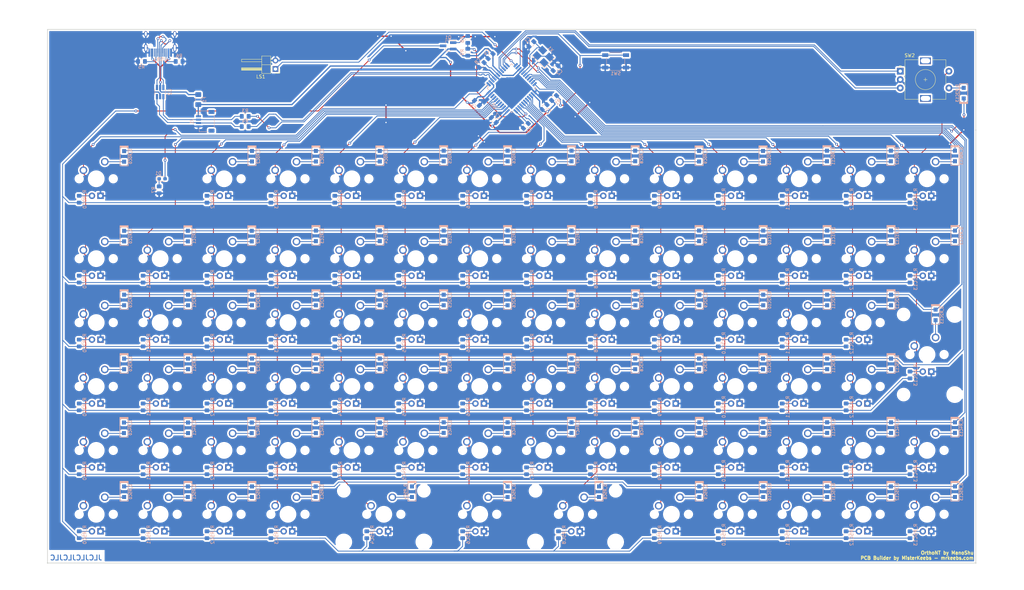
<source format=kicad_pcb>
(kicad_pcb (version 20211014) (generator pcbnew)
  (layers (0 "F.Cu" signal) (31 "B.Cu" signal) (34 "B.Paste" user) (35 "F.Paste" user) (36 "B.SilkS" user "B.Silkscreen") (37 "F.SilkS" user "F.Silkscreen") (38 "B.Mask" user) (39 "F.Mask" user) (44 "Edge.Cuts" user))
  (net 0 "")
  (net 1 "GND")
  (net 2 "Net-(C1-Pad1)")
  (net 3 "Net-(C2-Pad1)")
  (net 4 "Net-(R3-Pad1)")
  (net 5 "Net-(R4-Pad1)")
  (net 6 "Net-(U1-Pad42)")
  (net 7 "+5V")
  (net 8 "Net-(C8-Pad1)")
  (net 9 "row0")
  (net 10 "Net-(D_R0C0-Pad2)")
  (net 11 "Net-(D_R0C2-Pad2)")
  (net 12 "Net-(D_R0C3-Pad2)")
  (net 13 "Net-(D_R0C4-Pad2)")
  (net 14 "Net-(D_R0C5-Pad2)")
  (net 15 "Net-(D_R0C6-Pad2)")
  (net 16 "Net-(D_R0C7-Pad2)")
  (net 17 "Net-(D_R0C8-Pad2)")
  (net 18 "Net-(D_R0C9-Pad2)")
  (net 19 "Net-(D_R0C10-Pad2)")
  (net 20 "Net-(D_R0C11-Pad2)")
  (net 21 "Net-(D_R0C12-Pad2)")
  (net 22 "row1")
  (net 23 "Net-(D_R1C0-Pad2)")
  (net 24 "Net-(D_R1C1-Pad2)")
  (net 25 "Net-(D_R1C2-Pad2)")
  (net 26 "Net-(D_R1C3-Pad2)")
  (net 27 "Net-(D_R1C4-Pad2)")
  (net 28 "Net-(D_R1C5-Pad2)")
  (net 29 "Net-(D_R1C6-Pad2)")
  (net 30 "Net-(D_R1C7-Pad2)")
  (net 31 "Net-(D_R1C8-Pad2)")
  (net 32 "Net-(D_R1C9-Pad2)")
  (net 33 "Net-(D_R1C10-Pad2)")
  (net 34 "Net-(D_R1C11-Pad2)")
  (net 35 "Net-(D_R1C12-Pad2)")
  (net 36 "Net-(D_R1C13-Pad2)")
  (net 37 "row2")
  (net 38 "Net-(D_R2C0-Pad2)")
  (net 39 "Net-(D_R2C1-Pad2)")
  (net 40 "Net-(D_R2C2-Pad2)")
  (net 41 "Net-(D_R2C3-Pad2)")
  (net 42 "Net-(D_R2C4-Pad2)")
  (net 43 "Net-(D_R2C5-Pad2)")
  (net 44 "Net-(D_R2C6-Pad2)")
  (net 45 "Net-(D_R2C7-Pad2)")
  (net 46 "Net-(D_R2C8-Pad2)")
  (net 47 "Net-(D_R2C9-Pad2)")
  (net 48 "Net-(D_R2C10-Pad2)")
  (net 49 "Net-(D_R2C11-Pad2)")
  (net 50 "Net-(D_R2C12-Pad2)")
  (net 51 "Net-(D_R2C13-Pad2)")
  (net 52 "row3")
  (net 53 "Net-(D_R3C0-Pad2)")
  (net 54 "Net-(D_R3C1-Pad2)")
  (net 55 "Net-(D_R3C2-Pad2)")
  (net 56 "Net-(D_R3C3-Pad2)")
  (net 57 "Net-(D_R3C4-Pad2)")
  (net 58 "Net-(D_R3C5-Pad2)")
  (net 59 "Net-(D_R3C6-Pad2)")
  (net 60 "Net-(D_R3C7-Pad2)")
  (net 61 "Net-(D_R3C8-Pad2)")
  (net 62 "Net-(D_R3C9-Pad2)")
  (net 63 "Net-(D_R3C10-Pad2)")
  (net 64 "Net-(D_R3C11-Pad2)")
  (net 65 "Net-(D_R3C12-Pad2)")
  (net 66 "row4")
  (net 67 "Net-(D_R4C0-Pad2)")
  (net 68 "Net-(D_R4C1-Pad2)")
  (net 69 "Net-(D_R4C2-Pad2)")
  (net 70 "Net-(D_R4C3-Pad2)")
  (net 71 "Net-(D_R4C4-Pad2)")
  (net 72 "Net-(D_R4C5-Pad2)")
  (net 73 "Net-(D_R4C6-Pad2)")
  (net 74 "Net-(D_R4C7-Pad2)")
  (net 75 "Net-(D_R4C8-Pad2)")
  (net 76 "Net-(D_R4C9-Pad2)")
  (net 77 "Net-(D_R4C10-Pad2)")
  (net 78 "Net-(D_R4C11-Pad2)")
  (net 79 "Net-(D_R4C12-Pad2)")
  (net 80 "Net-(D_R4C13-Pad2)")
  (net 81 "row5")
  (net 82 "Net-(D_R5C0-Pad2)")
  (net 83 "Net-(D_R5C1-Pad2)")
  (net 84 "Net-(D_R5C2-Pad2)")
  (net 85 "Net-(D_R5C3-Pad2)")
  (net 86 "Net-(D_R5C4-Pad2)")
  (net 87 "Net-(D_R5C6-Pad2)")
  (net 88 "Net-(D_R5C8-Pad2)")
  (net 89 "Net-(D_R5C9-Pad2)")
  (net 90 "Net-(D_R5C10-Pad2)")
  (net 91 "Net-(D_R5C11-Pad2)")
  (net 92 "Net-(D_R5C12-Pad2)")
  (net 93 "Net-(D_R5C13-Pad2)")
  (net 94 "D+")
  (net 95 "D-")
  (net 96 "col0")
  (net 97 "col2")
  (net 98 "col3")
  (net 99 "col4")
  (net 100 "col5")
  (net 101 "col6")
  (net 102 "col7")
  (net 103 "col8")
  (net 104 "col9")
  (net 105 "col10")
  (net 106 "col11")
  (net 107 "col12")
  (net 108 "col1")
  (net 109 "Net-(R1-Pad2)")
  (net 110 "Net-(R2-Pad2)")
  (net 111 "Net-(R5-Pad2)")
  (net 112 "Net-(R6-Pad2)")
  (net 113 "Net-(USB1-Pad3)")
  (net 114 "Net-(USB1-Pad9)")
  (net 115 "VCC")
  (net 116 "CAPS_LOCK")
  (net 117 "Net-(D1-Pad1)")
  (net 118 "Net-(K_R0C0-Pad3)")
  (net 119 "SPEAKER")
  (net 120 "LED_OUT")
  (net 121 "LEDS")
  (net 122 "ENCODER_LEFT")
  (net 123 "ENCODER_RIGHT")
  (net 124 "ENCODER_SWITCH_LEFT")
  (net 125 "Net-(K_R0C2-Pad3)")
  (net 126 "Net-(K_R0C3-Pad3)")
  (net 127 "Net-(K_R0C4-Pad3)")
  (net 128 "Net-(K_R0C5-Pad3)")
  (net 129 "Net-(K_R0C6-Pad3)")
  (net 130 "Net-(K_R0C7-Pad3)")
  (net 131 "Net-(K_R0C8-Pad3)")
  (net 132 "Net-(K_R0C9-Pad3)")
  (net 133 "Net-(K_R0C10-Pad3)")
  (net 134 "Net-(K_R0C11-Pad3)")
  (net 135 "Net-(K_R0C12-Pad3)")
  (net 136 "Net-(K_R1C0-Pad3)")
  (net 137 "Net-(K_R1C1-Pad3)")
  (net 138 "Net-(K_R1C2-Pad3)")
  (net 139 "Net-(K_R1C3-Pad3)")
  (net 140 "Net-(K_R1C4-Pad3)")
  (net 141 "Net-(K_R1C5-Pad3)")
  (net 142 "Net-(K_R1C6-Pad3)")
  (net 143 "Net-(K_R1C7-Pad3)")
  (net 144 "Net-(K_R1C8-Pad3)")
  (net 145 "Net-(K_R1C9-Pad3)")
  (net 146 "Net-(K_R1C10-Pad3)")
  (net 147 "Net-(K_R1C11-Pad3)")
  (net 148 "Net-(K_R1C12-Pad3)")
  (net 149 "Net-(K_R1C13-Pad3)")
  (net 150 "Net-(K_R2C0-Pad3)")
  (net 151 "Net-(K_R2C1-Pad3)")
  (net 152 "Net-(K_R2C2-Pad3)")
  (net 153 "Net-(K_R2C3-Pad3)")
  (net 154 "Net-(K_R2C4-Pad3)")
  (net 155 "Net-(K_R2C5-Pad3)")
  (net 156 "Net-(K_R2C6-Pad3)")
  (net 157 "Net-(K_R2C7-Pad3)")
  (net 158 "Net-(K_R2C8-Pad3)")
  (net 159 "Net-(K_R2C9-Pad3)")
  (net 160 "Net-(K_R2C10-Pad3)")
  (net 161 "Net-(K_R2C11-Pad3)")
  (net 162 "Net-(K_R2C12-Pad3)")
  (net 163 "Net-(K_R2C13-Pad3)")
  (net 164 "Net-(K_R3C0-Pad3)")
  (net 165 "Net-(K_R3C1-Pad3)")
  (net 166 "Net-(K_R3C2-Pad3)")
  (net 167 "Net-(K_R3C3-Pad3)")
  (net 168 "Net-(K_R3C4-Pad3)")
  (net 169 "Net-(K_R3C5-Pad3)")
  (net 170 "Net-(K_R3C6-Pad3)")
  (net 171 "Net-(K_R3C7-Pad3)")
  (net 172 "Net-(K_R3C8-Pad3)")
  (net 173 "Net-(K_R3C9-Pad3)")
  (net 174 "Net-(K_R3C10-Pad3)")
  (net 175 "Net-(K_R3C11-Pad3)")
  (net 176 "Net-(K_R3C12-Pad3)")
  (net 177 "Net-(K_R4C0-Pad3)")
  (net 178 "Net-(K_R4C1-Pad3)")
  (net 179 "Net-(K_R4C2-Pad3)")
  (net 180 "Net-(K_R4C3-Pad3)")
  (net 181 "Net-(K_R4C4-Pad3)")
  (net 182 "Net-(K_R4C5-Pad3)")
  (net 183 "Net-(K_R4C6-Pad3)")
  (net 184 "Net-(K_R4C7-Pad3)")
  (net 185 "Net-(K_R4C8-Pad3)")
  (net 186 "Net-(K_R4C9-Pad3)")
  (net 187 "Net-(K_R4C10-Pad3)")
  (net 188 "Net-(K_R4C11-Pad3)")
  (net 189 "Net-(K_R4C12-Pad3)")
  (net 190 "Net-(K_R4C13-Pad3)")
  (net 191 "Net-(K_R5C0-Pad3)")
  (net 192 "Net-(K_R5C1-Pad3)")
  (net 193 "Net-(K_R5C2-Pad3)")
  (net 194 "Net-(K_R5C3-Pad3)")
  (net 195 "Net-(K_R5C4-Pad3)")
  (net 196 "Net-(K_R5C6-Pad3)")
  (net 197 "Net-(K_R5C8-Pad3)")
  (net 198 "Net-(K_R5C9-Pad3)")
  (net 199 "Net-(K_R5C10-Pad3)")
  (net 200 "Net-(K_R5C11-Pad3)")
  (net 201 "Net-(K_R5C12-Pad3)")
  (net 202 "Net-(K_R5C13-Pad3)")
  (net 203 "Net-(Q1-Pad1)")
  (net 204 "Net-(D_R0C13-Pad2)")
  (net 205 "Net-(K_R0C13-Pad3)")
  (net 206 "col13")
  (net 207 "DBUS+")
  (net 208 "DBUS-")
  (footprint "MX_Alps_Hybrid:MXOnly-1U" (layer "F.Cu") (at 219.075 9.525)
    (fp_text reference "K_R0C11")
    (fp_text value "MX-1U")
  )
  (footprint "Connector_PinHeader_2.54mm:PinHeader_1x02_P2.54mm_Horizontal" (layer "F.Cu") (at 62.945 -23.189 180)
    (fp_text reference "LS1")
    (fp_text value "Speaker")
  )
  (footprint "MX_Alps_Hybrid:MXOnly-1U" (layer "F.Cu") (at 123.825 33.3375)
    (fp_text reference "K_R1C6")
    (fp_text value "MX-1U")
  )
  (footprint "MX_Alps_Hybrid:MXOnly-1U" (layer "F.Cu") (at 85.725 90.4875)
    (fp_text reference "K_R4C4")
    (fp_text value "MX-1U")
  )
  (footprint "MX_Alps_Hybrid:MXOnly-1U" (layer "F.Cu") (at 47.625 9.525)
    (fp_text reference "K_R0C2")
    (fp_text value "MX-1U")
  )
  (footprint "MX_Alps_Hybrid:MXOnly-1U" (layer "F.Cu") (at 123.825 52.3875)
    (fp_text reference "K_R2C6")
    (fp_text value "MX-1U")
  )
  (footprint "MX_Alps_Hybrid:MXOnly-1U" (layer "F.Cu") (at 9.525 9.525)
    (fp_text reference "K_R0C0")
    (fp_text value "MX-1U")
  )
  (footprint "MX_Alps_Hybrid:MXOnly-2U_RightAngle" (layer "F.Cu") (at 257.175 61.91258 90)
    (fp_text reference "K_R2C13")
    (fp_text value "MX-1U")
  )
  (footprint "MX_Alps_Hybrid:MXOnly-2U" (layer "F.Cu") (at 95.25 109.5375)
    (fp_text reference "K_R5C4")
    (fp_text value "MX-1U")
  )
  (footprint "Rotary_Encoder:RotaryEncoder_Alps_EC11E-Switch_Vertical_H20mm" (layer "F.Cu") (at 249.19 -22.54)
    (fp_text reference "SW2")
    (fp_text value "Rotary_Encoder")
  )
  (footprint "MX_Alps_Hybrid:MXOnly-1U" (layer "F.Cu") (at 104.775 9.525)
    (fp_text reference "K_R0C5")
    (fp_text value "MX-1U")
  )
  (footprint "MX_Alps_Hybrid:MXOnly-1U" (layer "F.Cu") (at 28.575 33.3375)
    (fp_text reference "K_R1C1")
    (fp_text value "MX-1U")
  )
  (footprint "MX_Alps_Hybrid:MXOnly-1U" (layer "F.Cu") (at 85.725 33.3375)
    (fp_text reference "K_R1C4")
    (fp_text value "MX-1U")
  )
  (footprint "MX_Alps_Hybrid:MXOnly-1U" (layer "F.Cu") (at 180.975 52.3875)
    (fp_text reference "K_R2C9")
    (fp_text value "MX-1U")
  )
  (footprint "MX_Alps_Hybrid:MXOnly-1U" (layer "F.Cu") (at 200.025 52.3875)
    (fp_text reference "K_R2C10")
    (fp_text value "MX-1U")
  )
  (footprint "MX_Alps_Hybrid:MXOnly-1U" (layer "F.Cu") (at 104.775 90.4875)
    (fp_text reference "K_R4C5")
    (fp_text value "MX-1U")
  )
  (footprint "MX_Alps_Hybrid:MXOnly-1U" (layer "F.Cu") (at 123.825 9.525)
    (fp_text reference "K_R0C6")
    (fp_text value "MX-1U")
  )
  (footprint "MX_Alps_Hybrid:MXOnly-1U" (layer "F.Cu") (at 219.075 33.3375)
    (fp_text reference "K_R1C11")
    (fp_text value "MX-1U")
  )
  (footprint "MX_Alps_Hybrid:MXOnly-1U" (layer "F.Cu") (at 200.025 109.5375)
    (fp_text reference "K_R5C10")
    (fp_text value "MX-1U")
  )
  (footprint "MX_Alps_Hybrid:MXOnly-1U" (layer "F.Cu") (at 9.525 109.5375)
    (fp_text reference "K_R5C0")
    (fp_text value "MX-1U")
  )
  (footprint "MX_Alps_Hybrid:MXOnly-1U" (layer "F.Cu") (at 180.975 9.525)
    (fp_text reference "K_R0C9")
    (fp_text value "MX-1U")
  )
  (footprint "MX_Alps_Hybrid:MXOnly-1U" (layer "F.Cu") (at 238.125 109.5375)
    (fp_text reference "K_R5C12")
    (fp_text value "MX-1U")
  )
  (footprint "MX_Alps_Hybrid:MXOnly-1U" (layer "F.Cu") (at 66.675 109.5375)
    (fp_text reference "K_R5C3")
    (fp_text value "MX-1U")
  )
  (footprint "MX_Alps_Hybrid:MXOnly-1U" (layer "F.Cu") (at 219.075 109.5375)
    (fp_text reference "K_R5C11")
    (fp_text value "MX-1U")
  )
  (footprint "MX_Alps_Hybrid:MXOnly-1U" (layer "F.Cu") (at 142.875 9.525)
    (fp_text reference "K_R0C7")
    (fp_text value "MX-1U")
  )
  (footprint "MX_Alps_Hybrid:MXOnly-1U" (layer "F.Cu") (at 257.175 90.4875)
    (fp_text reference "K_R4C13")
    (fp_text value "MX-1U")
  )
  (footprint "MX_Alps_Hybrid:MXOnly-1U" (layer "F.Cu") (at 161.925 90.4875)
    (fp_text reference "K_R4C8")
    (fp_text value "MX-1U")
  )
  (footprint "MX_Alps_Hybrid:MXOnly-1U" (layer "F.Cu") (at 142.875 33.3375)
    (fp_text reference "K_R1C7")
    (fp_text value "MX-1U")
  )
  (footprint "MX_Alps_Hybrid:MXOnly-1U" (layer "F.Cu") (at 238.125 9.525)
    (fp_text reference "K_R0C12")
    (fp_text value "MX-1U")
  )
  (footprint "MX_Alps_Hybrid:MXOnly-1U" (layer "F.Cu") (at 238.125 52.3875)
    (fp_text reference "K_R2C12")
    (fp_text value "MX-1U")
  )
  (footprint "MX_Alps_Hybrid:MXOnly-1U" (layer "F.Cu") (at 200.025 33.3375)
    (fp_text reference "K_R1C10")
    (fp_text value "MX-1U")
  )
  (footprint "MX_Alps_Hybrid:MXOnly-1U" (layer "F.Cu") (at 9.525 33.3375)
    (fp_text reference "K_R1C0")
    (fp_text value "MX-1U")
  )
  (footprint "MX_Alps_Hybrid:MXOnly-1U" (layer "F.Cu") (at 219.075 71.4375)
    (fp_text reference "K_R3C11")
    (fp_text value "MX-1U")
  )
  (footprint "MX_Alps_Hybrid:MXOnly-1U" (layer "F.Cu") (at 161.925 71.4375)
    (fp_text reference "K_R3C8")
    (fp_text value "MX-1U")
  )
  (footprint "MX_Alps_Hybrid:MXOnly-1U" (layer "F.Cu") (at 104.775 33.3375)
    (fp_text reference "K_R1C5")
    (fp_text value "MX-1U")
  )
  (footprint "MX_Alps_Hybrid:MXOnly-1U" (layer "F.Cu") (at 47.625 52.3875)
    (fp_text reference "K_R2C2")
    (fp_text value "MX-1U")
  )
  (footprint "MX_Alps_Hybrid:MXOnly-1U" (layer "F.Cu") (at 219.075 52.3875)
    (fp_text reference "K_R2C11")
    (fp_text value "MX-1U")
  )
  (footprint "MX_Alps_Hybrid:MXOnly-1U" (layer "F.Cu") (at 238.125 71.4375)
    (fp_text reference "K_R3C12")
    (fp_text value "MX-1U")
  )
  (footprint "MX_Alps_Hybrid:MXOnly-1U" (layer "F.Cu") (at 66.675 9.525)
    (fp_text reference "K_R0C3")
    (fp_text value "MX-1U")
  )
  (footprint "MX_Alps_Hybrid:MXOnly-1U" (layer "F.Cu") (at 47.625 33.3375)
    (fp_text reference "K_R1C2")
    (fp_text value "MX-1U")
  )
  (footprint "MX_Alps_Hybrid:MXOnly-1U" (layer "F.Cu") (at 85.725 9.525)
    (fp_text reference "K_R0C4")
    (fp_text value "MX-1U")
  )
  (footprint "MX_Alps_Hybrid:MXOnly-1U" (layer "F.Cu") (at 257.175 33.3375)
    (fp_text reference "K_R1C13")
    (fp_text value "MX-1U")
  )
  (footprint "MX_Alps_Hybrid:MXOnly-1U" (layer "F.Cu") (at 47.625 71.4375)
    (fp_text reference "K_R3C2")
    (fp_text value "MX-1U")
  )
  (footprint "MX_Alps_Hybrid:MXOnly-1U" (layer "F.Cu") (at 9.525 52.3875)
    (fp_text reference "K_R2C0")
    (fp_text value "MX-1U")
  )
  (footprint "MX_Alps_Hybrid:MXOnly-1U" (layer "F.Cu") (at 142.875 52.3875)
    (fp_text reference "K_R2C7")
    (fp_text value "MX-1U")
  )
  (footprint "MX_Alps_Hybrid:MXOnly-1U" (layer "F.Cu") (at 66.675 71.4375)
    (fp_text reference "K_R3C3")
    (fp_text value "MX-1U")
  )
  (footprint "MX_Alps_Hybrid:MXOnly-1U" (layer "F.Cu") (at 200.025 71.4375)
    (fp_text reference "K_R3C10")
    (fp_text value "MX-1U")
  )
  (footprint "MX_Alps_Hybrid:MXOnly-1U" (layer "F.Cu") (at 66.675 33.3375)
    (fp_text reference "K_R1C3")
    (fp_text value "MX-1U")
  )
  (footprint "MX_Alps_Hybrid:MXOnly-1U" (layer "F.Cu") (at 161.925 52.3875)
    (fp_text reference "K_R2C8")
    (fp_text value "MX-1U")
  )
  (footprint "MX_Alps_Hybrid:MXOnly-1U" (layer "F.Cu") (at 200.025 90.4875)
    (fp_text reference "K_R4C10")
    (fp_text value "MX-1U")
  )
  (footprint "MX_Alps_Hybrid:MXOnly-1U" (layer "F.Cu") (at 257.175 109.5375)
    (fp_text reference "K_R5C13")
    (fp_text value "MX-1U")
  )
  (footprint "MX_Alps_Hybrid:MXOnly-1U" (layer "F.Cu") (at 180.975 90.4875)
    (fp_text reference "K_R4C9")
    (fp_text value "MX-1U")
  )
  (footprint "MX_Alps_Hybrid:MXOnly-1U" (layer "F.Cu") (at 142.875 71.4375)
    (fp_text reference "K_R3C7")
    (fp_text value "MX-1U")
  )
  (footprint "MX_Alps_Hybrid:MXOnly-1U" (layer "F.Cu") (at 66.675 52.3875)
    (fp_text reference "K_R2C3")
    (fp_text value "MX-1U")
  )
  (footprint "MX_Alps_Hybrid:MXOnly-1U" (layer "F.Cu") (at 142.875 90.4875)
    (fp_text reference "K_R4C7")
    (fp_text value "MX-1U")
  )
  (footprint "MX_Alps_Hybrid:MXOnly-1U" (layer "F.Cu") (at 28.575 71.4375)
    (fp_text reference "K_R3C1")
    (fp_text value "MX-1U")
  )
  (footprint "MX_Alps_Hybrid:MXOnly-1U" (layer "F.Cu") (at 238.125 90.4875)
    (fp_text reference "K_R4C12")
    (fp_text value "MX-1U")
  )
  (footprint "MX_Alps_Hybrid:MXOnly-1U" (layer "F.Cu") (at 180.975 71.4375)
    (fp_text reference "K_R3C9")
    (fp_text value "MX-1U")
  )
  (footprint "MX_Alps_Hybrid:MXOnly-1U" (layer "F.Cu") (at 104.775 71.4375)
    (fp_text reference "K_R3C5")
    (fp_text value "MX-1U")
  )
  (footprint "MX_Alps_Hybrid:MXOnly-1U" (layer "F.Cu") (at 9.525 71.4375)
    (fp_text reference "K_R3C0")
    (fp_text value "MX-1U")
  )
  (footprint "MX_Alps_Hybrid:MXOnly-1U" (layer "F.Cu") (at 104.775 52.3875)
    (fp_text reference "K_R2C5")
    (fp_text value "MX-1U")
  )
  (footprint "MX_Alps_Hybrid:MXOnly-1U" (layer "F.Cu") (at 9.525 90.4875)
    (fp_text reference "K_R4C0")
    (fp_text value "MX-1U")
  )
  (footprint "MX_Alps_Hybrid:MXOnly-1U" (layer "F.Cu") (at 123.825 71.4375)
    (fp_text reference "K_R3C6")
    (fp_text value "MX-1U")
  )
  (footprint "MX_Alps_Hybrid:MXOnly-1U" (layer "F.Cu") (at 219.075 90.4875)
    (fp_text reference "K_R4C11")
    (fp_text value "MX-1U")
  )
  (footprint "MX_Alps_Hybrid:MXOnly-1U" (layer "F.Cu") (at 238.125 33.3375)
    (fp_text reference "K_R1C12")
    (fp_text value "MX-1U")
  )
  (footprint "MX_Alps_Hybrid:MXOnly-1U" (layer "F.Cu") (at 28.575 52.3875)
    (fp_text reference "K_R2C1")
    (fp_text value "MX-1U")
  )
  (footprint "MX_Alps_Hybrid:MXOnly-1U" (layer "F.Cu") (at 161.925 33.3375)
    (fp_text reference "K_R1C8")
    (fp_text value "MX-1U")
  )
  (footprint "MX_Alps_Hybrid:MXOnly-1U" (layer "F.Cu") (at 85.725 52.3875)
    (fp_text reference "K_R2C4")
    (fp_text value "MX-1U")
  )
  (footprint "MX_Alps_Hybrid:MXOnly-1U" (layer "F.Cu") (at 257.175 9.525)
    (fp_text reference "K_R0C13")
    (fp_text value "MX-1U")
  )
  (footprint "MX_Alps_Hybrid:MXOnly-1U" (layer "F.Cu") (at 123.825 90.4875)
    (fp_text reference "K_R4C6")
    (fp_text value "MX-1U")
  )
  (footprint "MX_Alps_Hybrid:MXOnly-1U" (layer "F.Cu") (at 200.025 9.525)
    (fp_text reference "K_R0C10")
    (fp_text value "MX-1U")
  )
  (footprint "MX_Alps_Hybrid:MXOnly-1U" (layer "F.Cu") (at 123.825 109.5375)
    (fp_text reference "K_R5C6")
    (fp_text value "MX-1U")
  )
  (footprint "MX_Alps_Hybrid:MXOnly-1U" (layer "F.Cu") (at 161.925 9.525)
    (fp_text reference "K_R0C8")
    (fp_text value "MX-1U")
  )
  (footprint "MX_Alps_Hybrid:MXOnly-2U" (layer "F.Cu") (at 152.4 109.5375)
    (fp_text reference "K_R5C8")
    (fp_text value "MX-1U")
  )
  (footprint "MX_Alps_Hybrid:MXOnly-1U" (layer "F.Cu") (at 28.575 109.5375)
    (fp_text reference "K_R5C1")
    (fp_text value "MX-1U")
  )
  (footprint "MX_Alps_Hybrid:MXOnly-1U" (layer "F.Cu") (at 47.625 90.4875)
    (fp_text reference "K_R4C2")
    (fp_text value "MX-1U")
  )
  (footprint "MX_Alps_Hybrid:MXOnly-1U" (layer "F.Cu") (at 180.975 33.3375)
    (fp_text reference "K_R1C9")
    (fp_text value "MX-1U")
  )
  (footprint "MX_Alps_Hybrid:MXOnly-1U" (layer "F.Cu") (at 28.575 90.4875)
    (fp_text reference "K_R4C1")
    (fp_text value "MX-1U")
  )
  (footprint "MX_Alps_Hybrid:MXOnly-1U" (layer "F.Cu") (at 180.975 109.5375)
    (fp_text reference "K_R5C9")
    (fp_text value "MX-1U")
  )
  (footprint "MX_Alps_Hybrid:MXOnly-1U" (layer "F.Cu") (at 85.725 71.4375)
    (fp_text reference "K_R3C4")
    (fp_text value "MX-1U")
  )
  (footprint "MX_Alps_Hybrid:MXOnly-1U" (layer "F.Cu") (at 47.625 109.5375)
    (fp_text reference "K_R5C2")
    (fp_text value "MX-1U")
  )
  (footprint "MX_Alps_Hybrid:MXOnly-1U" (layer "F.Cu") (at 66.675 90.4875)
    (fp_text reference "K_R4C3")
    (fp_text value "MX-1U")
  )
  (footprint "Resistor_SMD:R_0805_2012Metric_Pad1.15x1.40mm_HandSolder" (layer "B.Cu") (at 34.2392 -25.4508 180)
    (fp_text reference "R6")
    (fp_text value "5k1")
  )
  (footprint "Type-C:HRO-TYPE-C-31-M-12-HandSoldering" (layer "B.Cu") (at 28.6004 -36.2712)
    (fp_text reference "USB1")
    (fp_text value "HRO-TYPE-C-31-M-12")
  )
  (footprint "keyboard_parts:D_SOD123_hand" (layer "B.Cu") (at 17.8435 64.7065 -90)
    (fp_text reference "D_R3C0")
    (fp_text value "D" hide)
  )
  (footprint "Resistor_SMD:R_0805_2012Metric_Pad1.15x1.40mm_HandSolder" (layer "B.Cu") (at 28.274 12.827 -90)
    (fp_text reference "R7")
    (fp_text value "470")
  )
  (footprint "Resistor_SMD:R_0805_2012Metric_Pad1.15x1.40mm_HandSolder" (layer "B.Cu") (at 252.095 39.4335 90)
    (fp_text reference "R_R1C13")
    (fp_text value "2k")
  )
  (footprint "Resistor_SMD:R_0805_2012Metric_Pad1.15x1.40mm_HandSolder" (layer "B.Cu") (at 175.895 96.5835 90)
    (fp_text reference "R_R4C9")
    (fp_text value "2k")
  )
  (footprint "Resistor_SMD:R_0805_2012Metric_Pad1.15x1.40mm_HandSolder" (layer "B.Cu") (at 90.17 115.6335 90)
    (fp_text reference "R_R5C4")
    (fp_text value "2k")
  )
  (footprint "Resistor_SMD:R_0805_2012Metric_Pad1.15x1.40mm_HandSolder" (layer "B.Cu") (at 194.945 77.5335 90)
    (fp_text reference "R_R3C10")
    (fp_text value "2k")
  )
  (footprint "Resistor_SMD:R_0805_2012Metric_Pad1.15x1.40mm_HandSolder" (layer "B.Cu") (at 213.995 15.621 90)
    (fp_text reference "R_R0C11")
    (fp_text value "2k")
  )
  (footprint "Resistor_SMD:R_0805_2012Metric_Pad1.15x1.40mm_HandSolder" (layer "B.Cu") (at 80.645 96.5835 90)
    (fp_text reference "R_R4C4")
    (fp_text value "2k")
  )
  (footprint "keyboard_parts:D_SOD123_hand" (layer "B.Cu") (at 268.097 -16.002 90)
    (fp_text reference "D_R3C13")
    (fp_text value "D" hide)
  )
  (footprint "Resistor_SMD:R_0805_2012Metric_Pad1.15x1.40mm_HandSolder" (layer "B.Cu") (at 42.545 15.621 90)
    (fp_text reference "R_R0C2")
    (fp_text value "2k")
  )
  (footprint "Resistor_SMD:R_0805_2012Metric_Pad1.15x1.40mm_HandSolder" (layer "B.Cu") (at 61.595 15.621 90)
    (fp_text reference "R_R0C3")
    (fp_text value "2k")
  )
  (footprint "Resistor_SMD:R_0805_2012Metric_Pad1.15x1.40mm_HandSolder" (layer "B.Cu") (at 80.645 15.621 90)
    (fp_text reference "R_R0C4")
    (fp_text value "2k")
  )
  (footprint "Resistor_SMD:R_0805_2012Metric_Pad1.15x1.40mm_HandSolder" (layer "B.Cu") (at 99.695 15.621 90)
    (fp_text reference "R_R0C5")
    (fp_text value "2k")
  )
  (footprint "Resistor_SMD:R_0805_2012Metric_Pad1.15x1.40mm_HandSolder" (layer "B.Cu") (at 118.745 15.621 90)
    (fp_text reference "R_R0C6")
    (fp_text value "2k")
  )
  (footprint "Resistor_SMD:R_0805_2012Metric_Pad1.15x1.40mm_HandSolder" (layer "B.Cu") (at 137.795 15.621 90)
    (fp_text reference "R_R0C7")
    (fp_text value "2k")
  )
  (footprint "Resistor_SMD:R_0805_2012Metric_Pad1.15x1.40mm_HandSolder" (layer "B.Cu") (at 156.845 15.621 90)
    (fp_text reference "R_R0C8")
    (fp_text value "2k")
  )
  (footprint "Resistor_SMD:R_0805_2012Metric_Pad1.15x1.40mm_HandSolder" (layer "B.Cu") (at 175.895 15.621 90)
    (fp_text reference "R_R0C9")
    (fp_text value "2k")
  )
  (footprint "Resistor_SMD:R_0805_2012Metric_Pad1.15x1.40mm_HandSolder" (layer "B.Cu") (at 194.945 15.621 90)
    (fp_text reference "R_R0C10")
    (fp_text value "2k")
  )
  (footprint "Resistor_SMD:R_0805_2012Metric_Pad1.15x1.40mm_HandSolder" (layer "B.Cu") (at 4.445 39.4335 90)
    (fp_text reference "R_R1C0")
    (fp_text value "2k")
  )
  (footprint "Resistor_SMD:R_0805_2012Metric_Pad1.15x1.40mm_HandSolder" (layer "B.Cu") (at 23.495 39.4335 90)
    (fp_text reference "R_R1C1")
    (fp_text value "2k")
  )
  (footprint "Resistor_SMD:R_0805_2012Metric_Pad1.15x1.40mm_HandSolder" (layer "B.Cu") (at 42.545 39.4335 90)
    (fp_text reference "R_R1C2")
    (fp_text value "2k")
  )
  (footprint "Resistor_SMD:R_0805_2012Metric_Pad1.15x1.40mm_HandSolder" (layer "B.Cu") (at 61.6585 39.4335 90)
    (fp_text reference "R_R1C3")
    (fp_text value "2k")
  )
  (footprint "Resistor_SMD:R_0805_2012Metric_Pad1.15x1.40mm_HandSolder" (layer "B.Cu") (at 80.645 39.4335 90)
    (fp_text reference "R_R1C4")
    (fp_text value "2k")
  )
  (footprint "Resistor_SMD:R_0805_2012Metric_Pad1.15x1.40mm_HandSolder" (layer "B.Cu") (at 99.695 39.4335 90)
    (fp_text reference "R_R1C5")
    (fp_text value "2k")
  )
  (footprint "Resistor_SMD:R_0805_2012Metric_Pad1.15x1.40mm_HandSolder" (layer "B.Cu") (at 118.745 39.4335 90)
    (fp_text reference "R_R1C6")
    (fp_text value "2k")
  )
  (footprint "Resistor_SMD:R_0805_2012Metric_Pad1.15x1.40mm_HandSolder" (layer "B.Cu") (at 137.795 39.4335 90)
    (fp_text reference "R_R1C7")
    (fp_text value "2k")
  )
  (footprint "Resistor_SMD:R_0805_2012Metric_Pad1.15x1.40mm_HandSolder" (layer "B.Cu") (at 156.845 39.4335 90)
    (fp_text reference "R_R1C8")
    (fp_text value "2k")
  )
  (footprint "Resistor_SMD:R_0805_2012Metric_Pad1.15x1.40mm_HandSolder" (layer "B.Cu") (at 175.895 39.4335 90)
    (fp_text reference "R_R1C9")
    (fp_text value "2k")
  )
  (footprint "Resistor_SMD:R_0805_2012Metric_Pad1.15x1.40mm_HandSolder" (layer "B.Cu") (at 194.945 39.4335 90)
    (fp_text reference "R_R1C10")
    (fp_text value "2k")
  )
  (footprint "Resistor_SMD:R_0805_2012Metric_Pad1.15x1.40mm_HandSolder" (layer "B.Cu") (at 213.995 39.4335 90)
    (fp_text reference "R_R1C11")
    (fp_text value "2k")
  )
  (footprint "Resistor_SMD:R_0805_2012Metric_Pad1.15x1.40mm_HandSolder" (layer "B.Cu") (at 233.045 39.4335 90)
    (fp_text reference "R_R1C12")
    (fp_text value "2k")
  )
  (footprint "Resistor_SMD:R_0805_2012Metric_Pad1.15x1.40mm_HandSolder" (layer "B.Cu") (at 4.445 58.4835 90)
    (fp_text reference "R_R2C0")
    (fp_text value "2k")
  )
  (footprint "Resistor_SMD:R_0805_2012Metric_Pad1.15x1.40mm_HandSolder" (layer "B.Cu") (at 23.495 58.4835 90)
    (fp_text reference "R_R2C1")
    (fp_text value "2k")
  )
  (footprint "Resistor_SMD:R_0805_2012Metric_Pad1.15x1.40mm_HandSolder" (layer "B.Cu") (at 42.545 58.4835 90)
    (fp_text reference "R_R2C2")
    (fp_text value "2k")
  )
  (footprint "Resistor_SMD:R_0805_2012Metric_Pad1.15x1.40mm_HandSolder" (layer "B.Cu") (at 61.595 58.4835 90)
    (fp_text reference "R_R2C3")
    (fp_text value "2k")
  )
  (footprint "Resistor_SMD:R_0805_2012Metric_Pad1.15x1.40mm_HandSolder" (layer "B.Cu") (at 80.645 58.4835 90)
    (fp_text reference "R_R2C4")
    (fp_text value "2k")
  )
  (footprint "Resistor_SMD:R_0805_2012Metric_Pad1.15x1.40mm_HandSolder" (layer "B.Cu") (at 99.695 58.4835 90)
    (fp_text reference "R_R2C5")
    (fp_text value "2k")
  )
  (footprint "Resistor_SMD:R_0805_2012Metric_Pad1.15x1.40mm_HandSolder" (layer "B.Cu") (at 118.745 58.4835 90)
    (fp_text reference "R_R2C6")
    (fp_text value "2k")
  )
  (footprint "Resistor_SMD:R_0805_2012Metric_Pad1.15x1.40mm_HandSolder" (layer "B.Cu") (at 137.8585 58.4835 90)
    (fp_text reference "R_R2C7")
    (fp_text value "2k")
  )
  (footprint "Capacitor_SMD:C_0805_2012Metric_Pad1.15x1.40mm_HandSolder" (layer "B.Cu") (at 124.4092 -24.384 -135)
    (fp_text reference "C8")
    (fp_text value "1u")
  )
  (footprint "Resistor_SMD:R_0805_2012Metric_Pad1.15x1.40mm_HandSolder" (layer "B.Cu") (at 156.845 58.4835 90)
    (fp_text reference "R_R2C8")
    (fp_text value "2k")
  )
  (footprint "Resistor_SMD:R_0805_2012Metric_Pad1.15x1.40mm_HandSolder" (layer "B.Cu") (at 175.895 58.4835 90)
    (fp_text reference "R_R2C9")
    (fp_text value "2k")
  )
  (footprint "Resistor_SMD:R_0805_2012Metric_Pad1.15x1.40mm_HandSolder" (layer "B.Cu") (at 194.945 58.4835 90)
    (fp_text reference "R_R2C10")
    (fp_text value "2k")
  )
  (footprint "Resistor_SMD:R_0805_2012Metric_Pad1.15x1.40mm_HandSolder" (layer "B.Cu") (at 213.995 58.4835 90)
    (fp_text reference "R_R2C11")
    (fp_text value "2k")
  )
  (footprint "Resistor_SMD:R_0805_2012Metric_Pad1.15x1.40mm_HandSolder" (layer "B.Cu") (at 233.045 58.4835 90)
    (fp_text reference "R_R2C12")
    (fp_text value "2k")
  )
  (footprint "Resistor_SMD:R_0805_2012Metric_Pad1.15x1.40mm_HandSolder" (layer "B.Cu") (at 252.095 68.0085 90)
    (fp_text reference "R_R2C13")
    (fp_text value "2k")
  )
  (footprint "Resistor_SMD:R_0805_2012Metric_Pad1.15x1.40mm_HandSolder" (layer "B.Cu") (at 4.445 77.5335 90)
    (fp_text reference "R_R3C0")
    (fp_text value "2k")
  )
  (footprint "Resistor_SMD:R_0805_2012Metric_Pad1.15x1.40mm_HandSolder" (layer "B.Cu") (at 23.495 77.5335 90)
    (fp_text reference "R_R3C1")
    (fp_text value "2k")
  )
  (footprint "Resistor_SMD:R_0805_2012Metric_Pad1.15x1.40mm_HandSolder" (layer "B.Cu") (at 42.545 77.5335 90)
    (fp_text reference "R_R3C2")
    (fp_text value "2k")
  )
  (footprint "Resistor_SMD:R_0805_2012Metric_Pad1.15x1.40mm_HandSolder" (layer "B.Cu") (at 61.595 77.5335 90)
    (fp_text reference "R_R3C3")
    (fp_text value "2k")
  )
  (footprint "Resistor_SMD:R_0805_2012Metric_Pad1.15x1.40mm_HandSolder" (layer "B.Cu") (at 80.645 77.5335 90)
    (fp_text reference "R_R3C4")
    (fp_text value "2k")
  )
  (footprint "Resistor_SMD:R_0805_2012Metric_Pad1.15x1.40mm_HandSolder" (layer "B.Cu") (at 99.695 77.5335 90)
    (fp_text reference "R_R3C5")
    (fp_text value "2k")
  )
  (footprint "Resistor_SMD:R_0805_2012Metric_Pad1.15x1.40mm_HandSolder" (layer "B.Cu") (at 118.745 77.5335 90)
    (fp_text reference "R_R3C6")
    (fp_text value "2k")
  )
  (footprint "Resistor_SMD:R_0805_2012Metric_Pad1.15x1.40mm_HandSolder" (layer "B.Cu") (at 137.795 77.5335 90)
    (fp_text reference "R_R3C7")
    (fp_text value "2k")
  )
  (footprint "Resistor_SMD:R_0805_2012Metric_Pad1.15x1.40mm_HandSolder" (layer "B.Cu") (at 156.845 77.5335 90)
    (fp_text reference "R_R3C8")
    (fp_text value "2k")
  )
  (footprint "Resistor_SMD:R_0805_2012Metric_Pad1.15x1.40mm_HandSolder" (layer "B.Cu") (at 175.895 77.5335 90)
    (fp_text reference "R_R3C9")
    (fp_text value "2k")
  )
  (footprint "Resistor_SMD:R_0805_2012Metric_Pad1.15x1.40mm_HandSolder" (layer "B.Cu") (at 213.995 77.5335 90)
    (fp_text reference "R_R3C11")
    (fp_text value "2k")
  )
  (footprint "Resistor_SMD:R_0805_2012Metric_Pad1.15x1.40mm_HandSolder" (layer "B.Cu") (at 233.045 77.5335 90)
    (fp_text reference "R_R3C12")
    (fp_text value "2k")
  )
  (footprint "Resistor_SMD:R_0805_2012Metric_Pad1.15x1.40mm_HandSolder" (layer "B.Cu") (at 4.445 96.5835 90)
    (fp_text reference "R_R4C0")
    (fp_text value "2k")
  )
  (footprint "Resistor_SMD:R_0805_2012Metric_Pad1.15x1.40mm_HandSolder" (layer "B.Cu") (at 23.495 96.5835 90)
    (fp_text reference "R_R4C1")
    (fp_text value "2k")
  )
  (footprint "Resistor_SMD:R_0805_2012Metric_Pad1.15x1.40mm_HandSolder" (layer "B.Cu") (at 42.545 96.5835 90)
    (fp_text reference "R_R4C2")
    (fp_text value "2k")
  )
  (footprint "Resistor_SMD:R_0805_2012Metric_Pad1.15x1.40mm_HandSolder" (layer "B.Cu") (at 61.595 96.5835 90)
    (fp_text reference "R_R4C3")
    (fp_text value "2k")
  )
  (footprint "Resistor_SMD:R_0805_2012Metric_Pad1.15x1.40mm_HandSolder" (layer "B.Cu") (at 99.695 96.5835 90)
    (fp_text reference "R_R4C5")
    (fp_text value "2k")
  )
  (footprint "Resistor_SMD:R_0805_2012Metric_Pad1.15x1.40mm_HandSolder" (layer "B.Cu") (at 118.745 96.5835 90)
    (fp_text reference "R_R4C6")
    (fp_text value "2k")
  )
  (footprint "Resistor_SMD:R_0805_2012Metric_Pad1.15x1.40mm_HandSolder" (layer "B.Cu") (at 137.795 96.5835 90)
    (fp_text reference "R_R4C7")
    (fp_text value "2k")
  )
  (footprint "Resistor_SMD:R_0805_2012Metric_Pad1.15x1.40mm_HandSolder" (layer "B.Cu") (at 156.845 96.5835 90)
    (fp_text reference "R_R4C8")
    (fp_text value "2k")
  )
  (footprint "Resistor_SMD:R_0805_2012Metric_Pad1.15x1.40mm_HandSolder" (layer "B.Cu") (at 194.945 96.5835 90)
    (fp_text reference "R_R4C10")
    (fp_text value "2k")
  )
  (footprint "Resistor_SMD:R_0805_2012Metric_Pad1.15x1.40mm_HandSolder" (layer "B.Cu") (at 213.995 96.5835 90)
    (fp_text reference "R_R4C11")
    (fp_text value "2k")
  )
  (footprint "Resistor_SMD:R_0805_2012Metric_Pad1.15x1.40mm_HandSolder" (layer "B.Cu") (at 233.045 96.5835 90)
    (fp_text reference "R_R4C12")
    (fp_text value "2k")
  )
  (footprint "Resistor_SMD:R_0805_2012Metric_Pad1.15x1.40mm_HandSolder" (layer "B.Cu") (at 252.095 96.5835 90)
    (fp_text reference "R_R4C13")
    (fp_text value "2k")
  )
  (footprint "Resistor_SMD:R_0805_2012Metric_Pad1.15x1.40mm_HandSolder" (layer "B.Cu") (at 4.445 115.6335 90)
    (fp_text reference "R_R5C0")
    (fp_text value "2k")
  )
  (footprint "Resistor_SMD:R_0805_2012Metric_Pad1.15x1.40mm_HandSolder" (layer "B.Cu") (at 23.495 115.6335 90)
    (fp_text reference "R_R5C1")
    (fp_text value "2k")
  )
  (footprint "Resistor_SMD:R_0805_2012Metric_Pad1.15x1.40mm_HandSolder" (layer "B.Cu") (at 42.545 115.6335 90)
    (fp_text reference "R_R5C2")
    (fp_text value "2k")
  )
  (footprint "Resistor_SMD:R_0805_2012Metric_Pad1.15x1.40mm_HandSolder" (layer "B.Cu") (at 61.595 115.6335 90)
    (fp_text reference "R_R5C3")
    (fp_text value "2k")
  )
  (footprint "Resistor_SMD:R_0805_2012Metric_Pad1.15x1.40mm_HandSolder" (layer "B.Cu") (at 118.745 115.6335 90)
    (fp_text reference "R_R5C6")
    (fp_text value "2k")
  )
  (footprint "Resistor_SMD:R_0805_2012Metric_Pad1.15x1.40mm_HandSolder" (layer "B.Cu") (at 147.32 115.6335 90)
    (fp_text reference "R_R5C8")
    (fp_text value "2k")
  )
  (footprint "Resistor_SMD:R_0805_2012Metric_Pad1.15x1.40mm_HandSolder" (layer "B.Cu") (at 175.895 115.6335 90)
    (fp_text reference "R_R5C9")
    (fp_text value "2k")
  )
  (footprint "Resistor_SMD:R_0805_2012Metric_Pad1.15x1.40mm_HandSolder" (layer "B.Cu") (at 194.945 115.6335 90)
    (fp_text reference "R_R5C10")
    (fp_text value "2k")
  )
  (footprint "Resistor_SMD:R_0805_2012Metric_Pad1.15x1.40mm_HandSolder" (layer "B.Cu") (at 213.995 115.6335 90)
    (fp_text reference "R_R5C11")
    (fp_text value "2k")
  )
  (footprint "Resistor_SMD:R_0805_2012Metric_Pad1.15x1.40mm_HandSolder" (layer "B.Cu") (at 233.045 115.6335 90)
    (fp_text reference "R_R5C12")
    (fp_text value "2k")
  )
  (footprint "Resistor_SMD:R_0805_2012Metric_Pad1.15x1.40mm_HandSolder" (layer "B.Cu") (at 252.095 115.6335 90)
    (fp_text reference "R_R5C13")
    (fp_text value "2k")
  )
  (footprint "Connector_JST:JST_SH_SM04B-SRSS-TB_1x04-1MP_P1.00mm_Horizontal" (layer "B.Cu") (at 42 -7.6 -90)
    (fp_text reference "J1")
    (fp_text value "Conn_01x04")
  )
  (footprint "keyboard_parts:D_SOD123_hand" (layer "B.Cu") (at 17.8435 2.8575 -90)
    (fp_text reference "D_R0C0")
    (fp_text value "D" hide)
  )
  (footprint "keyboard_parts:D_SOD123_hand" (layer "B.Cu") (at 103.632 102.8065 -90)
    (fp_text reference "D_R5C4")
    (fp_text value "D" hide)
  )
  (footprint "Resistor_SMD:R_0805_2012Metric_Pad1.15x1.40mm_HandSolder" (layer "B.Cu") (at 4.445 15.621 90)
    (fp_text reference "R_R0C0")
    (fp_text value "2k")
  )
  (footprint "Resistor_SMD:R_0805_2012Metric_Pad1.15x1.40mm_HandSolder" (layer "B.Cu") (at 233.0704 15.621 90)
    (fp_text reference "R_R0C12")
    (fp_text value "2k")
  )
  (footprint "Resistor_SMD:R_0805_2012Metric_Pad1.15x1.40mm_HandSolder" (layer "B.Cu") (at 252.095 15.621 90)
    (fp_text reference "R_R0C13")
    (fp_text value "2k")
  )
  (footprint "LED_SMD:LED_0603_1608Metric_Pad1.05x0.95mm_HandSolder" (layer "B.Cu") (at 29.163 9.525)
    (fp_text reference "D1")
    (fp_text value "LED")
  )
  (footprint "Crystal:Crystal_SMD_3225-4Pin_3.2x2.5mm_HandSoldering" (layer "B.Cu") (at 142.7988 -26.9748 135)
    (fp_text reference "X1")
    (fp_text value "16MHz")
  )
  (footprint "Package_QFP:TQFP-44_10x10mm_P0.8mm" (layer "B.Cu") (at 133.35 -17.4625 -45)
    (fp_text reference "U1")
    (fp_text value "ATMEGA32U4")
  )
  (footprint "Capacitor_SMD:C_0805_2012Metric_Pad1.15x1.40mm_HandSolder" (layer "B.Cu") (at 127.0508 -27.0256 -135)
    (fp_text reference "C4")
    (fp_text value "0.1uF")
  )
  (footprint "Package_TO_SOT_SMD:SOT-23-6_Handsoldering" (layer "B.Cu") (at 28.575 -16.3195 90)
    (fp_text reference "U2")
    (fp_text value "USBLC6-2SC6")
  )
  (footprint "Resistor_SMD:R_0805_2012Metric_Pad1.15x1.40mm_HandSolder" (layer "B.Cu") (at 23.0124 -25.4508)
    (fp_text reference "R5")
    (fp_text value "5k1")
  )
  (footprint "Fuse:Fuse_1206_3216Metric_Pad1.42x1.75mm_HandSolder" (layer "B.Cu") (at 39.9415 -14.07922 90)
    (fp_text reference "F1")
    (fp_text value "500mA")
  )
  (footprint "Package_TO_SOT_SMD:SOT-23_Handsoldering" (layer "B.Cu") (at 114.427 -30.099 180)
    (fp_text reference "Q1")
    (fp_text value "AO3401A")
  )
  (footprint "Resistor_SMD:R_0805_2012Metric_Pad1.15x1.40mm_HandSolder" (layer "B.Cu") (at 120.269 -32.004 -90)
    (fp_text reference "R8")
    (fp_text value "100")
  )
  (footprint "Resistor_SMD:R_0805_2012Metric_Pad1.15x1.40mm_HandSolder" (layer "B.Cu") (at 120.269 -28.194 -90)
    (fp_text reference "R9")
    (fp_text value "10k")
  )
  (footprint "keyboard_parts:D_SOD123_hand" (layer "B.Cu") (at 132.1435 64.7065 -90)
    (fp_text reference "D_R3C6")
    (fp_text value "D" hide)
  )
  (footprint "keyboard_parts:D_SOD123_hand" (layer "B.Cu") (at 113.0935 26.543 -90)
    (fp_text reference "D_R1C5")
    (fp_text value "D" hide)
  )
  (footprint "keyboard_parts:D_SOD123_hand" (layer "B.Cu") (at 132.1435 45.6565 -90)
    (fp_text reference "D_R2C6")
    (fp_text value "D" hide)
  )
  (footprint "keyboard_parts:D_SOD123_hand" (layer "B.Cu") (at 189.2935 45.6565 -90)
    (fp_text reference "D_R2C9")
    (fp_text value "D" hide)
  )
  (footprint "keyboard_parts:D_SOD123_hand" (layer "B.Cu") (at 170.2435 83.693 -90)
    (fp_text reference "D_R4C8")
    (fp_text value "D" hide)
  )
  (footprint "keyboard_parts:D_SOD123_hand" (layer "B.Cu") (at 36.83 26.6065 -90)
    (fp_text reference "D_R1C1")
    (fp_text value "D" hide)
  )
  (footprint "keyboard_parts:D_SOD123_hand" (layer "B.Cu") (at 265.4935 83.693 -90)
    (fp_text reference "D_R4C13")
    (fp_text value "D" hide)
  )
  (footprint "keyboard_parts:D_SOD123_hand" (layer "B.Cu") (at 189.23 26.543 -90)
    (fp_text reference "D_R1C9")
    (fp_text value "D" hide)
  )
  (footprint "keyboard_parts:D_SOD123_hand" (layer "B.Cu") (at 151.1935 26.543 -90)
    (fp_text reference "D_R1C7")
    (fp_text value "D" hide)
  )
  (footprint "keyboard_parts:D_SOD123_hand" (layer "B.Cu") (at 246.4435 45.6565 -90)
    (fp_text reference "D_R2C12")
    (fp_text value "D" hide)
  )
  (footprint "keyboard_parts:D_SOD123_hand" (layer "B.Cu") (at 36.8935 83.7565 -90)
    (fp_text reference "D_R4C1")
    (fp_text value "D" hide)
  )
  (footprint "keyboard_parts:D_SOD123_hand" (layer "B.Cu") (at 94.0435 45.6565 -90)
    (fp_text reference "D_R2C4")
    (fp_text value "D" hide)
  )
  (footprint "Resistor_SMD:R_0805_2012Metric_Pad1.15x1.40mm_HandSolder" (layer "B.Cu") (at 53.928 -9.092 180)
    (fp_text reference "R3")
    (fp_text value "22")
  )
  (footprint "Button_Switch_SMD:SW_SPST_SKQG_WithStem" (layer "B.Cu") (at 164.3545 -25.475)
    (fp_text reference "SW1")
    (fp_text value "SW_PUSH")
  )
  (footprint "keyboard_parts:D_SOD123_hand" (layer "B.Cu") (at 94.0435 2.794 -90)
    (fp_text reference "D_R0C4")
    (fp_text value "D" hide)
  )
  (footprint "keyboard_parts:D_SOD123_hand" (layer "B.Cu") (at 170.18 64.7065 -90)
    (fp_text reference "D_R3C8")
    (fp_text value "D" hide)
  )
  (footprint "keyboard_parts:D_SOD123_hand" (layer "B.Cu") (at 227.3935 26.543 -90)
    (fp_text reference "D_R1C11")
    (fp_text value "D" hide)
  )
  (footprint "keyboard_parts:D_SOD123_hand" (layer "B.Cu") (at 94.0435 64.7065 -90)
    (fp_text reference "D_R3C4")
    (fp_text value "D" hide)
  )
  (footprint "keyboard_parts:D_SOD123_hand" (layer "B.Cu") (at 170.18 2.7305 -90)
    (fp_text reference "D_R0C8")
    (fp_text value "D" hide)
  )
  (footprint "keyboard_parts:D_SOD123_hand" (layer "B.Cu") (at 36.8935 64.7065 -90)
    (fp_text reference "D_R3C1")
    (fp_text value "D" hide)
  )
  (footprint "keyboard_parts:D_SOD123_hand" (layer "B.Cu") (at 227.3935 102.8065 -90)
    (fp_text reference "D_R5C11")
    (fp_text value "D" hide)
  )
  (footprint "Resistor_SMD:R_0805_2012Metric_Pad1.15x1.40mm_HandSolder" (layer "B.Cu") (at 137.5664 -6.2484 45)
    (fp_text reference "R2")
    (fp_text value "10k")
  )
  (footprint "keyboard_parts:D_SOD123_hand" (layer "B.Cu") (at 55.9435 102.8065 -90)
    (fp_text reference "D_R5C2")
    (fp_text value "D" hide)
  )
  (footprint "keyboard_parts:D_SOD123_hand" (layer "B.Cu") (at 74.9935 26.543 -90)
    (fp_text reference "D_R1C3")
    (fp_text value "D" hide)
  )
  (footprint "keyboard_parts:D_SOD123_hand" (layer "B.Cu") (at 265.4935 102.8065 -90)
    (fp_text reference "D_R5C13")
    (fp_text value "D" hide)
  )
  (footprint "keyboard_parts:D_SOD123_hand" (layer "B.Cu") (at 189.23 64.7065 -90)
    (fp_text reference "D_R3C9")
    (fp_text value "D" hide)
  )
  (footprint "keyboard_parts:D_SOD123_hand" (layer "B.Cu") (at 189.2935 83.693 -90)
    (fp_text reference "D_R4C9")
    (fp_text value "D" hide)
  )
  (footprint "keyboard_parts:D_SOD123_hand" (layer "B.Cu") (at 208.28 2.794 -90)
    (fp_text reference "D_R0C10")
    (fp_text value "D" hide)
  )
  (footprint "keyboard_parts:D_SOD123_hand" (layer "B.Cu") (at 151.1935 64.7065 -90)
    (fp_text reference "D_R3C7")
    (fp_text value "D" hide)
  )
  (footprint "Capacitor_SMD:C_0805_2012Metric_Pad1.15x1.40mm_HandSolder" (layer "B.Cu") (at 139.2428 -30.6324 -135)
    (fp_text reference "C1")
    (fp_text value "22pF")
  )
  (footprint "keyboard_parts:D_SOD123_hand" (layer "B.Cu") (at 208.3435 102.8065 -90)
    (fp_text reference "D_R5C10")
    (fp_text value "D" hide)
  )
  (footprint "keyboard_parts:D_SOD123_hand" (layer "B.Cu") (at 113.0935 2.7305 -90)
    (fp_text reference "D_R0C5")
    (fp_text value "D" hide)
  )
  (footprint "keyboard_parts:D_SOD123_hand" (layer "B.Cu") (at 132.1435 26.543 -90)
    (fp_text reference "D_R1C6")
    (fp_text value "D" hide)
  )
  (footprint "keyboard_parts:D_SOD123_hand" (layer "B.Cu") (at 94.0435 83.7565 -90)
    (fp_text reference "D_R4C4")
    (fp_text value "D" hide)
  )
  (footprint "keyboard_parts:D_SOD123_hand" (layer "B.Cu") (at 227.3935 83.693 -90)
    (fp_text reference "D_R4C11")
    (fp_text value "D" hide)
  )
  (footprint "keyboard_parts:D_SOD123_hand" (layer "B.Cu") (at 170.18 26.543 -90)
    (fp_text reference "D_R1C8")
    (fp_text value "D" hide)
  )
  (footprint "keyboard_parts:D_SOD123_hand" (layer "B.Cu") (at 246.4435 26.543 -90)
    (fp_text reference "D_R1C12")
    (fp_text value "D" hide)
  )
  (footprint "keyboard_parts:D_SOD123_hand" (layer "B.Cu") (at 170.2435 45.6565 -90)
    (fp_text reference "D_R2C8")
    (fp_text value "D" hide)
  )
  (footprint "Capacitor_SMD:C_0805_2012Metric_Pad1.15x1.40mm_HandSolder" (layer "B.Cu") (at 143.1544 -11.8364 45)
    (fp_text reference "C5")
    (fp_text value "0.1uF")
  )
  (footprint "keyboard_parts:D_SOD123_hand" (layer "B.Cu") (at 94.0435 26.543 -90)
    (fp_text reference "D_R1C4")
    (fp_text value "D" hide)
  )
  (footprint "keyboard_parts:D_SOD123_hand" (layer "B.Cu") (at 151.1935 2.7305 -90)
    (fp_text reference "D_R0C7")
    (fp_text value "D" hide)
  )
  (footprint "keyboard_parts:D_SOD123_hand" (layer "B.Cu") (at 74.9935 45.6565 -90)
    (fp_text reference "D_R2C3")
    (fp_text value "D" hide)
  )
  (footprint "keyboard_parts:D_SOD123_hand" (layer "B.Cu") (at 17.8435 26.6065 -90)
    (fp_text reference "D_R1C0")
    (fp_text value "D" hide)
  )
  (footprint "keyboard_parts:D_SOD123_hand" (layer "B.Cu") (at 265.4935 26.543 -90)
    (fp_text reference "D_R1C13")
    (fp_text value "D" hide)
  )
  (footprint "Capacitor_SMD:C_0805_2012Metric_Pad1.15x1.40mm_HandSolder" (layer "B.Cu") (at 122.9868 -13.0556 -45)
    (fp_text reference "C6")
    (fp_text value "0.1uF")
  )
  (footprint "keyboard_parts:D_SOD123_hand" (layer "B.Cu") (at 74.93 102.8065 -90)
    (fp_text reference "D_R5C3")
    (fp_text value "D" hide)
  )
  (footprint "keyboard_parts:D_SOD123_hand" (layer "B.Cu") (at 132.1435 102.8065 -90)
    (fp_text reference "D_R5C6")
    (fp_text value "D" hide)
  )
  (footprint "keyboard_parts:D_SOD123_hand" (layer "B.Cu") (at 189.2935 102.8065 -90)
    (fp_text reference "D_R5C9")
    (fp_text value "D" hide)
  )
  (footprint "keyboard_parts:D_SOD123_hand" (layer "B.Cu") (at 151.13 45.6565 -90)
    (fp_text reference "D_R2C7")
    (fp_text value "D" hide)
  )
  (footprint "keyboard_parts:D_SOD123_hand" (layer "B.Cu") (at 259.715 50.1015 -90)
    (fp_text reference "D_R2C13")
    (fp_text value "D" hide)
  )
  (footprint "keyboard_parts:D_SOD123_hand" (layer "B.Cu") (at 74.9935 64.7065 -90)
    (fp_text reference "D_R3C3")
    (fp_text value "D" hide)
  )
  (footprint "Resistor_SMD:R_0805_2012Metric_Pad1.15x1.40mm_HandSolder" (layer "B.Cu") (at 146.003 -14.553 45)
    (fp_text reference "R1")
    (fp_text value "10k")
  )
  (footprint "keyboard_parts:D_SOD123_hand" (layer "B.Cu") (at 189.23 2.794 -90)
    (fp_text reference "D_R0C9")
    (fp_text value "D" hide)
  )
  (footprint "keyboard_parts:D_SOD123_hand" (layer "B.Cu") (at 17.78 83.7565 -90)
    (fp_text reference "D_R4C0")
    (fp_text value "D" hide)
  )
  (footprint "keyboard_parts:D_SOD123_hand" (layer "B.Cu") (at 17.8435 102.8065 -90)
    (fp_text reference "D_R5C0")
    (fp_text value "D" hide)
  )
  (footprint "keyboard_parts:D_SOD123_hand" (layer "B.Cu") (at 55.9435 45.6565 -90)
    (fp_text reference "D_R2C2")
    (fp_text value "D" hide)
  )
  (footprint "keyboard_parts:D_SOD123_hand" (layer "B.Cu") (at 132.1435 2.7305 -90)
    (fp_text reference "D_R0C6")
    (fp_text value "D" hide)
  )
  (footprint "keyboard_parts:D_SOD123_hand" (layer "B.Cu") (at 208.3435 83.693 -90)
    (fp_text reference "D_R4C10")
    (fp_text value "D" hide)
  )
  (footprint "keyboard_parts:D_SOD123_hand" (layer "B.Cu") (at 74.9935 2.794 -90)
    (fp_text reference "D_R0C3")
    (fp_text value "D" hide)
  )
  (footprint "keyboard_parts:D_SOD123_hand" (layer "B.Cu") (at 36.8935 45.6565 -90)
    (fp_text reference "D_R2C1")
    (fp_text value "D" hide)
  )
  (footprint "keyboard_parts:D_SOD123_hand" (layer "B.Cu") (at 246.4435 83.693 -90)
    (fp_text reference "D_R4C12")
    (fp_text value "D" hide)
  )
  (footprint "keyboard_parts:D_SOD123_hand" (layer "B.Cu") (at 113.0935 45.6565 -90)
    (fp_text reference "D_R2C5")
    (fp_text value "D" hide)
  )
  (footprint "keyboard_parts:D_SOD123_hand" (layer "B.Cu") (at 227.33 2.7305 -90)
    (fp_text reference "D_R0C11")
    (fp_text value "D" hide)
  )
  (footprint "keyboard_parts:D_SOD123_hand" (layer "B.Cu") (at 36.83 102.8065 -90)
    (fp_text reference "D_R5C1")
    (fp_text value "D" hide)
  )
  (footprint "keyboard_parts:D_SOD123_hand" (layer "B.Cu") (at 113.0935 64.7065 -90)
    (fp_text reference "D_R3C5")
    (fp_text value "D" hide)
  )
  (footprint "keyboard_parts:D_SOD123_hand" (layer "B.Cu") (at 132.1435 83.693 -90)
    (fp_text reference "D_R4C6")
    (fp_text value "D" hide)
  )
  (footprint "keyboard_parts:D_SOD123_hand" (layer "B.Cu") (at 55.88 26.6065 -90)
    (fp_text reference "D_R1C2")
    (fp_text value "D" hide)
  )
  (footprint "keyboard_parts:D_SOD123_hand" (layer "B.Cu") (at 17.8435 45.6565 -90)
    (fp_text reference "D_R2C0")
    (fp_text value "D" hide)
  )
  (footprint "keyboard_parts:D_SOD123_hand" (layer "B.Cu") (at 208.28 64.7065 -90)
    (fp_text reference "D_R3C10")
    (fp_text value "D" hide)
  )
  (footprint "keyboard_parts:D_SOD123_hand" (layer "B.Cu") (at 55.9435 2.794 -90)
    (fp_text reference "D_R0C2")
    (fp_text value "D" hide)
  )
  (footprint "keyboard_parts:D_SOD123_hand" (layer "B.Cu") (at 159.385 102.8065 -90)
    (fp_text reference "D_R5C8")
    (fp_text value "D" hide)
  )
  (footprint "keyboard_parts:D_SOD123_hand" (layer "B.Cu") (at 208.3435 26.543 -90)
    (fp_text reference "D_R1C10")
    (fp_text value "D" hide)
  )
  (footprint "keyboard_parts:D_SOD123_hand" (layer "B.Cu") (at 227.3935 64.7065 -90)
    (fp_text reference "D_R3C11")
    (fp_text value "D" hide)
  )
  (footprint "keyboard_parts:D_SOD123_hand" (layer "B.Cu") (at 55.88 83.7565 -90)
    (fp_text reference "D_R4C2")
    (fp_text value "D" hide)
  )
  (footprint "keyboard_parts:D_SOD123_hand" (layer "B.Cu") (at 74.9935 83.7565 -90)
    (fp_text reference "D_R4C3")
    (fp_text value "D" hide)
  )
  (footprint "keyboard_parts:D_SOD123_hand" (layer "B.Cu") (at 113.0935 83.693 -90)
    (fp_text reference "D_R4C5")
    (fp_text value "D" hide)
  )
  (footprint "Resistor_SMD:R_0805_2012Metric_Pad1.15x1.40mm_HandSolder" (layer "B.Cu") (at 53.928 -6.044 180)
    (fp_text reference "R4")
    (fp_text value "22")
  )
  (footprint "keyboard_parts:D_SOD123_hand" (layer "B.Cu") (at 55.9435 64.7065 -90)
    (fp_text reference "D_R3C2")
    (fp_text value "D" hide)
  )
  (footprint "keyboard_parts:D_SOD123_hand" (layer "B.Cu") (at 151.1935 83.693 -90)
    (fp_text reference "D_R4C7")
    (fp_text value "D" hide)
  )
  (footprint "keyboard_parts:D_SOD123_hand" (layer "B.Cu") (at 246.38 102.8065 -90)
    (fp_text reference "D_R5C12")
    (fp_text value "D" hide)
  )
  (footprint "Capacitor_SMD:C_0805_2012Metric_Pad1.15x1.40mm_HandSolder" (layer "B.Cu") (at 128.016 -7.9756 135)
    (fp_text reference "C7")
    (fp_text value "10uF")
  )
  (footprint "keyboard_parts:D_SOD123_hand" (layer "B.Cu") (at 246.4435 64.7065 -90)
    (fp_text reference "D_R3C12")
    (fp_text value "D" hide)
  )
  (footprint "Capacitor_SMD:C_0805_2012Metric_Pad1.15x1.40mm_HandSolder" (layer "B.Cu") (at 146.4564 -23.4188 45)
    (fp_text reference "C2")
    (fp_text value "22pF")
  )
  (footprint "keyboard_parts:D_SOD123_hand" (layer "B.Cu") (at 227.3935 45.6565 -90)
    (fp_text reference "D_R2C11")
    (fp_text value "D" hide)
  )
  (footprint "keyboard_parts:D_SOD123_hand" (layer "B.Cu") (at 265.4935 2.7305 -90)
    (fp_text reference "D_R0C13")
    (fp_text value "D" hide)
  )
  (footprint "keyboard_parts:D_SOD123_hand" (layer "B.Cu") (at 208.3435 45.6565 -90)
    (fp_text reference "D_R2C10")
    (fp_text value "D" hide)
  )
  (footprint "keyboard_parts:D_SOD123_hand" (layer "B.Cu") (at 246.38 2.7305 -90)
    (fp_text reference "D_R0C12")
    (fp_text value "D" hide)
  )
  (gr_line (start -5 -35) (end 271.7 -35) (layer "Edge.Cuts") (width 0.2))
  (gr_arc (start 271.7 124.0625) (mid 271.7 124.0625) (end 271.7 124.0625) (layer "Edge.Cuts") (width 0.2))
  (gr_line (start 271.7 -35) (end 271.7 124.0625) (layer "Edge.Cuts") (width 0.2))
  (gr_arc (start 271.7 -5) (mid 271.7 -5) (end 271.7 -5) (layer "Edge.Cuts") (width 0.2))
  (gr_line (start 271.7 124.0625) (end -5 124.0625) (layer "Edge.Cuts") (width 0.2))
  (gr_line (start -5 124.0625) (end -5 -35) (layer "Edge.Cuts") (width 0.2))
  (gr_arc (start -5 124.0625) (mid -5 124.0625) (end -5 124.0625) (layer "Edge.Cuts") (width 0.2))
  (gr_text "JLCJLCJLCJLC" (at 3.509 122.48) (layer "B.Cu") (effects (font (size 1.5 1.5) (thickness 0.3)) (justify mirror)))
  (gr_text "OrthoNT by ManoShu" (at 271.2 121.0195) (layer "F.SilkS") (effects (font (size 1 1) (thickness 0.25)) (justify right)))
  (gr_text "PCB Builder by MisterKeebs - mrkeebs.com" (at 271.2 122.5625) (layer "F.SilkS") (effects (font (size 1 1) (thickness 0.3)) (justify right)))
  (segment (start 117.555 -32.841) (end 122.508 -32.841) (width 0.381) (layer "F.Cu") (net 1))
  (segment (start 156.544 -13.2195) (end 152.2895 -8.965) (width 0.381) (layer "F.Cu") (net 1))
  (segment (start 95.9015 -7.2505) (end 95.9015 -12.4575) (width 0.381) (layer "F.Cu") (net 1))
  (segment (start 156.6075 -13.2195) (end 156.544 -13.2195) (width 0.381) (layer "F.Cu") (net 1))
  (segment (start 122.508 -32.841) (end 128.35 -32.841) (width 0.381) (layer "F.Cu") (net 1))
  (segment (start 93.425 -32.968) (end 97.4255 -32.968) (width 0.381) (layer "F.Cu") (net 1))
  (segment (start 268.1135 -5.028) (end 263.859 -0.7735) (width 0.381) (layer "F.Cu") (net 1))
  (segment (start 97.489 -32.968) (end 101.807 -28.65) (width 0.381) (layer "F.Cu") (net 1))
  (segment (start 97.4255 -32.968) (end 97.489 -32.968) (width 0.381) (layer "F.Cu") (net 1))
  (segment (start 123.4605 -3.25) (end 125.2385 -1.472) (width 0.381) (layer "F.Cu") (net 1))
  (via (at 268.1135 -5.028) (size 0.8) (drill 0.4) (layers "F.Cu" "B.Cu") (net 1))
  (via (at 152.2895 -8.965) (size 0.8) (drill 0.4) (layers "F.Cu" "B.Cu") (net 1))
  (via (at 156.6075 -13.2195) (size 0.8) (drill 0.4) (layers "F.Cu" "B.Cu") (net 1))
  (via (at 263.859 -0.7735) (size 0.8) (drill 0.4) (layers "F.Cu" "B.Cu") (net 1))
  (via (at 93.425 -32.968) (size 0.8) (drill 0.4) (layers "F.Cu" "B.Cu") (net 1))
  (via (at 117.555 -32.841) (size 0.8) (drill 0.4) (layers "F.Cu" "B.Cu") (net 1))
  (via (at 95.9015 -7.2505) (size 0.8) (drill 0.4) (layers "F.Cu" "B.Cu") (net 1))
  (via (at 101.807 -28.65) (size 0.8) (drill 0.4) (layers "F.Cu" "B.Cu") (net 1))
  (via (at 125.2385 -1.472) (size 0.8) (drill 0.4) (layers "F.Cu" "B.Cu") (net 1))
  (via (at 128.35 -32.841) (size 0.8) (drill 0.4) (layers "F.Cu" "B.Cu") (net 1))
  (via (at 122.508 -32.841) (size 0.8) (drill 0.4) (layers "F.Cu" "B.Cu") (net 1))
  (via (at 123.4605 -3.25) (size 0.8) (drill 0.4) (layers "F.Cu" "B.Cu") (net 1))
  (via (at 95.9015 -12.4575) (size 0.8) (drill 0.4) (layers "F.Cu" "B.Cu") (net 1))
  (via (at 97.4255 -32.968) (size 0.8) (drill 0.4) (layers "F.Cu" "B.Cu") (net 1))
  (segment (start 129.6835 -20.0775) (end 128.858 -20.903) (width 0.381) (layer "B.Cu") (net 1))
  (segment (start 131.4615 -20.0775) (end 129.6835 -20.0775) (width 0.381) (layer "B.Cu") (net 1))
  (segment (start 136.249138 -22.579138) (end 134.192 -20.522) (width 0.381) (layer "B.Cu") (net 1))
  (segment (start 131.582233 -11.181233) (end 132.414 -12.013) (width 0.381) (layer "B.Cu") (net 1))
  (segment (start 132.414 -12.902) (end 128.9215 -16.3945) (width 0.381) (layer "B.Cu") (net 1))
  (segment (start 140.669 -32.968) (end 139.653 -32.968) (width 0.381) (layer "B.Cu") (net 1))
  (segment (start 131.582233 -11.16925) (end 131.582233 -11.181233) (width 0.381) (layer "B.Cu") (net 1))
  (segment (start 138.51 -31.825) (end 138.51 -29.92) (width 0.381) (layer "B.Cu") (net 1))
  (segment (start 136.249138 -22.62438) (end 136.249138 -22.579138) (width 0.381) (layer "B.Cu") (net 1))
  (segment (start 143.879184 -12.561184) (end 143.879184 -12.612816) (width 0.381) (layer "B.Cu") (net 1))
  (segment (start 123.714816 -12.330816) (end 127.08 -15.696) (width 0.381) (layer "B.Cu") (net 1))
  (segment (start 25.3754 -28.0762) (end 24.5933 -28.0762) (width 0.381) (layer "B.Cu") (net 1))
  (segment (start 140.923 -27.126) (end 141.05 -26.999) (width 0.25) (layer "B.Cu") (net 1))
  (segment (start 143.879184 -12.612816) (end 140.161 -16.331) (width 0.381) (layer "B.Cu") (net 1))
  (segment (start 134.7 -18.744) (end 132.922 -20.522) (width 0.381) (layer "B.Cu") (net 1))
  (segment (start 128.9215 -17.5375) (end 127.08 -15.696) (width 0.381) (layer "B.Cu") (net 1))
  (segment (start 144.637278 -26.762668) (end 144.750668 -26.762668) (width 0.381) (layer "B.Cu") (net 1))
  (segment (start 144.750668 -26.762668) (end 145.368 -27.38) (width 0.381) (layer "B.Cu") (net 1))
  (segment (start 127.291216 -8.700384) (end 127.323384 -8.700384) (width 0.381) (layer "B.Cu") (net 1))
  (segment (start 127.323384 -8.700384) (end 128.223 -9.6) (width 0.381) (layer "B.Cu") (net 1))
  (segment (start 138.518016 -28.023016) (end 138.002 -27.507) (width 0.381) (layer "B.Cu") (net 1))
  (segment (start 128.9215 -16.3945) (end 128.9215 -17.5375) (width 0.381) (layer "B.Cu") (net 1))
  (segment (start 144.352 -26.999) (end 144.733 -26.618) (width 0.25) (layer "B.Cu") (net 1))
  (segment (start 140.208936 -16.283064) (end 137.748 -18.744) (width 0.381) (layer "B.Cu") (net 1))
  (segment (start 123.711584 -12.330816) (end 123.714816 -12.330816) (width 0.381) (layer "B.Cu") (net 1))
  (segment (start 138.518016 -29.907616) (end 138.518016 -28.023016) (width 0.381) (layer "B.Cu") (net 1))
  (segment (start 125.683 -22.8715) (end 126.7625 -22.8715) (width 0.381) (layer "B.Cu") (net 1))
  (segment (start 24.2735 -28.396) (end 24.2735 -29.4755) (width 0.381) (layer "B.Cu") (net 1))
  (segment (start 134.192 -20.522) (end 132.922 -20.522) (width 0.381) (layer "B.Cu") (net 1))
  (segment (start 145.368 -27.38) (end 145.368 -28.269) (width 0.381) (layer "B.Cu") (net 1))
  (segment (start 138.002 -24.332) (end 136.224 -22.554) (width 0.381) (layer "B.Cu") (net 1))
  (segment (start 131.906 -20.522) (end 131.4615 -20.0775) (width 0.381) (layer "B.Cu") (net 1))
  (segment (start 130.001 -9.6) (end 131.525 -11.124) (width 0.381) (layer "B.Cu") (net 1))
  (segment (start 31.8254 -28.0762) (end 32.6532 -28.0762) (width 0.381) (layer "B.Cu") (net 1))
  (segment (start 126.7625 -22.8715) (end 128.731 -20.903) (width 0.381) (layer "B.Cu") (net 1))
  (segment (start 32.9095 -28.3325) (end 32.9095 -29.3485) (width 0.381) (layer "B.Cu") (net 1))
  (segment (start 24.5933 -28.0762) (end 24.2735 -28.396) (width 0.381) (layer "B.Cu") (net 1))
  (segment (start 32.6532 -28.0762) (end 32.9095 -28.3325) (width 0.381) (layer "B.Cu") (net 1))
  (segment (start 132.033 -20.522) (end 131.906 -20.522) (width 0.381) (layer "B.Cu") (net 1))
  (segment (start 137.748 -18.744) (end 134.7 -18.744) (width 0.381) (layer "B.Cu") (net 1))
  (segment (start 132.414 -12.013) (end 132.414 -12.902) (width 0.381) (layer "B.Cu") (net 1))
  (segment (start 144.637278 -26.762668) (end 144.637278 -26.713722) (width 0.381) (layer "B.Cu") (net 1))
  (segment (start 123.684416 -23.659216) (end 124.895284 -23.659216) (width 0.381) (layer "B.Cu") (net 1))
  (segment (start 28.02 -16.331) (end 26.242 -16.331) (width 0.381) (layer "B.Cu") (net 1))
  (segment (start 132.922 -20.522) (end 132.033 -20.522) (width 0.381) (layer "B.Cu") (net 1))
  (segment (start 124.895284 -23.659216) (end 125.683 -22.8715) (width 0.381) (layer "B.Cu") (net 1))
  (segment (start 128.858 -20.903) (end 128.731 -20.903) (width 0.381) (layer "B.Cu") (net 1))
  (segment (start 139.653 -32.968) (end 138.51 -31.825) (width 0.381) (layer "B.Cu") (net 1))
  (segment (start 28.575 -15.776) (end 28.02 -16.331) (width 0.381) (layer "B.Cu") (net 1))
  (segment (start 144.479 -26.999) (end 144.733 -26.745) (width 0.381) (layer "B.Cu") (net 1))
  (segment (start 138.002 -27.507) (end 138.002 -24.332) (width 0.381) (layer "B.Cu") (net 1))
  (segment (start 140.208936 -16.260418) (end 140.208936 -16.283064) (width 0.381) (layer "B.Cu") (net 1))
  (segment (start 128.223 -9.6) (end 130.001 -9.6) (width 0.381) (layer "B.Cu") (net 1))
  (segment (start 141.05 -26.999) (end 144.352 -26.999) (width 0.25) (layer "B.Cu") (net 1))
  (segment (start 131.4615 -20.0775) (end 128.9215 -17.5375) (width 0.381) (layer "B.Cu") (net 1))
  (segment (start 144.637278 -26.713722) (end 147.273 -24.078) (width 0.381) (layer "B.Cu") (net 1))
  (segment (start 28.575 -14.9695) (end 28.575 -15.776) (width 0.381) (layer "B.Cu") (net 1))
  (segment (start 145.368 -28.269) (end 140.669 -32.968) (width 0.381) (layer "B.Cu") (net 1))
  (segment (start 141.812 -29.539) (end 140.923 -29.539) (width 0.25) (layer "B.Cu") (net 2))
  (segment (start 142.586668 -28.813278) (end 142.537722 -28.813278) (width 0.25) (layer "B.Cu") (net 2))
  (segment (start 139.993816 -31.357184) (end 141.685 -29.666) (width 0.25) (layer "B.Cu") (net 2))
  (segment (start 139.967584 -31.357184) (end 139.993816 -31.357184) (width 0.25) (layer "B.Cu") (net 2))
  (segment (start 138.764 -23.951) (end 136.859 -22.046) (width 0.25) (layer "B.Cu") (net 2))
  (segment (start 141.685 -29.666) (end 141.812 -29.539) (width 0.25) (layer "B.Cu") (net 2))
  (segment (start 142.537722 -28.813278) (end 141.685 -29.666) (width 0.25) (layer "B.Cu") (net 2))
  (segment (start 138.764 -27.38) (end 138.764 -23.951) (width 0.25) (layer "B.Cu") (net 2))
  (segment (start 140.923 -29.539) (end 138.764 -27.38) (width 0.25) (layer "B.Cu") (net 2))
  (segment (start 141.812 -29.539) (end 142.574 -28.777) (width 0.25) (layer "B.Cu") (net 2))
  (segment (start 143.293678 -25.136322) (end 145.749 -22.681) (width 0.25) (layer "B.Cu") (net 3))
  (segment (start 143.010932 -25.136322) (end 143.293678 -25.136322) (width 0.25) (layer "B.Cu") (net 3))
  (segment (start 143.010932 -25.136322) (end 141.092322 -25.136322) (width 0.25) (layer "B.Cu") (net 3))
  (segment (start 141.092322 -25.136322) (end 137.367 -21.411) (width 0.25) (layer "B.Cu") (net 3))
  (segment (start 57.611 -9.092) (end 61.04 -5.663) (width 0.25) (layer "F.Cu") (net 4))
  (via (at 57.611 -9.092) (size 0.8) (drill 0.4) (layers "F.Cu" "B.Cu") (net 4))
  (via (at 61.04 -5.663) (size 0.8) (drill 0.4) (layers "F.Cu" "B.Cu") (net 4))
  (segment (start 63.072 -5.663) (end 64.85 -7.441) (width 0.25) (layer "B.Cu") (net 4))
  (segment (start 126.44359 -21.538) (end 126.699 -21.28259) (width 0.25) (layer "B.Cu") (net 4))
  (segment (start 126.064 -21.538) (end 126.44359 -21.538) (width 0.25) (layer "B.Cu") (net 4))
  (segment (start 85.678 -21.665) (end 123.524 -21.665) (width 0.25) (layer "B.Cu") (net 4))
  (segment (start 54.953 -9.092) (end 57.611 -9.092) (width 0.25) (layer "B.Cu") (net 4))
  (segment (start 125.81 -21.284) (end 126.064 -21.538) (width 0.25) (layer "B.Cu") (net 4))
  (segment (start 125.429 -21.284) (end 125.81 -21.284) (width 0.25) (layer "B.Cu") (net 4))
  (segment (start 61.04 -5.663) (end 63.072 -5.663) (width 0.25) (layer "B.Cu") (net 4))
  (segment (start 123.778 -21.411) (end 124.286 -21.411) (width 0.25) (layer "B.Cu") (net 4))
  (segment (start 125.048 -21.665) (end 125.429 -21.284) (width 0.25) (layer "B.Cu") (net 4))
  (segment (start 124.286 -21.411) (end 124.54 -21.665) (width 0.25) (layer "B.Cu") (net 4))
  (segment (start 123.524 -21.665) (end 123.778 -21.411) (width 0.25) (layer "B.Cu") (net 4))
  (segment (start 126.699 -21.28259) (end 126.699 -20.776) (width 0.25) (layer "B.Cu") (net 4))
  (segment (start 124.54 -21.665) (end 125.048 -21.665) (width 0.25) (layer "B.Cu") (net 4))
  (segment (start 126.699 -20.776) (end 127.588 -19.887) (width 0.25) (layer "B.Cu") (net 4))
  (segment (start 64.85 -7.441) (end 71.454 -7.441) (width 0.25) (layer "B.Cu") (net 4))
  (segment (start 71.454 -7.441) (end 85.678 -21.665) (width 0.25) (layer "B.Cu") (net 4))
  (segment (start 58.373 -7.06) (end 58.754 -7.441) (width 0.25) (layer "B.Cu") (net 5))
  (segment (start 85.4916 -22.11501) (end 122.889 -22.11501) (width 0.25) (layer "B.Cu") (net 5))
  (segment (start 126.50299 -22.11501) (end 128.223 -20.395) (width 0.25) (layer "B.Cu") (net 5))
  (segment (start 58.754 -7.441) (end 61.04 -9.727) (width 0.25) (layer "B.Cu") (net 5))
  (segment (start 63.072 -9.727) (end 63.072 -9.66901) (width 0.25) (layer "B.Cu") (net 5))
  (segment (start 65.358 -7.89101) (end 71.073 -7.89101) (width 0.25) (layer "B.Cu") (net 5))
  (segment (start 57.357 -6.044) (end 58.373 -7.06) (width 0.25) (layer "B.Cu") (net 5))
  (segment (start 63.072 -9.66901) (end 64.85 -7.89101) (width 0.25) (layer "B.Cu") (net 5))
  (segment (start 71.2676 -7.89101) (end 82.883295 -19.506705) (width 0.25) (layer "B.Cu") (net 5))
  (segment (start 82.883295 -19.506705) (end 85.4916 -22.11501) (width 0.25) (layer "B.Cu") (net 5))
  (segment (start 62.31 -9.727) (end 63.072 -9.727) (width 0.25) (layer "B.Cu") (net 5))
  (segment (start 54.953 -6.044) (end 57.357 -6.044) (width 0.25) (layer "B.Cu") (net 5))
  (segment (start 122.889 -22.11501) (end 126.50299 -22.11501) (width 0.25) (layer "B.Cu") (net 5))
  (segment (start 71.073 -7.89101) (end 71.2676 -7.89101) (width 0.25) (layer "B.Cu") (net 5))
  (segment (start 64.85 -7.89101) (end 65.358 -7.89101) (width 0.25) (layer "B.Cu") (net 5))
  (segment (start 61.04 -9.727) (end 62.31 -9.727) (width 0.25) (layer "B.Cu") (net 5))
  (segment (start 115.142 -18.871) (end 115.142 -18.236) (width 0.381) (layer "F.Cu") (net 7))
  (segment (start 120.095 -13.283) (end 126.445 -6.933) (width 0.381) (layer "F.Cu") (net 7))
  (segment (start 115.142 -18.236) (end 120.095 -13.283) (width 0.381) (layer "F.Cu") (net 7))
  (segment (start 137.748 -4.266) (end 129.747 -4.266) (width 0.381) (layer "F.Cu") (net 7))
  (segment (start 143.971 -10.489) (end 137.748 -4.266) (width 0.381) (layer "F.Cu") (net 7))
  (segment (start 127.842 -6.171) (end 127.588 -6.171) (width 0.381) (layer "F.Cu") (net 7))
  (segment (start 115.142 -25.221) (end 115.142 -18.871) (width 0.381) (layer "F.Cu") (net 7))
  (segment (start 126.445 -6.933) (end 127.207 -6.171) (width 0.381) (layer "F.Cu") (net 7))
  (segment (start 129.747 -4.266) (end 127.842 -6.171) (width 0.381) (layer "F.Cu") (net 7))
  (segment (start 127.207 -6.171) (end 127.588 -6.171) (width 0.381) (layer "F.Cu") (net 7))
  (via (at 115.142 -25.221) (size 0.8) (drill 0.4) (layers "F.Cu" "B.Cu") (net 7))
  (via (at 127.588 -6.171) (size 0.8) (drill 0.4) (layers "F.Cu" "B.Cu") (net 7))
  (via (at 120.095 -13.283) (size 0.8) (drill 0.4) (layers "F.Cu" "B.Cu") (net 7))
  (via (at 143.971 -10.489) (size 0.8) (drill 0.4) (layers "F.Cu" "B.Cu") (net 7))
  (segment (start 127.715 -6.171) (end 128.731 -7.187) (width 0.381) (layer "B.Cu") (net 7))
  (segment (start 126.501418 -16.260418) (end 127.969 -17.728) (width 0.381) (layer "B.Cu") (net 7))
  (segment (start 129.885177 -22.058694) (end 129.885177 -22.034823) (width 0.381) (layer "B.Cu") (net 7))
  (segment (start 113.745 -26.618) (end 115.142 -25.221) (width 0.381) (layer "B.Cu") (net 7))
  (segment (start 122.262016 -13.780384) (end 122.262016 -13.799016) (width 0.381) (layer "B.Cu") (net 7))
  (segment (start 116.793 -29.158) (end 118.825 -27.126) (width 0.381) (layer "B.Cu") (net 7))
  (segment (start 123.313 -27.169) (end 125.429 -29.285) (width 0.381) (layer "B.Cu") (net 7))
  (segment (start 146.257 -12.902) (end 145.368 -13.791) (width 0.381) (layer "B.Cu") (net 7))
  (segment (start 129.885177 -22.034823) (end 130.636 -21.284) (width 0.381) (layer "B.Cu") (net 7))
  (segment (start 67.84172 -12.59172) (end 79.328 -24.078) (width 0.381) (layer "B.Cu") (net 7))
  (segment (start 143.971 -10.489) (end 143.082 -10.489) (width 0.381) (layer "B.Cu") (net 7))
  (segment (start 130.636 -21.284) (end 133.811 -21.284) (width 0.381) (layer "B.Cu") (net 7))
  (segment (start 128.740784 -7.250816) (end 128.794816 -7.250816) (width 0.381) (layer "B.Cu") (net 7))
  (segment (start 79.328 -24.078) (end 109.3 -24.078) (width 0.381) (layer "B.Cu") (net 7))
  (segment (start 142.429616 -11.111616) (end 142.429616 -11.141384) (width 0.381) (layer "B.Cu") (net 7))
  (segment (start 144.098 -10.489) (end 146.257 -12.648) (width 0.381) (layer "B.Cu") (net 7))
  (segment (start 121.619 -13.029) (end 122.381 -13.791) (width 0.381) (layer "B.Cu") (net 7))
  (segment (start 146.257 -12.648) (end 146.257 -12.902) (width 0.381) (layer "B.Cu") (net 7))
  (segment (start 111.84 -26.618) (end 113.745 -26.618) (width 0.381) (layer "B.Cu") (net 7))
  (segment (start 141.685 -13.664) (end 139.653 -15.696) (width 0.381) (layer "B.Cu") (net 7))
  (segment (start 127.775584 -24.144416) (end 129.874 -22.046) (width 0.381) (layer "B.Cu") (net 7))
  (segment (start 120.095 -13.283) (end 120.349 -13.029) (width 0.381) (layer "B.Cu") (net 7))
  (segment (start 127.775584 -27.750384) (end 127.775584 -24.144416) (width 0.381) (layer "B.Cu") (net 7))
  (segment (start 111.84 -26.618) (end 114.38 -29.158) (width 0.381) (layer "B.Cu") (net 7))
  (segment (start 39.9415 -12.59172) (end 39.9415 -9.1085) (width 0.381) (layer "B.Cu") (net 7))
  (segment (start 109.3 -24.078) (end 111.84 -26.618) (width 0.381) (layer "B.Cu") (net 7))
  (segment (start 143.082 -10.489) (end 142.447 -11.124) (width 0.381) (layer "B.Cu") (net 7))
  (segment (start 142.429616 -11.141384) (end 141.685 -11.886) (width 0.381) (layer "B.Cu") (net 7))
  (segment (start 125.429 -29.285) (end 126.318 -29.285) (width 0.381) (layer "B.Cu") (net 7))
  (segment (start 120.349 -13.029) (end 121.619 -13.029) (width 0.381) (layer "B.Cu") (net 7))
  (segment (start 120.269 -27.169) (end 123.313 -27.169) (width 0.381) (layer "B.Cu") (net 7))
  (segment (start 123.397 -14.934) (end 125.175 -14.934) (width 0.381) (layer "B.Cu") (net 7))
  (segment (start 126.491064 -16.260418) (end 126.501418 -16.260418) (width 0.381) (layer "B.Cu") (net 7))
  (segment (start 125.175 -14.934) (end 126.445 -16.204) (width 0.381) (layer "B.Cu") (net 7))
  (segment (start 39.9415 -9.1085) (end 39.958 -9.092) (width 0.381) (layer "B.Cu") (net 7))
  (segment (start 133.811 -21.284) (end 135.716 -23.189) (width 0.381) (layer "B.Cu") (net 7))
  (segment (start 128.794816 -7.250816) (end 132.16 -10.616) (width 0.381) (layer "B.Cu") (net 7))
  (segment (start 118.825 -27.126) (end 120.222 -27.126) (width 0.381) (layer "B.Cu") (net 7))
  (segment (start 127.588 -6.171) (end 127.715 -6.171) (width 0.381) (layer "B.Cu") (net 7))
  (segment (start 122.262016 -13.799016) (end 123.397 -14.934) (width 0.381) (layer "B.Cu") (net 7))
  (segment (start 126.318 -29.285) (end 127.842 -27.761) (width 0.381) (layer "B.Cu") (net 7))
  (segment (start 114.38 -29.158) (end 116.793 -29.158) (width 0.381) (layer "B.Cu") (net 7))
  (segment (start 143.971 -10.489) (end 144.098 -10.489) (width 0.381) (layer "B.Cu") (net 7))
  (segment (start 39.9415 -12.59172) (end 67.84172 -12.59172) (width 0.381) (layer "B.Cu") (net 7))
  (segment (start 127.969 -18.363) (end 127.08 -19.252) (width 0.381) (layer "B.Cu") (net 7))
  (segment (start 127.969 -17.728) (end 127.969 -18.363) (width 0.381) (layer "B.Cu") (net 7))
  (segment (start 141.685 -11.886) (end 141.685 -13.664) (width 0.381) (layer "B.Cu") (net 7))
  (segment (start 125.160216 -25.108784) (end 126.699 -23.57) (width 0.25) (layer "B.Cu") (net 8))
  (segment (start 125.133984 -25.108784) (end 125.160216 -25.108784) (width 0.25) (layer "B.Cu") (net 8))
  (segment (start 126.699 -23.57) (end 127.207 -23.57) (width 0.25) (layer "B.Cu") (net 8))
  (segment (start 127.207 -23.57) (end 129.366 -21.411) (width 0.25) (layer "B.Cu") (net 8))
  (segment (start 75.01 1.1555) (end 55.96 1.1555) (width 0.25) (layer "B.Cu") (net 9))
  (segment (start 141.3675 -20.014) (end 143.77499 -17.60651) (width 0.25) (layer "B.Cu") (net 9))
  (segment (start 170.1965 1.1555) (end 151.2735 1.1555) (width 0.25) (layer "B.Cu") (net 9))
  (segment (start 265.51 -0.5195) (end 265.51 1.1315) (width 0.25) (layer "B.Cu") (net 9))
  (segment (start 132.0965 1.1555) (end 113.0465 1.1555) (width 0.25) (layer "B.Cu") (net 9))
  (segment (start 189.183 1.1555) (end 170.1965 1.1555) (width 0.25) (layer "B.Cu") (net 9))
  (segment (start 113.0465 1.1555) (end 94.06 1.1555) (width 0.25) (layer "B.Cu") (net 9))
  (segment (start 17.86 1.1555) (end 17.86 1.195) (width 0.25) (layer "B.Cu") (net 9))
  (segment (start 140.415 -20.014) (end 141.3675 -20.014) (width 0.25) (layer "B.Cu") (net 9))
  (segment (start 139.64325 -19.24225) (end 140.415 -20.014) (width 0.25) (layer "B.Cu") (net 9))
  (segment (start 143.77499 -17.60651) (end 146.7609 -17.60651) (width 0.25) (layer "B.Cu") (net 9))
  (segment (start 151.2735 1.1555) (end 132.0965 1.1555) (width 0.25) (layer "B.Cu") (net 9))
  (segment (start 265.557 1.2825) (end 265.557 1.143) (width 0.25) (layer "B.Cu") (net 9))
  (segment (start 261.98444 -4.04506) (end 265.51 -0.5195) (width 0.25) (layer "B.Cu") (net 9))
  (segment (start 94.06 1.1555) (end 75.01 1.1555) (width 0.25) (layer "B.Cu") (net 9))
  (segment (start 265.4935 1.1555) (end 246.3965 1.1555) (width 0.25) (layer "B.Cu") (net 9))
  (segment (start 55.96 1.1555) (end 17.86 1.1555) (width 0.25) (layer "B.Cu") (net 9))
  (segment (start 160.32235 -4.04506) (end 261.98444 -4.04506) (width 0.25) (layer "B.Cu") (net 9))
  (segment (start 146.7609 -17.60651) (end 160.32235 -4.04506) (width 0.25) (layer "B.Cu") (net 9))
  (segment (start 139.64325 -19.230267) (end 139.64325 -19.24225) (width 0.25) (layer "B.Cu") (net 9))
  (segment (start 208.2965 1.1555) (end 189.183 1.1555) (width 0.25) (layer "B.Cu") (net 9))
  (segment (start 246.3965 1.1555) (end 227.3465 1.1555) (width 0.25) (layer "B.Cu") (net 9))
  (segment (start 227.3465 1.1555) (end 208.2965 1.1555) (width 0.25) (layer "B.Cu") (net 9))
  (segment (start 12.065 4.445) (end 17.8435 4.445) (width 0.25) (layer "B.Cu") (net 10))
  (segment (start 50.165 4.445) (end 56.007 4.445) (width 0.25) (layer "B.Cu") (net 11))
  (segment (start 56.007 4.445) (end 56.007 4.3815) (width 0.25) (layer "B.Cu") (net 11))
  (segment (start 69.215 4.445) (end 74.9935 4.445) (width 0.25) (layer "B.Cu") (net 12))
  (segment (start 74.9935 4.445) (end 74.9935 4.3815) (width 0.25) (layer "B.Cu") (net 12))
  (segment (start 88.265 4.445) (end 94.0435 4.445) (width 0.25) (layer "B.Cu") (net 13))
  (segment (start 113.0935 4.445) (end 113.0935 4.5085) (width 0.25) (layer "B.Cu") (net 14))
  (segment (start 107.315 4.445) (end 113.0935 4.445) (width 0.25) (layer "B.Cu") (net 14))
  (segment (start 126.365 4.445) (end 132.1435 4.445) (width 0.25) (layer "B.Cu") (net 15))
  (segment (start 132.1435 4.445) (end 132.1435 4.3815) (width 0.25) (layer "B.Cu") (net 15))
  (segment (start 145.415 4.445) (end 151.1935 4.445) (width 0.25) (layer "B.Cu") (net 16))
  (segment (start 164.465 4.445) (end 170.18 4.445) (width 0.25) (layer "B.Cu") (net 17))
  (segment (start 170.18 4.445) (end 170.18 4.5085) (width 0.25) (layer "B.Cu") (net 17))
  (segment (start 183.515 4.445) (end 189.23 4.445) (width 0.25) (layer "B.Cu") (net 18))
  (segment (start 202.565 4.445) (end 208.28 4.445) (width 0.25) (layer "B.Cu") (net 19))
  (segment (start 221.615 4.445) (end 227.33 4.445) (width 0.25) (layer "B.Cu") (net 20))
  (segment (start 240.665 4.445) (end 246.38 4.445) (width 0.25) (layer "B.Cu") (net 21))
  (segment (start 55.7695 25.0315) (end 74.6925 25.0315) (width 0.25) (layer "B.Cu") (net 22))
  (segment (start 93.9965 25.0315) (end 113.11 25.0315) (width 0.25) (layer "B.Cu") (net 22))
  (segment (start 17.8435 25.0315) (end 36.8465 25.0315) (width 0.25) (layer "B.Cu") (net 22))
  (segment (start 113.11 25.0315) (end 132.16 25.0315) (width 0.25) (layer "B.Cu") (net 22))
  (segment (start 246.46 25.0315) (end 265.51 25.0315) (width 0.25) (layer "B.Cu") (net 22))
  (segment (start 139.077565 -19.795952) (end 139.077565 -19.819565) (width 0.25) (layer "B.Cu") (net 22))
  (segment (start 208.36 25.0315) (end 227.41 25.0315) (width 0.25) (layer "B.Cu") (net 22))
  (segment (start 189.183 25.0315) (end 208.36 25.0315) (width 0.25) (layer "B.Cu") (net 22))
  (segment (start 262.17084 -4.49507) (end 267.0975 0.43159) (width 0.25) (layer "B.Cu") (net 22))
  (segment (start 74.6925 25.0315) (end 93.9965 25.0315) (width 0.25) (layer "B.Cu") (net 22))
  (segment (start 160.50875 -4.49507) (end 262.17084 -4.49507) (width 0.25) (layer "B.Cu") (net 22))
  (segment (start 146.947301 -18.056519) (end 160.50875 -4.49507) (width 0.25) (layer "B.Cu") (net 22))
  (segment (start 139.077565 -19.819565) (end 139.722009 -20.464009) (width 0.25) (layer "B.Cu") (net 22))
  (segment (start 141.553901 -20.464009) (end 143.961391 -18.056519) (width 0.25) (layer "B.Cu") (net 22))
  (segment (start 139.722009 -20.464009) (end 141.553901 -20.464009) (width 0.25) (layer "B.Cu") (net 22))
  (segment (start 227.41 25.0315) (end 246.46 25.0315) (width 0.25) (layer "B.Cu") (net 22))
  (segment (start 143.961391 -18.056519) (end 146.947301 -18.056519) (width 0.25) (layer "B.Cu") (net 22))
  (segment (start 132.16 25.0315) (end 151.1465 25.0315) (width 0.25) (layer "B.Cu") (net 22))
  (segment (start 265.481 25.0315) (end 265.4935 25.019) (width 0.25) (layer "B.Cu") (net 22))
  (segment (start 170.133 25.0315) (end 189.183 25.0315) (width 0.25) (layer "B.Cu") (net 22))
  (segment (start 267.0975 0.43159) (end 267.0975 23.3565) (width 0.25) (layer "B.Cu") (net 22))
  (segment (start 36.8465 25.0315) (end 55.7695 25.0315) (width 0.25) (layer "B.Cu") (net 22))
  (segment (start 265.51 25.0315) (end 265.51 25.0075) (width 0.25) (layer "B.Cu") (net 22))
  (segment (start 267.0975 23.3565) (end 265.51 24.944) (width 0.25) (layer "B.Cu") (net 22))
  (segment (start 151.1465 25.0315) (end 170.133 25.0315) (width 0.25) (layer "B.Cu") (net 22))
  (segment (start 12.065 28.2575) (end 17.8435 28.2575) (width 0.25) (layer "B.Cu") (net 23))
  (segment (start 31.115 28.2575) (end 36.83 28.2575) (width 0.25) (layer "B.Cu") (net 24))
  (segment (start 50.165 28.2575) (end 55.88 28.2575) (width 0.25) (layer "B.Cu") (net 25))
  (segment (start 69.215 28.2575) (end 74.9935 28.2575) (width 0.25) (layer "B.Cu") (net 26))
  (segment (start 88.265 28.2575) (end 94.0435 28.2575) (width 0.25) (layer "B.Cu") (net 27))
  (segment (start 107.315 28.2575) (end 113.0935 28.2575) (width 0.25) (layer "B.Cu") (net 28))
  (segment (start 126.365 28.2575) (end 132.1435 28.2575) (width 0.25) (layer "B.Cu") (net 29))
  (segment (start 145.415 28.2575) (end 151.1935 28.2575) (width 0.25) (layer "B.Cu") (net 30))
  (segment (start 164.465 28.2575) (end 170.18 28.2575) (width 0.25) (layer "B.Cu") (net 31))
  (segment (start 183.515 28.2575) (end 189.2935 28.2575) (width 0.25) (layer "B.Cu") (net 32))
  (segment (start 202.565 28.2575) (end 208.3435 28.2575) (width 0.25) (layer "B.Cu") (net 33))
  (segment (start 221.615 28.2575) (end 227.457 28.2575) (width 0.25) (layer "B.Cu") (net 34))
  (segment (start 240.665 28.2575) (end 246.4435 28.2575) (width 0.25) (layer "B.Cu") (net 35))
  (segment (start 259.715 28.2575) (end 265.4935 28.2575) (width 0.25) (layer "B.Cu") (net 36))
  (segment (start 75.01 44.0815) (end 94.06 44.0815) (width 0.25) (layer "B.Cu") (net 37))
  (segment (start 170.1965 44.0815) (end 189.3735 44.0815) (width 0.25) (layer "B.Cu") (net 37))
  (segment (start 113.11 44.0815) (end 132.16 44.0815) (width 0.25) (layer "B.Cu") (net 37))
  (segment (start 139.029019 -20.914019) (end 141.740301 -20.914019) (width 0.25) (layer "B.Cu") (net 37))
  (segment (start 55.96 44.0815) (end 75.01 44.0815) (width 0.25) (layer "B.Cu") (net 37))
  (segment (start 138.51188 -20.361638) (end 138.51188 -20.39688) (width 0.25) (layer "B.Cu") (net 37))
  (segment (start 132.16 44.0815) (end 151.083 44.0815) (width 0.25) (layer "B.Cu") (net 37))
  (segment (start 246.4435 44.0815) (end 251.7265 44.0815) (width 0.25) (layer "B.Cu") (net 37))
  (segment (start 208.36 44.0815) (end 227.3465 44.0815) (width 0.25) (layer "B.Cu") (net 37))
  (segment (start 144.147791 -18.506529) (end 147.133701 -18.506529) (width 0.25) (layer "B.Cu") (net 37))
  (segment (start 256.159 48.514) (end 259.715 48.514) (width 0.25) (layer "B.Cu") (net 37))
  (segment (start 267.54751 41.00399) (end 260.1125 48.439) (width 0.25) (layer "B.Cu") (net 37))
  (segment (start 267.54751 0.24519) (end 267.54751 41.00399) (width 0.25) (layer "B.Cu") (net 37))
  (segment (start 147.133701 -18.506529) (end 160.69515 -4.94508) (width 0.25) (layer "B.Cu") (net 37))
  (segment (start 262.35724 -4.94508) (end 267.54751 0.24519) (width 0.25) (layer "B.Cu") (net 37))
  (segment (start 17.8435 44.0815) (end 36.9735 44.0815) (width 0.25) (layer "B.Cu") (net 37))
  (segment (start 227.3465 44.0815) (end 246.436 44.0815) (width 0.25) (layer "B.Cu") (net 37))
  (segment (start 138.51188 -20.39688) (end 139.029019 -20.914019) (width 0.25) (layer "B.Cu") (net 37))
  (segment (start 94.06 44.0815) (end 113.11 44.0815) (width 0.25) (layer "B.Cu") (net 37))
  (segment (start 251.7265 44.0815) (end 256.159 48.514) (width 0.25) (layer "B.Cu") (net 37))
  (segment (start 260.1125 48.439) (end 259.7315 48.439) (width 0.25) (layer "B.Cu") (net 37))
  (segment (start 189.3735 44.0815) (end 208.36 44.0815) (width 0.25) (layer "B.Cu") (net 37))
  (segment (start 36.9735 44.0815) (end 55.96 44.0815) (width 0.25) (layer "B.Cu") (net 37))
  (segment (start 160.69515 -4.94508) (end 262.35724 -4.94508) (width 0.25) (layer "B.Cu") (net 37))
  (segment (start 246.436 44.0815) (end 246.46 44.0575) (width 0.25) (layer "B.Cu") (net 37))
  (segment (start 141.740301 -20.914019) (end 144.147791 -18.506529) (width 0.25) (layer "B.Cu") (net 37))
  (segment (start 151.083 44.0815) (end 170.1965 44.0815) (width 0.25) (layer "B.Cu") (net 37))
  (segment (start 12.065 47.3075) (end 17.8435 47.3075) (width 0.25) (layer "B.Cu") (net 38))
  (segment (start 31.115 47.3075) (end 36.8935 47.3075) (width 0.25) (layer "B.Cu") (net 39))
  (segment (start 50.165 47.3075) (end 55.9435 47.3075) (width 0.25) (layer "B.Cu") (net 40))
  (segment (start 69.215 47.3075) (end 74.9935 47.3075) (width 0.25) (layer "B.Cu") (net 41))
  (segment (start 88.265 47.3075) (end 94.0435 47.3075) (width 0.25) (layer "B.Cu") (net 42))
  (segment (start 107.315 47.3075) (end 113.0935 47.3075) (width 0.25) (layer "B.Cu") (net 43))
  (segment (start 126.365 47.3075) (end 132.1435 47.3075) (width 0.25) (layer "B.Cu") (net 44))
  (segment (start 145.415 47.3075) (end 151.13 47.3075) (width 0.25) (layer "B.Cu") (net 45))
  (segment (start 164.465 47.3075) (end 170.2435 47.3075) (width 0.25) (layer "B.Cu") (net 46))
  (segment (start 183.515 47.3075) (end 189.2935 47.3075) (width 0.25) (layer "B.Cu") (net 47))
  (segment (start 202.565 47.3075) (end 208.3435 47.3075) (width 0.25) (layer "B.Cu") (net 48))
  (segment (start 221.615 47.3075) (end 227.3935 47.3075) (width 0.25) (layer "B.Cu") (net 49))
  (segment (start 240.665 47.3075) (end 246.38 47.3075) (width 0.25) (layer "B.Cu") (net 50))
  (segment (start 259.715 56.83258) (end 259.715 51.689) (width 0.25) (layer "B.Cu") (net 51))
  (segment (start 268.177 -8.33) (end 268.177 -9.5365) (width 0.25) (layer "F.Cu") (net 52))
  (segment (start 264.494 -4.647) (end 268.177 -8.33) (width 0.25) (layer "F.Cu") (net 52))
  (via (at 268.177 -9.5365) (size 0.8) (drill 0.4) (layers "F.Cu" "B.Cu") (net 52))
  (via (at 264.494 -4.647) (size 0.8) (drill 0.4) (layers "F.Cu" "B.Cu") (net 52))
  (segment (start 263.5415 64.949) (end 250.0795 64.949) (width 0.25) (layer "B.Cu") (net 52))
  (segment (start 56.0235 63.1315) (end 75.01 63.1315) (width 0.25) (layer "B.Cu") (net 52))
  (segment (start 132.0965 63.1315) (end 151.21 63.1315) (width 0.25) (layer "B.Cu") (net 52))
  (segment (start 267.99752 60.49298) (end 263.5415 64.949) (width 0.25) (layer "B.Cu") (net 52))
  (segment (start 36.8465 63.1315) (end 56.0235 63.1315) (width 0.25) (layer "B.Cu") (net 52))
  (segment (start 137.946194 -20.927323) (end 137.962823 -20.927323) (width 0.25) (layer "B.Cu") (net 52))
  (segment (start 139.225029 -21.6015) (end 139.4625 -21.364029) (width 0.25) (layer "B.Cu") (net 52))
  (segment (start 267.99752 40.3745) (end 267.99752 60.49298) (width 0.25) (layer "B.Cu") (net 52))
  (segment (start 147.320101 -18.956539) (end 160.88155 -5.39509) (width 0.25) (layer "B.Cu") (net 52))
  (segment (start 208.36 63.1315) (end 227.41 63.1315) (width 0.25) (layer "B.Cu") (net 52))
  (segment (start 160.88155 -5.39509) (end 262.54364 -5.39509) (width 0.25) (layer "B.Cu") (net 52))
  (segment (start 250.0795 64.949) (end 248.238 63.1075) (width 0.25) (layer "B.Cu") (net 52))
  (segment (start 113.11 63.1315) (end 132.0965 63.1315) (width 0.25) (layer "B.Cu") (net 52))
  (segment (start 17.8435 63.1315) (end 36.8465 63.1315) (width 0.25) (layer "B.Cu") (net 52))
  (segment (start 248.238 63.1075) (end 246.5235 63.1075) (width 0.25) (layer "B.Cu") (net 52))
  (segment (start 262.54364 -5.39509) (end 263.74591 -5.39509) (width 0.25) (layer "B.Cu") (net 52))
  (segment (start 267.99752 0.05879) (end 267.99752 40.3745) (width 0.25) (layer "B.Cu") (net 52))
  (segment (start 268.177 -9.5365) (end 268.177 -14.426) (width 0.25) (layer "B.Cu") (net 52))
  (segment (start 246.5235 63.1315) (end 246.5235 63.1075) (width 0.25) (layer "B.Cu") (net 52))
  (segment (start 141.926701 -21.364029) (end 144.334191 -18.956539) (width 0.25) (layer "B.Cu") (net 52))
  (segment (start 262.54364 -5.39509) (end 267.99752 0.05879) (width 0.25) (layer "B.Cu") (net 52))
  (segment (start 137.962823 -20.927323) (end 138.637 -21.6015) (width 0.25) (layer "B.Cu") (net 52))
  (segment (start 138.637 -21.6015) (end 139.225029 -21.6015) (width 0.25) (layer "B.Cu") (net 52))
  (segment (start 227.41 63.1315) (end 246.5235 63.1315) (width 0.25) (layer "B.Cu") (net 52))
  (segment (start 144.334191 -18.956539) (end 147.320101 -18.956539) (width 0.25) (layer "B.Cu") (net 52))
  (segment (start 75.01 63.1315) (end 94.06 63.1315) (width 0.25) (layer "B.Cu") (net 52))
  (segment (start 151.21 63.1315) (end 170.0695 63.1315) (width 0.25) (layer "B.Cu") (net 52))
  (segment (start 263.74591 -5.39509) (end 264.494 -4.647) (width 0.25) (layer "B.Cu") (net 52))
  (segment (start 246.431 63.1315) (end 246.507 63.0555) (width 0.25) (layer "B.Cu") (net 52))
  (segment (start 139.4625 -21.364029) (end 141.926701 -21.364029) (width 0.25) (layer "B.Cu") (net 52))
  (segment (start 189.1195 63.1315) (end 208.36 63.1315) (width 0.25) (layer "B.Cu") (net 52))
  (segment (start 170.0695 63.1315) (end 189.1195 63.1315) (width 0.25) (layer "B.Cu") (net 52))
  (segment (start 94.06 63.1315) (end 113.11 63.1315) (width 0.25) (layer "B.Cu") (net 52))
  (segment (start 12.065 66.3575) (end 17.8435 66.3575) (width 0.25) (layer "B.Cu") (net 53))
  (segment (start 31.115 66.3575) (end 36.8935 66.3575) (width 0.25) (layer "B.Cu") (net 54))
  (segment (start 50.165 66.3575) (end 55.8165 66.3575) (width 0.25) (layer "B.Cu") (net 55))
  (segment (start 55.8165 66.3575) (end 55.88 66.294) (width 0.25) (layer "B.Cu") (net 55))
  (segment (start 69.215 66.3575) (end 74.9935 66.3575) (width 0.25) (layer "B.Cu") (net 56))
  (segment (start 88.265 66.3575) (end 94.0435 66.3575) (width 0.25) (layer "B.Cu") (net 57))
  (segment (start 107.315 66.3575) (end 113.0935 66.3575) (width 0.25) (layer "B.Cu") (net 58))
  (segment (start 126.365 66.3575) (end 132.1435 66.3575) (width 0.25) (layer "B.Cu") (net 59))
  (segment (start 145.415 66.3575) (end 151.1935 66.3575) (width 0.25) (layer "B.Cu") (net 60))
  (segment (start 170.18 66.3575) (end 170.2435 66.3575) (width 0.25) (layer "B.Cu") (net 61))
  (segment (start 164.465 66.3575) (end 170.18 66.3575) (width 0.25) (layer "B.Cu") (net 61))
  (segment (start 183.515 66.3575) (end 189.2935 66.3575) (width 0.25) (layer "B.Cu") (net 62))
  (segment (start 202.565 66.3575) (end 208.28 66.3575) (width 0.25) (layer "B.Cu") (net 63))
  (segment (start 221.615 66.3575) (end 227.3935 66.3575) (width 0.25) (layer "B.Cu") (net 64))
  (segment (start 240.665 66.3575) (end 246.4435 66.3575) (width 0.25) (layer "B.Cu") (net 65))
  (segment (start 135.2715 -28.015) (end 134.7 -28.015) (width 0.25) (layer "F.Cu") (net 66))
  (segment (start 141.177 -22.427) (end 140.8595 -22.427) (width 0.25) (layer "F.Cu") (net 66))
  (segment (start 140.8595 -22.427) (end 135.2715 -28.015) (width 0.25) (layer "F.Cu") (net 66))
  (via (at 141.177 -22.427) (size 0.8) (drill 0.4) (layers "F.Cu" "B.Cu") (net 66))
  (via (at 134.7 -28.015) (size 0.8) (drill 0.4) (layers "F.Cu" "B.Cu") (net 66))
  (segment (start 208.4235 82.1815) (end 227.3465 82.1815) (width 0.25) (layer "B.Cu") (net 66))
  (segment (start 55.96 82.1815) (end 74.9465 82.1815) (width 0.25) (layer "B.Cu") (net 66))
  (segment (start 133.2395 -28.015) (end 134.7 -28.015) (width 0.25) (layer "B.Cu") (net 66))
  (segment (start 74.9465 82.1815) (end 94.06 82.1815) (width 0.25) (layer "B.Cu") (net 66))
  (segment (start 268.44753 -1.89997) (end 268.44753 79.21997) (width 0.25) (layer "B.Cu") (net 66))
  (segment (start 94.06 82.1815) (end 113.0465 82.1815) (width 0.25) (layer "B.Cu") (net 66))
  (segment (start 268.44753 79.21997) (end 265.51 82.1575) (width 0.25) (layer "B.Cu") (net 66))
  (segment (start 132.147918 -24.321436) (end 132.107064 -24.321436) (width 0.25) (layer "B.Cu") (net 66))
  (segment (start 265.4465 82.1815) (end 265.4465 82.1575) (width 0.25) (layer "B.Cu") (net 66))
  (segment (start 170.1965 82.1815) (end 189.2465 82.1815) (width 0.25) (layer "B.Cu") (net 66))
  (segment (start 147.506501 -19.406549) (end 161.06795 -5.8451) (width 0.25) (layer "B.Cu") (net 66))
  (segment (start 161.06795 -5.8451) (end 264.5024 -5.8451) (width 0.25) (layer "B.Cu") (net 66))
  (segment (start 144.520591 -19.406549) (end 147.506501 -19.406549) (width 0.25) (layer "B.Cu") (net 66))
  (segment (start 141.50014 -22.427) (end 144.520591 -19.406549) (width 0.25) (layer "B.Cu") (net 66))
  (segment (start 189.2465 82.1815) (end 208.4235 82.1815) (width 0.25) (layer "B.Cu") (net 66))
  (segment (start 141.177 -22.427) (end 141.50014 -22.427) (width 0.25) (layer "B.Cu") (net 66))
  (segment (start 113.0465 82.1815) (end 132.0965 82.1815) (width 0.25) (layer "B.Cu") (net 66))
  (segment (start 36.8465 82.1815) (end 55.96 82.1815) (width 0.25) (layer "B.Cu") (net 66))
  (segment (start 151.1465 82.1815) (end 170.1965 82.1815) (width 0.25) (layer "B.Cu") (net 66))
  (segment (start 264.5024 -5.8451) (end 268.44753 -1.89997) (width 0.25) (layer "B.Cu") (net 66))
  (segment (start 17.8435 82.118) (end 17.8435 82.169) (width 0.25) (layer "B.Cu") (net 66))
  (segment (start 246.5235 82.1815) (end 265.4465 82.1815) (width 0.25) (layer "B.Cu") (net 66))
  (segment (start 131.271 -25.1575) (end 131.271 -26.0465) (width 0.25) (layer "B.Cu") (net 66))
  (segment (start 131.271 -26.0465) (end 133.2395 -28.015) (width 0.25) (layer "B.Cu") (net 66))
  (segment (start 132.107064 -24.321436) (end 131.271 -25.1575) (width 0.25) (layer "B.Cu") (net 66))
  (segment (start 132.0965 82.1815) (end 151.1465 82.1815) (width 0.25) (layer "B.Cu") (net 66))
  (segment (start 227.3465 82.1815) (end 246.5235 82.1815) (width 0.25) (layer "B.Cu") (net 66))
  (segment (start 17.78 82.1815) (end 36.8465 82.1815) (width 0.25) (layer "B.Cu") (net 66))
  (segment (start 12.065 85.4075) (end 17.78 85.4075) (width 0.25) (layer "B.Cu") (net 67))
  (segment (start 31.115 85.4075) (end 36.8935 85.4075) (width 0.25) (layer "B.Cu") (net 68))
  (segment (start 50.165 85.4075) (end 55.88 85.4075) (width 0.25) (layer "B.Cu") (net 69))
  (segment (start 69.215 85.4075) (end 74.9935 85.4075) (width 0.25) (layer "B.Cu") (net 70))
  (segment (start 88.265 85.4075) (end 94.0435 85.4075) (width 0.25) (layer "B.Cu") (net 71))
  (segment (start 107.315 85.4075) (end 113.03 85.4075) (width 0.25) (layer "B.Cu") (net 72))
  (segment (start 126.365 85.4075) (end 132.1435 85.4075) (width 0.25) (layer "B.Cu") (net 73))
  (segment (start 145.415 85.4075) (end 151.1935 85.4075) (width 0.25) (layer "B.Cu") (net 74))
  (segment (start 164.465 85.4075) (end 170.2435 85.4075) (width 0.25) (layer "B.Cu") (net 75))
  (segment (start 183.515 85.4075) (end 189.2935 85.4075) (width 0.25) (layer "B.Cu") (net 76))
  (segment (start 202.565 85.4075) (end 208.3435 85.4075) (width 0.25) (layer "B.Cu") (net 77))
  (segment (start 221.615 85.4075) (end 227.3935 85.4075) (width 0.25) (layer "B.Cu") (net 78))
  (segment (start 240.665 85.4075) (end 246.4435 85.4075) (width 0.25) (layer "B.Cu") (net 79))
  (segment (start 259.715 85.4075) (end 265.4935 85.4075) (width 0.25) (layer "B.Cu") (net 80))
  (segment (start 135.6525 -29.158) (end 134.7 -29.158) (width 0.25) (layer "F.Cu") (net 81))
  (segment (start 141.304 -23.5065) (end 135.6525 -29.158) (width 0.25) (layer "F.Cu") (net 81))
  (via (at 134.7 -29.158) (size 0.8) (drill 0.4) (layers "F.Cu" "B.Cu") (net 81))
  (via (at 141.304 -23.5065) (size 0.8) (drill 0.4) (layers "F.Cu" "B.Cu") (net 81))
  (segment (start 264.6888 -6.29511) (end 268.89754 -2.08637) (width 0.25) (layer "B.Cu") (net 81))
  (segment (start 130.8735 99.949) (end 104.9655 99.949) (width 0.25) (layer "B.Cu") (net 81))
  (segment (start 160.2385 99.949) (end 130.8735 99.949) (width 0.25) (layer "B.Cu") (net 81))
  (segment (start 189.31 101.2315) (end 208.2965 101.2315) (width 0.25) (layer "B.Cu") (net 81))
  (segment (start 159.385 100.8025) (end 160.2385 99.949) (width 0.25) (layer "B.Cu") (net 81))
  (segment (start 133.74609 -29.158) (end 134.7 -29.158) (width 0.25) (layer "B.Cu") (net 81))
  (segment (start 208.2965 101.2315) (end 227.41 101.2315) (width 0.25) (layer "B.Cu") (net 81))
  (segment (start 268.89754 97.88346) (end 265.51 101.271) (width 0.25) (layer "B.Cu") (net 81))
  (segment (start 166.4335 99.949) (end 160.2385 99.949) (width 0.25) (layer "B.Cu") (net 81))
  (segment (start 159.385 101.2315) (end 159.385 100.8025) (width 0.25) (layer "B.Cu") (net 81))
  (segment (start 146.417059 -19.856559) (end 147.692901 -19.856559) (width 0.25) (layer "B.Cu") (net 81))
  (segment (start 265.51 101.2315) (end 265.51 101.144) (width 0.25) (layer "B.Cu") (net 81))
  (segment (start 167.716 101.2315) (end 189.31 101.2315) (width 0.25) (layer "B.Cu") (net 81))
  (segment (start 268.89754 -2.08637) (end 268.89754 97.88346) (width 0.25) (layer "B.Cu") (net 81))
  (segment (start 132.1435 101.219) (end 130.8735 99.949) (width 0.25) (layer "B.Cu") (net 81))
  (segment (start 80.5055 101.2315) (end 81.788 99.949) (width 0.25) (layer "B.Cu") (net 81))
  (segment (start 131.582233 -23.766767) (end 130.82099 -24.52801) (width 0.25) (layer "B.Cu") (net 81))
  (segment (start 226.14 -6.29511) (end 264.6888 -6.29511) (width 0.25) (layer "B.Cu") (net 81))
  (segment (start 130.82099 -26.2329) (end 133.74609 -29.158) (width 0.25) (layer "B.Cu") (net 81))
  (segment (start 147.692901 -19.856559) (end 161.25435 -6.29511) (width 0.25) (layer "B.Cu") (net 81))
  (segment (start 246.3965 101.2315) (end 265.51 101.2315) (width 0.25) (layer "B.Cu") (net 81))
  (segment (start 131.582233 -23.75575) (end 131.582233 -23.766767) (width 0.25) (layer "B.Cu") (net 81))
  (segment (start 144.953941 -19.856559) (end 146.417059 -19.856559) (width 0.25) (layer "B.Cu") (net 81))
  (segment (start 227.41 101.2315) (end 246.3965 101.2315) (width 0.25) (layer "B.Cu") (net 81))
  (segment (start 141.304 -23.5065) (end 144.953941 -19.856559) (width 0.25) (layer "B.Cu") (net 81))
  (segment (start 130.82099 -24.52801) (end 130.82099 -26.2329) (width 0.25) (layer "B.Cu") (net 81))
  (segment (start 81.788 99.949) (end 104.9655 99.949) (width 0.25) (layer "B.Cu") (net 81))
  (segment (start 17.8435 101.219) (end 17.8435 101.2825) (width 0.25) (layer "B.Cu") (net 81))
  (segment (start 104.9655 99.949) (end 103.632 101.2825) (width 0.25) (layer "B.Cu") (net 81))
  (segment (start 132.1435 101.2315) (end 132.1435 101.219) (width 0.25) (layer "B.Cu") (net 81))
  (segment (start 167.716 101.2315) (end 166.4335 99.949) (width 0.25) (layer "B.Cu") (net 81))
  (segment (start 161.25435 -6.29511) (end 226.14 -6.29511) (width 0.25) (layer "B.Cu") (net 81))
  (segment (start 17.8435 101.2315) (end 80.5055 101.2315) (width 0.25) (layer "B.Cu") (net 81))
  (segment (start 12.065 104.4575) (end 17.8435 104.4575) (width 0.25) (layer "B.Cu") (net 82))
  (segment (start 31.115 104.4575) (end 36.83 104.4575) (width 0.25) (layer "B.Cu") (net 83))
  (segment (start 50.165 104.4575) (end 55.8165 104.4575) (width 0.25) (layer "B.Cu") (net 84))
  (segment (start 69.215 104.4575) (end 74.8665 104.4575) (width 0.25) (layer "B.Cu") (net 85))
  (segment (start 97.79 104.4575) (end 103.505 104.4575) (width 0.25) (layer "B.Cu") (net 86))
  (segment (start 126.365 104.4575) (end 132.08 104.4575) (width 0.25) (layer "B.Cu") (net 87))
  (segment (start 159.4485 104.4575) (end 159.4485 104.394) (width 0.25) (layer "B.Cu") (net 88))
  (segment (start 154.94 104.4575) (end 159.4485 104.4575) (width 0.25) (layer "B.Cu") (net 88))
  (segment (start 183.515 104.4575) (end 189.23 104.4575) (width 0.25) (layer "B.Cu") (net 89))
  (segment (start 202.565 104.4575) (end 208.3435 104.4575) (width 0.25) (layer "B.Cu") (net 90))
  (segment (start 221.615 104.4575) (end 227.457 104.4575) (width 0.25) (layer "B.Cu") (net 91))
  (segment (start 240.665 104.4575) (end 246.38 104.4575) (width 0.25) (layer "B.Cu") (net 92))
  (segment (start 259.715 104.4575) (end 265.4935 104.4575) (width 0.25) (layer "B.Cu") (net 93))
  (segment (start 39.8145 -7.22122) (end 39.9415 -7.09422) (width 0.25) (layer "B.Cu") (net 94))
  (segment (start 50.88 -6.044) (end 52.785 -6.044) (width 0.25) (layer "B.Cu") (net 94))
  (segment (start 27.625 -14.9695) (end 27.625 -12.80672) (width 0.25) (layer "B.Cu") (net 94))
  (segment (start 28.3845 -12.04722) (end 28.3845 -9.63422) (width 0.25) (layer "B.Cu") (net 94))
  (segment (start 49.824 -7.1) (end 50.88 -6.044) (width 0.25) (layer "B.Cu") (net 94))
  (segment (start 30.7975 -7.22122) (end 39.8145 -7.22122) (width 0.25) (layer "B.Cu") (net 94))
  (segment (start 40 -7.1) (end 49.824 -7.1) (width 0.25) (layer "B.Cu") (net 94))
  (segment (start 27.625 -12.80672) (end 28.3845 -12.04722) (width 0.25) (layer "B.Cu") (net 94))
  (segment (start 28.3845 -9.63422) (end 30.7975 -7.22122) (width 0.25) (layer "B.Cu") (net 94))
  (segment (start 40 -8.1) (end 49.888 -8.1) (width 0.25) (layer "B.Cu") (net 95))
  (segment (start 29.525 -9.50972) (end 30.9245 -8.11022) (width 0.25) (layer "B.Cu") (net 95))
  (segment (start 29.525 -14.9695) (end 29.525 -9.50972) (width 0.25) (layer "B.Cu") (net 95))
  (segment (start 49.888 -8.1) (end 50.88 -9.092) (width 0.25) (layer "B.Cu") (net 95))
  (segment (start 30.9245 -8.11022) (end 32.3215 -8.11022) (width 0.25) (layer "B.Cu") (net 95))
  (segment (start 32.3215 -8.11022) (end 39.9415 -8.11022) (width 0.25) (layer "B.Cu") (net 95))
  (segment (start 50.88 -9.092) (end 52.912 -9.092) (width 0.25) (layer "B.Cu") (net 95))
  (segment (start 5.715 31.6865) (end 6.35 32.3215) (width 0.25) (layer "F.Cu") (net 96))
  (segment (start 6.35 49.2125) (end 5.715 49.8475) (width 0.25) (layer "F.Cu") (net 96))
  (segment (start 5.715 68.8975) (end 5.715 69.596) (width 0.25) (layer "F.Cu") (net 96))
  (segment (start 6.35 8.636) (end 6.35 30.099) (width 0.25) (layer "F.Cu") (net 96))
  (segment (start 6.35 32.3215) (end 6.35 49.2125) (width 0.25) (layer "F.Cu") (net 96))
  (segment (start 6.35 87.3125) (end 5.715 87.9475) (width 0.25) (layer "F.Cu") (net 96))
  (segment (start 5.715 88.8365) (end 6.35 89.4715) (width 0.25) (layer "F.Cu") (net 96))
  (segment (start 5.715 69.596) (end 6.35 70.231) (width 0.25) (layer "F.Cu") (net 96))
  (segment (start 5.715 2.164) (end 8.589 -0.71) (width 0.25) (layer "F.Cu") (net 96))
  (segment (start 5.715 6.985) (end 5.715 8.001) (width 0.25) (layer "F.Cu") (net 96))
  (segment (start 5.715 6.985) (end 5.715 2.164) (width 0.25) (layer "F.Cu") (net 96))
  (segment (start 6.35 106.426) (end 5.715 107.061) (width 0.25) (layer "F.Cu") (net 96))
  (segment (start 5.715 87.9475) (end 5.715 88.8365) (width 0.25) (layer "F.Cu") (net 96))
  (segment (start 5.715 30.734) (end 5.715 31.0515) (width 0.25) (layer "F.Cu") (net 96))
  (segment (start 6.35 50.4825) (end 6.35 68.2625) (width 0.25) (layer "F.Cu") (net 96))
  (segment (start 6.35 70.231) (end 6.35 87.3125) (width 0.25) (layer "F.Cu") (net 96))
  (segment (start 6.35 89.4715) (end 6.35 106.426) (width 0.25) (layer "F.Cu") (net 96))
  (segment (start 5.715 49.8475) (end 6.35 50.4825) (width 0.25) (layer "F.Cu") (net 96))
  (segment (start 6.35 30.099) (end 5.715 30.734) (width 0.25) (layer "F.Cu") (net 96))
  (segment (start 5.715 8.001) (end 6.35 8.636) (width 0.25) (layer "F.Cu") (net 96))
  (segment (start 5.715 31.0515) (end 5.715 31.6865) (width 0.25) (layer "F.Cu") (net 96))
  (segment (start 6.35 68.2625) (end 5.715 68.8975) (width 0.25) (layer "F.Cu") (net 96))
  (via (at 8.589 -0.71) (size 0.8) (drill 0.4) (layers "F.Cu" "B.Cu") (net 96))
  (segment (start 124.54 -10.997) (end 77.296 -10.997) (width 0.25) (layer "B.Cu") (net 96))
  (segment (start 128.106362 -14.563362) (end 124.54 -10.997) (width 0.25) (layer "B.Cu") (net 96))
  (segment (start 10.875 -2.996) (end 8.589 -0.71) (width 0.25) (layer "B.Cu") (net 96))
  (segment (start 77.296 -10.997) (end 69.295 -2.996) (width 0.25) (layer "B.Cu") (net 96))
  (segment (start 128.18812 -14.563362) (end 128.106362 -14.563362) (width 0.25) (layer "B.Cu") (net 96))
  (segment (start 69.295 -2.996) (end 10.875 -2.996) (width 0.25) (layer "B.Cu") (net 96))
  (segment (start 44.45 30.1625) (end 43.815 30.7975) (width 0.25) (layer "F.Cu") (net 97))
  (segment (start 44.45 68.2625) (end 43.815 68.8975) (width 0.25) (layer "F.Cu") (net 97))
  (segment (start 43.815 49.8475) (end 43.815 50.3555) (width 0.25) (layer "F.Cu") (net 97))
  (segment (start 44.45 88.5825) (end 44.45 106.299) (width 0.25) (layer "F.Cu") (net 97))
  (segment (start 43.815 31.115) (end 44.45 31.75) (width 0.25) (layer "F.Cu") (net 97))
  (segment (start 44.45 49.2125) (end 43.815 49.8475) (width 0.25) (layer "F.Cu") (net 97))
  (segment (start 43.815 68.8975) (end 43.815 69.215) (width 0.25) (layer "F.Cu") (net 97))
  (segment (start 43.815 87.9475) (end 44.45 88.5825) (width 0.25) (layer "F.Cu") (net 97))
  (segment (start 44.45 8.3185) (end 44.45 30.1625) (width 0.25) (layer "F.Cu") (net 97))
  (segment (start 43.815 50.3555) (end 44.45 50.9905) (width 0.25) (layer "F.Cu") (net 97))
  (segment (start 44.45 69.85) (end 44.45 87.3125) (width 0.25) (layer "F.Cu") (net 97))
  (segment (start 44.45 87.3125) (end 43.815 87.9475) (width 0.25) (layer "F.Cu") (net 97))
  (segment (start 44.45 31.75) (end 44.45 49.2125) (width 0.25) (layer "F.Cu") (net 97))
  (segment (start 43.815 69.215) (end 44.45 69.85) (width 0.25) (layer "F.Cu") (net 97))
  (segment (start 43.815 6.985) (end 43.815 7.6835) (width 0.25) (layer "F.Cu") (net 97))
  (segment (start 46.78425 -0.837) (end 43.8315 2.11575) (width 0.25) (layer "F.Cu") (net 97))
  (segment (start 46.816 -0.837) (end 46.78425 -0.837) (width 0.25) (layer "F.Cu") (net 97))
  (segment (start 44.45 50.9905) (end 44.45 68.2625) (width 0.25) (layer "F.Cu") (net 97))
  (segment (start 43.8315 2.11575) (end 43.8315 6.9735) (width 0.25) (layer "F.Cu") (net 97))
  (segment (start 43.815 7.6835) (end 44.45 8.3185) (width 0.25) (layer "F.Cu") (net 97))
  (segment (start 44.45 106.299) (end 43.815 106.934) (width 0.25) (layer "F.Cu") (net 97))
  (segment (start 44.45 106.3625) (end 43.8785 106.934) (width 0.25) (layer "F.Cu") (net 97))
  (segment (start 43.815 30.7975) (end 43.815 31.115) (width 0.25) (layer "F.Cu") (net 97))
  (via (at 46.816 -0.837) (size 0.8) (drill 0.4) (layers "F.Cu" "B.Cu") (net 97))
  (segment (start 48.07498 -2.09598) (end 46.816 -0.837) (width 0.25) (layer "B.Cu") (net 97))
  (segment (start 127.55625 -12.67975) (end 124.97348 -10.09698) (width 0.25) (layer "B.Cu") (net 97))
  (segment (start 77.85648 -10.09698) (end 69.85548 -2.09598) (width 0.25) (layer "B.Cu") (net 97))
  (segment (start 124.97348 -10.09698) (end 77.85648 -10.09698) (width 0.25) (layer "B.Cu") (net 97))
  (segment (start 129.319491 -13.426991) (end 128.57225 -12.67975) (width 0.25) (layer "B.Cu") (net 97))
  (segment (start 128.57225 -12.67975) (end 127.55625 -12.67975) (width 0.25) (layer "B.Cu") (net 97))
  (segment (start 129.319491 -13.431991) (end 129.319491 -13.426991) (width 0.25) (layer "B.Cu") (net 97))
  (segment (start 69.85548 -2.09598) (end 48.07498 -2.09598) (width 0.25) (layer "B.Cu") (net 97))
  (segment (start 62.8815 2.084) (end 62.8815 6.9735) (width 0.25) (layer "F.Cu") (net 98))
  (segment (start 63.5 31.4325) (end 63.5 33.0835) (width 0.25) (layer "F.Cu") (net 98))
  (segment (start 63.5 106.426) (end 62.865 107.061) (width 0.25) (layer "F.Cu") (net 98))
  (segment (start 63.5 30.1625) (end 62.865 30.7975) (width 0.25) (layer "F.Cu") (net 98))
  (segment (start 63.5 8.8265) (end 63.5 30.1625) (width 0.25) (layer "F.Cu") (net 98))
  (segment (start 62.865 30.7975) (end 63.5 31.4325) (width 0.25) (layer "F.Cu") (net 98))
  (segment (start 63.5 49.2125) (end 62.865 49.8475) (width 0.25) (layer "F.Cu") (net 98))
  (segment (start 62.865 6.985) (end 62.865 7.493) (width 0.25) (layer "F.Cu") (net 98))
  (segment (start 63.5 8.128) (end 63.5 8.8265) (width 0.25) (layer "F.Cu") (net 98))
  (segment (start 63.5 68.2625) (end 62.865 68.8975) (width 0.25) (layer "F.Cu") (net 98))
  (segment (start 62.865 87.9475) (end 63.5 88.5825) (width 0.25) (layer "F.Cu") (net 98))
  (segment (start 63.5 88.5825) (end 63.5 106.3625) (width 0.25) (layer "F.Cu") (net 98))
  (segment (start 62.865 68.8975) (end 63.5 69.5325) (width 0.25) (layer "F.Cu") (net 98))
  (segment (start 63.5 87.3125) (end 62.865 87.9475) (width 0.25) (layer "F.Cu") (net 98))
  (segment (start 63.5 106.3625) (end 62.865 106.9975) (width 0.25) (layer "F.Cu") (net 98))
  (segment (start 62.865 49.8475) (end 63.5 50.4825) (width 0.25) (layer "F.Cu") (net 98))
  (segment (start 65.485 -0.5195) (end 62.8815 2.084) (width 0.25) (layer "F.Cu") (net 98))
  (segment (start 63.5 50.4825) (end 63.5 68.2625) (width 0.25) (layer "F.Cu") (net 98))
  (segment (start 63.5 69.5325) (end 63.5 87.3125) (width 0.25) (layer "F.Cu") (net 98))
  (segment (start 65.485 -0.583) (end 65.485 -0.5195) (width 0.25) (layer "F.Cu") (net 98))
  (segment (start 63.5 33.0835) (end 63.5 49.2125) (width 0.25) (layer "F.Cu") (net 98))
  (segment (start 62.865 7.493) (end 63.5 8.128) (width 0.25) (layer "F.Cu") (net 98))
  (via (at 65.485 -0.583) (size 0.8) (drill 0.4) (layers "F.Cu" "B.Cu") (net 98))
  (segment (start 129.885177 -12.866306) (end 129.885177 -12.849677) (width 0.25) (layer "B.Cu") (net 98))
  (segment (start 70.10397 -1.64597) (end 66.54797 -1.64597) (width 0.25) (layer "B.Cu") (net 98))
  (segment (start 125.15988 -9.64697) (end 78.10497 -9.64697) (width 0.25) (layer "B.Cu") (net 98))
  (segment (start 66.54797 -1.64597) (end 65.485 -0.583) (width 0.25) (layer "B.Cu") (net 98))
  (segment (start 129.885177 -12.849677) (end 129.14375 -12.10825) (width 0.25) (layer "B.Cu") (net 98))
  (segment (start 127.62116 -12.10825) (end 125.15988 -9.64697) (width 0.25) (layer "B.Cu") (net 98))
  (segment (start 129.14375 -12.10825) (end 127.62116 -12.10825) (width 0.25) (layer "B.Cu") (net 98))
  (segment (start 78.10497 -9.64697) (end 70.10397 -1.64597) (width 0.25) (layer "B.Cu") (net 98))
  (segment (start 85.1065 -1.091) (end 81.9315 2.084) (width 0.25) (layer "F.Cu") (net 99))
  (segment (start 82.55 88.5825) (end 82.55 98.6155) (width 0.25) (layer "F.Cu") (net 99))
  (segment (start 82.55 98.6155) (end 90.8685 106.934) (width 0.25) (layer "F.Cu") (net 99))
  (segment (start 81.915 68.834) (end 82.55 69.469) (width 0.25) (layer "F.Cu") (net 99))
  (segment (start 82.55 69.469) (end 82.55 87.3125) (width 0.25) (layer "F.Cu") (net 99))
  (segment (start 81.915 7.5565) (end 82.55 8.1915) (width 0.25) (layer "F.Cu") (net 99))
  (segment (start 81.9315 2.084) (end 81.9315 6.9735) (width 0.25) (layer "F.Cu") (net 99))
  (segment (start 82.55 8.1915) (end 82.55 30.226) (width 0.25) (layer "F.Cu") (net 99))
  (segment (start 81.915 87.9475) (end 82.55 88.5825) (width 0.25) (layer "F.Cu") (net 99))
  (segment (start 82.55 50.4825) (end 82.55 68.199) (width 0.25) (layer "F.Cu") (net 99))
  (segment (start 82.55 87.3125) (end 81.915 87.9475) (width 0.25) (layer "F.Cu") (net 99))
  (segment (start 81.915 49.8475) (end 82.55 50.4825) (width 0.25) (layer "F.Cu") (net 99))
  (segment (start 81.9785 30.7975) (end 82.55 31.369) (width 0.25) (layer "F.Cu") (net 99))
  (segment (start 82.55 49.2125) (end 81.915 49.8475) (width 0.25) (layer "F.Cu") (net 99))
  (segment (start 82.55 68.199) (end 81.915 68.834) (width 0.25) (layer "F.Cu") (net 99))
  (segment (start 90.8685 106.934) (end 91.44 106.934) (width 0.25) (layer "F.Cu") (net 99))
  (segment (start 82.55 31.369) (end 82.55 49.2125) (width 0.25) (layer "F.Cu") (net 99))
  (segment (start 82.55 30.226) (end 81.9785 30.7975) (width 0.25) (layer "F.Cu") (net 99))
  (segment (start 81.915 6.985) (end 81.915 7.5565) (width 0.25) (layer "F.Cu") (net 99))
  (via (at 85.1065 -1.091) (size 0.8) (drill 0.4) (layers "F.Cu" "B.Cu") (net 99))
  (segment (start 129.83674 -11.65824) (end 130.450862 -12.272362) (width 0.25) (layer "B.Cu") (net 99))
  (segment (start 85.1065 -1.091) (end 93.21246 -9.19696) (width 0.25) (layer "B.Cu") (net 99))
  (segment (start 125.34628 -9.19696) (end 127.80756 -11.65824) (width 0.25) (layer "B.Cu") (net 99))
  (segment (start 93.21246 -9.19696) (end 125.34628 -9.19696) (width 0.25) (layer "B.Cu") (net 99))
  (segment (start 127.80756 -11.65824) (end 129.83674 -11.65824) (width 0.25) (layer "B.Cu") (net 99))
  (segment (start 130.450862 -12.272362) (end 130.450862 -12.30062) (width 0.25) (layer "B.Cu") (net 99))
  (segment (start 101.6 50.4825) (end 101.6 68.199) (width 0.25) (layer "F.Cu") (net 100))
  (segment (start 100.965 87.9475) (end 101.6 88.5825) (width 0.25) (layer "F.Cu") (net 100))
  (segment (start 100.965 6.985) (end 100.965 7.62) (width 0.25) (layer "F.Cu") (net 100))
  (segment (start 104.474 -1.4085) (end 100.9815 2.084) (width 0.25) (layer "F.Cu") (net 100))
  (segment (start 101.6 31.4325) (end 101.6 49.2125) (width 0.25) (layer "F.Cu") (net 100))
  (segment (start 101.6 49.2125) (end 100.965 49.8475) (width 0.25) (layer "F.Cu") (net 100))
  (segment (start 101.6 87.3125) (end 100.965 87.9475) (width 0.25) (layer "F.Cu") (net 100))
  (segment (start 104.5375 -1.4085) (end 104.474 -1.4085) (width 0.25) (layer "F.Cu") (net 100))
  (segment (start 101.6 69.469) (end 101.6 87.3125) (width 0.25) (layer "F.Cu") (net 100))
  (segment (start 101.6 8.255) (end 101.6 10.287) (width 0.25) (layer "F.Cu") (net 100))
  (segment (start 100.965 30.7975) (end 101.6 31.4325) (width 0.25) (layer "F.Cu") (net 100))
  (segment (start 100.965 49.8475) (end 101.6 50.4825) (width 0.25) (layer "F.Cu") (net 100))
  (segment (start 101.6 30.1625) (end 100.965 30.7975) (width 0.25) (layer "F.Cu") (net 100))
  (segment (start 100.965 7.62) (end 101.6 8.255) (width 0.25) (layer "F.Cu") (net 100))
  (segment (start 101.6 10.287) (end 101.6 30.1625) (width 0.25) (layer "F.Cu") (net 100))
  (segment (start 100.965 68.834) (end 101.6 69.469) (width 0.25) (layer "F.Cu") (net 100))
  (segment (start 101.6 68.199) (end 100.965 68.834) (width 0.25) (layer "F.Cu") (net 100))
  (segment (start 100.9815 2.084) (end 100.9815 6.9735) (width 0.25) (layer "F.Cu") (net 100))
  (via (at 104.5375 -1.4085) (size 0.8) (drill 0.4) (layers "F.Cu" "B.Cu") (net 100))
  (segment (start 111.87595 -8.74695) (end 125.53268 -8.74695) (width 0.25) (layer "B.Cu") (net 100))
  (segment (start 127.875865 -11.090135) (end 130.284635 -11.090135) (width 0.25) (layer "B.Cu") (net 100))
  (segment (start 104.5375 -1.4085) (end 111.87595 -8.74695) (width 0.25) (layer "B.Cu") (net 100))
  (segment (start 130.929435 -11.734935) (end 131.016548 -11.734935) (width 0.25) (layer "B.Cu") (net 100))
  (segment (start 125.53268 -8.74695) (end 127.875865 -11.090135) (width 0.25) (layer "B.Cu") (net 100))
  (segment (start 130.284635 -11.090135) (end 130.929435 -11.734935) (width 0.25) (layer "B.Cu") (net 100))
  (segment (start 120.65 88.5825) (end 120.65 106.3625) (width 0.25) (layer "F.Cu") (net 101))
  (segment (start 120.015 6.985) (end 120.015 7.5565) (width 0.25) (layer "F.Cu") (net 101))
  (segment (start 120.0315 2.084) (end 120.0315 6.9735) (width 0.25) (layer "F.Cu") (net 101))
  (segment (start 120.65 30.1625) (end 120.015 30.7975) (width 0.25) (layer "F.Cu") (net 101))
  (segment (start 122.6985 -0.5195) (end 122.635 -0.5195) (width 0.25) (layer "F.Cu") (net 101))
  (segment (start 120.015 49.8475) (end 120.65 50.4825) (width 0.25) (layer "F.Cu") (net 101))
  (segment (start 120.015 68.8975) (end 120.65 69.5325) (width 0.25) (layer "F.Cu") (net 101))
  (segment (start 120.65 8.1915) (end 120.65 9.0805) (width 0.25) (layer "F.Cu") (net 101))
  (segment (start 120.65 68.2625) (end 120.015 68.8975) (width 0.25) (layer "F.Cu") (net 101))
  (segment (start 120.015 7.5565) (end 120.65 8.1915) (width 0.25) (layer "F.Cu") (net 101))
  (segment (start 120.65 87.3125) (end 120.015 87.9475) (width 0.25) (layer "F.Cu") (net 101))
  (segment (start 120.65 69.5325) (end 120.65 87.3125) (width 0.25) (layer "F.Cu") (net 101))
  (segment (start 120.65 50.4825) (end 120.65 68.2625) (width 0.25) (layer "F.Cu") (net 101))
  (segment (start 120.65 49.2125) (end 120.015 49.8475) (width 0.25) (layer "F.Cu") (net 101))
  (segment (start 120.015 87.9475) (end 120.65 88.5825) (width 0.25) (layer "F.Cu") (net 101))
  (segment (start 120.65 106.3625) (end 120.015 106.9975) (width 0.25) (layer "F.Cu") (net 101))
  (segment (start 122.635 -0.5195) (end 120.0315 2.084) (width 0.25) (layer "F.Cu") (net 101))
  (segment (start 120.015 30.7975) (end 120.65 31.4325) (width 0.25) (layer "F.Cu") (net 101))
  (segment (start 120.65 31.4325) (end 120.65 49.2125) (width 0.25) (layer "F.Cu") (net 101))
  (segment (start 120.65 9.0805) (end 120.65 30.1625) (width 0.25) (layer "F.Cu") (net 101))
  (via (at 122.6985 -0.5195) (size 0.8) (drill 0.4) (layers "F.Cu" "B.Cu") (net 101))
  (segment (start 139.907 -6.806) (end 139.907 -6.8695) (width 0.25) (layer "B.Cu") (net 101))
  (segment (start 122.6985 -0.5195) (end 126.5085 -4.3295) (width 0.25) (layer "B.Cu") (net 101))
  (segment (start 126.5085 -4.3295) (end 137.4305 -4.3295) (width 0.25) (layer "B.Cu") (net 101))
  (segment (start 138.383 -8.3935) (end 137.8115 -8.3935) (width 0.25) (layer "B.Cu") (net 101))
  (segment (start 139.907 -6.8695) (end 138.383 -8.3935) (width 0.25) (layer "B.Cu") (net 101))
  (segment (start 137.4305 -4.3295) (end 139.907 -6.806) (width 0.25) (layer "B.Cu") (net 101))
  (segment (start 135.117767 -11.087233) (end 135.117767 -11.16925) (width 0.25) (layer "B.Cu") (net 101))
  (segment (start 137.8115 -8.3935) (end 135.117767 -11.087233) (width 0.25) (layer "B.Cu") (net 101))
  (segment (start 139.7 30.1625) (end 139.065 30.7975) (width 0.25) (layer "F.Cu") (net 102))
  (segment (start 139.065 30.7975) (end 139.7 31.4325) (width 0.25) (layer "F.Cu") (net 102))
  (segment (start 139.7 9.7155) (end 139.7 30.1625) (width 0.25) (layer "F.Cu") (net 102))
  (segment (start 139.7 87.3125) (end 139.065 87.9475) (width 0.25) (layer "F.Cu") (net 102))
  (segment (start 139.7 31.4325) (end 139.7 49.2125) (width 0.25) (layer "F.Cu") (net 102))
  (segment (start 139.0815 2.0205) (end 139.0815 6.9735) (width 0.25) (layer "F.Cu") (net 102))
  (segment (start 139.7 68.2625) (end 139.065 68.8975) (width 0.25) (layer "F.Cu") (net 102))
  (segment (start 139.065 68.8975) (end 139.7 69.5325) (width 0.25) (layer "F.Cu") (net 102))
  (segment (start 139.7 50.4825) (end 139.7 68.2625) (width 0.25) (layer "F.Cu") (net 102))
  (segment (start 139.065 49.8475) (end 139.7 50.4825) (width 0.25) (layer "F.Cu") (net 102))
  (segment (start 139.7 8.1915) (end 139.7 9.7155) (width 0.25) (layer "F.Cu") (net 102))
  (segment (start 141.939 -0.837) (end 139.0815 2.0205) (width 0.25) (layer "F.Cu") (net 102))
  (segment (start 139.7 49.2125) (end 139.065 49.8475) (width 0.25) (layer "F.Cu") (net 102))
  (segment (start 139.065 7.5565) (end 139.7 8.1915) (width 0.25) (layer "F.Cu") (net 102))
  (segment (start 139.065 6.985) (end 139.065 7.5565) (width 0.25) (layer "F.Cu") (net 102))
  (segment (start 139.7 69.5325) (end 139.7 87.3125) (width 0.25) (layer "F.Cu") (net 102))
  (via (at 141.939 -0.837) (size 0.8) (drill 0.4) (layers "F.Cu" "B.Cu") (net 102))
  (segment (start 136.25388 -12.30062) (end 136.986 -11.5685) (width 0.25) (layer "B.Cu") (net 102))
  (segment (start 143.0185 -1.9165) (end 141.939 -0.837) (width 0.25) (layer "B.Cu") (net 102))
  (segment (start 143.0185 -6.04259) (end 143.0185 -1.9165) (width 0.25) (layer "B.Cu") (net 102))
  (segment (start 136.986 -11.5685) (end 137.49259 -11.5685) (width 0.25) (layer "B.Cu") (net 102))
  (segment (start 137.49259 -11.5685) (end 143.0185 -6.04259) (width 0.25) (layer "B.Cu") (net 102))
  (segment (start 136.249138 -12.30062) (end 136.25388 -12.30062) (width 0.25) (layer "B.Cu") (net 102))
  (segment (start 152.9715 102.616) (end 148.59 106.9975) (width 0.25) (layer "F.Cu") (net 103))
  (segment (start 158.115 49.8475) (end 158.75 50.4825) (width 0.25) (layer "F.Cu") (net 103))
  (segment (start 158.75 69.5325) (end 158.75 87.3125) (width 0.25) (layer "F.Cu") (net 103))
  (segment (start 158.75 31.369) (end 158.75 49.2125) (width 0.25) (layer "F.Cu") (net 103))
  (segment (start 158.75 96.8375) (end 152.9715 102.616) (width 0.25) (layer "F.Cu") (net 103))
  (segment (start 158.75 87.3125) (end 158.1785 87.884) (width 0.25) (layer "F.Cu") (net 103))
  (segment (start 158.115 30.734) (end 158.75 31.369) (width 0.25) (layer "F.Cu") (net 103))
  (segment (start 158.1785 88.3285) (end 158.75 88.9) (width 0.25) (layer "F.Cu") (net 103))
  (segment (start 158.1315 3.4175) (end 158.1315 6.9735) (width 0.25) (layer "F.Cu") (net 103))
  (segment (start 158.75 68.2625) (end 158.115 68.8975) (width 0.25) (layer "F.Cu") (net 103))
  (segment (start 158.1785 87.884) (end 158.1785 88.3285) (width 0.25) (layer "F.Cu") (net 103))
  (segment (start 158.75 8.3185) (end 158.75 9.398) (width 0.25) (layer "F.Cu") (net 103))
  (segment (start 158.75 49.2125) (end 158.115 49.8475) (width 0.25) (layer "F.Cu") (net 103))
  (segment (start 158.75 9.398) (end 158.75 30.099) (width 0.25) (layer "F.Cu") (net 103))
  (segment (start 154.0675 -0.71) (end 154.0675 -0.6465) (width 0.25) (layer "F.Cu") (net 103))
  (segment (start 158.75 50.4825) (end 158.75 68.2625) (width 0.25) (layer "F.Cu") (net 103))
  (segment (start 158.115 6.985) (end 158.115 7.6835) (width 0.25) (layer "F.Cu") (net 103))
  (segment (start 154.0675 -0.6465) (end 158.1315 3.4175) (width 0.25) (layer "F.Cu") (net 103))
  (segment (start 158.115 7.6835) (end 158.75 8.3185) (width 0.25) (layer "F.Cu") (net 103))
  (segment (start 158.75 30.099) (end 158.115 30.734) (width 0.25) (layer "F.Cu") (net 103))
  (segment (start 158.115 68.8975) (end 158.75 69.5325) (width 0.25) (layer "F.Cu") (net 103))
  (segment (start 158.75 88.9) (end 158.75 96.8375) (width 0.25) (layer "F.Cu") (net 103))
  (via (at 154.0675 -0.71) (size 0.8) (drill 0.4) (layers "F.Cu" "B.Cu") (net 103))
  (segment (start 136.831194 -12.866306) (end 136.814823 -12.866306) (width 0.25) (layer "B.Cu") (net 103))
  (segment (start 148.3525 -1.345) (end 136.831194 -12.866306) (width 0.25) (layer "B.Cu") (net 103))
  (segment (start 154.0675 -0.71) (end 153.4325 -1.345) (width 0.25) (layer "B.Cu") (net 103))
  (segment (start 153.4325 -1.345) (end 148.3525 -1.345) (width 0.25) (layer "B.Cu") (net 103))
  (segment (start 177.8 31.4325) (end 177.8 49.276) (width 0.25) (layer "F.Cu") (net 104))
  (segment (start 177.8 50.546) (end 177.8 68.2625) (width 0.25) (layer "F.Cu") (net 104))
  (segment (start 177.8 106.3625) (end 177.165 106.9975) (width 0.25) (layer "F.Cu") (net 104))
  (segment (start 177.165 49.911) (end 177.8 50.546) (width 0.25) (layer "F.Cu") (net 104))
  (segment (start 177.165 68.8975) (end 177.8 69.5325) (width 0.25) (layer "F.Cu") (net 104))
  (segment (start 173.054 -0.71) (end 177.1815 3.4175) (width 0.25) (layer "F.Cu") (net 104))
  (segment (start 177.8 49.276) (end 177.165 49.911) (width 0.25) (layer "F.Cu") (net 104))
  (segment (start 177.8 69.5325) (end 177.8 87.376) (width 0.25) (layer "F.Cu") (net 104))
  (segment (start 177.165 30.7975) (end 177.8 31.4325) (width 0.25) (layer "F.Cu") (net 104))
  (segment (start 177.165 88.773) (end 177.8 89.408) (width 0.25) (layer "F.Cu") (net 104))
  (segment (start 177.8 8.382) (end 177.8 30.1625) (width 0.25) (layer "F.Cu") (net 104))
  (segment (start 177.8 68.2625) (end 177.165 68.8975) (width 0.25) (layer "F.Cu") (net 104))
  (segment (start 177.8 106.426) (end 177.165 107.061) (width 0.25) (layer "F.Cu") (net 104))
  (segment (start 177.1815 3.4175) (end 177.1815 6.9735) (width 0.25) (layer "F.Cu") (net 104))
  (segment (start 177.165 7.747) (end 177.8 8.382) (width 0.25) (layer "F.Cu") (net 104))
  (segment (start 177.8 30.1625) (end 177.165 30.7975) (width 0.25) (layer "F.Cu") (net 104))
  (segment (start 177.165 87.9475) (end 177.165 88.773) (width 0.25) (layer "F.Cu") (net 104))
  (segment (start 177.8 89.408) (end 177.8 106.426) (width 0.25) (layer "F.Cu") (net 104))
  (segment (start 177.165 6.985) (end 177.165 7.747) (width 0.25) (layer "F.Cu") (net 104))
  (segment (start 177.8 87.376) (end 177.165 88.011) (width 0.25) (layer "F.Cu") (net 104))
  (via (at 173.054 -0.71) (size 0.8) (drill 0.4) (layers "F.Cu" "B.Cu") (net 104))
  (segment (start 138.224955 -12.552045) (end 137.380509 -13.396491) (width 0.25) (layer "B.Cu") (net 104))
  (segment (start 171.96899 -1.79501) (end 148.5389 -1.79501) (width 0.25) (layer "B.Cu") (net 104))
  (segment (start 137.380509 -13.396491) (end 137.380509 -13.431991) (width 0.25) (layer "B.Cu") (net 104))
  (segment (start 148.5389 -1.79501) (end 138.224955 -12.108955) (width 0.25) (layer "B.Cu") (net 104))
  (segment (start 173.054 -0.71) (end 171.96899 -1.79501) (width 0.25) (layer "B.Cu") (net 104))
  (segment (start 138.224955 -12.108955) (end 138.224955 -12.552045) (width 0.25) (layer "B.Cu") (net 104))
  (segment (start 196.85 50.419) (end 196.85 68.2625) (width 0.25) (layer "F.Cu") (net 105))
  (segment (start 196.85 9.906) (end 196.85 30.1625) (width 0.25) (layer "F.Cu") (net 105))
  (segment (start 196.215 68.8975) (end 196.85 69.5325) (width 0.25) (layer "F.Cu") (net 105))
  (segment (start 196.215 49.784) (end 196.85 50.419) (width 0.25) (layer "F.Cu") (net 105))
  (segment (start 196.85 106.426) (end 196.2785 106.9975) (width 0.25) (layer "F.Cu") (net 105))
  (segment (start 196.85 69.5325) (end 196.85 87.3125) (width 0.25) (layer "F.Cu") (net 105))
  (segment (start 196.215 30.7975) (end 196.9135 31.496) (width 0.25) (layer "F.Cu") (net 105))
  (segment (start 196.85 106.3625) (end 196.215 106.9975) (width 0.25) (layer "F.Cu") (net 105))
  (segment (start 196.85 8.3185) (end 196.85 9.906) (width 0.25) (layer "F.Cu") (net 105))
  (segment (start 196.85 30.1625) (end 196.215 30.7975) (width 0.25) (layer "F.Cu") (net 105))
  (segment (start 196.215 6.985) (end 196.215 7.6835) (width 0.25) (layer "F.Cu") (net 105))
  (segment (start 196.85 68.2625) (end 196.215 68.8975) (width 0.25) (layer "F.Cu") (net 105))
  (segment (start 196.215 87.9475) (end 196.85 88.5825) (width 0.25) (layer "F.Cu") (net 105))
  (segment (start 192.104 -0.71) (end 196.2315 3.4175) (width 0.25) (layer "F.Cu") (net 105))
  (segment (start 196.215 7.6835) (end 196.85 8.3185) (width 0.25) (layer "F.Cu") (net 105))
  (segment (start 196.85 88.5825) (end 196.85 106.3625) (width 0.25) (layer "F.Cu") (net 105))
  (segment (start 192.104 -0.7735) (end 192.104 -0.71) (width 0.25) (layer "F.Cu") (net 105))
  (segment (start 196.9135 31.496) (end 196.9135 49.0855) (width 0.25) (layer "F.Cu") (net 105))
  (segment (start 196.85 87.3125) (end 196.215 87.9475) (width 0.25) (layer "F.Cu") (net 105))
  (segment (start 196.2315 3.4175) (end 196.2315 6.9735) (width 0.25) (layer "F.Cu") (net 105))
  (segment (start 196.9135 49.0855) (end 196.215 49.784) (width 0.25) (layer "F.Cu") (net 105))
  (via (at 192.104 -0.7735) (size 0.8) (drill 0.4) (layers "F.Cu" "B.Cu") (net 105))
  (segment (start 137.946194 -13.973806) (end 137.946194 -13.997677) (width 0.25) (layer "B.Cu") (net 105))
  (segment (start 138.70191 -12.26841) (end 138.70191 -13.21809) (width 0.25) (layer "B.Cu") (net 105))
  (segment (start 138.70191 -13.21809) (end 137.946194 -13.973806) (width 0.25) (layer "B.Cu") (net 105))
  (segment (start 190.63248 -2.24502) (end 148.7253 -2.24502) (width 0.25) (layer "B.Cu") (net 105))
  (segment (start 192.104 -0.7735) (end 190.63248 -2.24502) (width 0.25) (layer "B.Cu") (net 105))
  (segment (start 148.7253 -2.24502) (end 138.70191 -12.26841) (width 0.25) (layer "B.Cu") (net 105))
  (segment (start 215.9 106.426) (end 215.265 107.061) (width 0.25) (layer "F.Cu") (net 106))
  (segment (start 215.265 87.9475) (end 215.9 88.5825) (width 0.25) (layer "F.Cu") (net 106))
  (segment (start 215.9 88.5825) (end 215.9 106.426) (width 0.25) (layer "F.Cu") (net 106))
  (segment (start 215.9 68.2625) (end 215.265 68.8975) (width 0.25) (layer "F.Cu") (net 106))
  (segment (start 215.9 10.2235) (end 215.9 30.1625) (width 0.25) (layer "F.Cu") (net 106))
  (segment (start 215.9 30.1625) (end 215.265 30.7975) (width 0.25) (layer "F.Cu") (net 106))
  (segment (start 215.9 8.001) (end 215.9 10.2235) (width 0.25) (layer "F.Cu") (net 106))
  (segment (start 215.265 107.061) (end 215.265 107.1245) (width 0.25) (layer "F.Cu") (net 106))
  (segment (start 215.9 49.2125) (end 215.265 49.8475) (width 0.25) (layer "F.Cu") (net 106))
  (segment (start 215.265 7.366) (end 215.9 8.001) (width 0.25) (layer "F.Cu") (net 106))
  (segment (start 215.265 68.8975) (end 215.9 69.5325) (width 0.25) (layer "F.Cu") (net 106))
  (segment (start 215.9 106.3625) (end 215.265 106.9975) (width 0.25) (layer "F.Cu") (net 106))
  (segment (start 215.265 49.8475) (end 215.9 50.4825) (width 0.25) (layer "F.Cu") (net 106))
  (segment (start 215.9 31.4325) (end 215.9 49.2125) (width 0.25) (layer "F.Cu") (net 106))
  (segment (start 215.2815 3.4175) (end 215.2815 6.9735) (width 0.25) (layer "F.Cu") (net 106))
  (segment (start 215.9 87.3125) (end 215.265 87.9475) (width 0.25) (layer "F.Cu") (net 106))
  (segment (start 215.9 50.4825) (end 215.9 68.2625) (width 0.25) (layer "F.Cu") (net 106))
  (segment (start 215.9 69.5325) (end 215.9 87.3125) (width 0.25) (layer "F.Cu") (net 106))
  (segment (start 211.2175 -0.6465) (end 215.2815 3.4175) (width 0.25) (layer "F.Cu") (net 106))
  (segment (start 215.265 6.985) (end 215.265 7.366) (width 0.25) (layer "F.Cu") (net 106))
  (segment (start 215.265 30.7975) (end 215.9 31.4325) (width 0.25) (layer "F.Cu") (net 106))
  (segment (start 211.2175 -0.71) (end 211.2175 -0.6465) (width 0.25) (layer "F.Cu") (net 106))
  (via (at 211.2175 -0.71) (size 0.8) (drill 0.4) (layers "F.Cu" "B.Cu") (net 106))
  (segment (start 138.51188 -14.55112) (end 138.51188 -14.563362) (width 0.25) (layer "B.Cu") (net 106))
  (segment (start 209.23247 -2.69503) (end 148.9117 -2.69503) (width 0.25) (layer "B.Cu") (net 106))
  (segment (start 148.9117 -2.69503) (end 139.15192 -12.45481) (width 0.25) (layer "B.Cu") (net 106))
  (segment (start 139.15192 -13.91108) (end 138.51188 -14.55112) (width 0.25) (layer "B.Cu") (net 106))
  (segment (start 211.2175 -0.71) (end 209.23247 -2.69503) (width 0.25) (layer "B.Cu") (net 106))
  (segment (start 139.15192 -12.45481) (end 139.15192 -13.91108) (width 0.25) (layer "B.Cu") (net 106))
  (segment (start 234.95 106.3625) (end 234.315 106.9975) (width 0.25) (layer "F.Cu") (net 107))
  (segment (start 234.315 7.62) (end 234.95 8.255) (width 0.25) (layer "F.Cu") (net 107))
  (segment (start 234.95 88.5825) (end 234.95 106.3625) (width 0.25) (layer "F.Cu") (net 107))
  (segment (start 234.315 49.8475) (end 234.95 50.4825) (width 0.25) (layer "F.Cu") (net 107))
  (segment (start 234.95 31.4325) (end 234.95 49.2125) (width 0.25) (layer "F.Cu") (net 107))
  (segment (start 234.95 49.2125) (end 234.315 49.8475) (width 0.25) (layer "F.Cu") (net 107))
  (segment (start 230.204 -0.7735) (end 230.204 -0.71) (width 0.25) (layer "F.Cu") (net 107))
  (segment (start 234.315 6.985) (end 234.315 7.62) (width 0.25) (layer "F.Cu") (net 107))
  (segment (start 234.95 50.4825) (end 234.95 68.2625) (width 0.25) (layer "F.Cu") (net 107))
  (segment (start 234.95 87.3125) (end 234.315 87.9475) (width 0.25) (layer "F.Cu") (net 107))
  (segment (start 234.315 30.7975) (end 234.95 31.4325) (width 0.25) (layer "F.Cu") (net 107))
  (segment (start 234.315 87.9475) (end 234.95 88.5825) (width 0.25) (layer "F.Cu") (net 107))
  (segment (start 234.95 69.5325) (end 234.95 87.3125) (width 0.25) (layer "F.Cu") (net 107))
  (segment (start 234.3315 3.4175) (end 234.3315 6.9735) (width 0.25) (layer "F.Cu") (net 107))
  (segment (start 234.95 68.2625) (end 234.315 68.8975) (width 0.25) (layer "F.Cu") (net 107))
  (segment (start 234.95 8.255) (end 234.95 30.1625) (width 0.25) (layer "F.Cu") (net 107))
  (segment (start 230.204 -0.71) (end 234.3315 3.4175) (width 0.25) (layer "F.Cu") (net 107))
  (segment (start 234.315 68.8975) (end 234.95 69.5325) (width 0.25) (layer "F.Cu") (net 107))
  (segment (start 234.95 30.1625) (end 234.315 30.7975) (width 0.25) (layer "F.Cu") (net 107))
  (via (at 230.204 -0.7735) (size 0.8) (drill 0.4) (layers "F.Cu" "B.Cu") (net 107))
  (segment (start 149.0981 -3.14504) (end 139.60193 -12.64121) (width 0.25) (layer "B.Cu") (net 107))
  (segment (start 139.60193 -12.64121) (end 139.60193 -14.60407) (width 0.25) (layer "B.Cu") (net 107))
  (segment (start 227.83246 -3.14504) (end 149.0981 -3.14504) (width 0.25) (layer "B.Cu") (net 107))
  (segment (start 139.60193 -14.60407) (end 139.077565 -15.128435) (width 0.25) (layer "B.Cu") (net 107))
  (segment (start 139.077565 -15.128435) (end 139.077565 -15.129048) (width 0.25) (layer "B.Cu") (net 107))
  (segment (start 230.204 -0.7735) (end 227.83246 -3.14504) (width 0.25) (layer "B.Cu") (net 107))
  (segment (start 25.4 49.149) (end 24.765 49.784) (width 0.25) (layer "F.Cu") (net 108))
  (segment (start 25.4635 69.977) (end 25.4635 87.1855) (width 0.25) (layer "F.Cu") (net 108))
  (segment (start 24.765 31.75) (end 25.4 32.385) (width 0.25) (layer "F.Cu") (net 108))
  (segment (start 24.765 88.7095) (end 25.4635 89.408) (width 0.25) (layer "F.Cu") (net 108))
  (segment (start 25.4 32.385) (end 25.4 49.149) (width 0.25) (layer "F.Cu") (net 108))
  (segment (start 24.765 30.7975) (end 24.765 31.75) (width 0.25) (layer "F.Cu") (net 108))
  (segment (start 24.765 107.061) (end 24.765 107.1245) (width 0.25) (layer "F.Cu") (net 108))
  (segment (start 24.765 49.784) (end 24.765 50.2285) (width 0.25) (layer "F.Cu") (net 108))
  (segment (start 25.4635 92.202) (end 25.4635 106.299) (width 0.25) (layer "F.Cu") (net 108))
  (segment (start 24.718 25.96) (end 24.718 30.913) (width 0.25) (layer "F.Cu") (net 108))
  (segment (start 33.1 17.578) (end 24.718 25.96) (width 0.25) (layer "F.Cu") (net 108))
  (segment (start 25.4635 89.408) (end 25.4635 92.202) (width 0.25) (layer "F.Cu") (net 108))
  (segment (start 24.765 50.2285) (end 24.765 50.546) (width 0.25) (layer "F.Cu") (net 108))
  (segment (start 24.765 50.546) (end 25.4 51.181) (width 0.25) (layer "F.Cu") (net 108))
  (segment (start 24.765 68.8975) (end 24.765 69.2785) (width 0.25) (layer "F.Cu") (net 108))
  (segment (start 25.4 106.426) (end 24.765 107.061) (width 0.25) (layer "F.Cu") (net 108))
  (segment (start 33.1 -0.71) (end 33.1 17.578) (width 0.25) (layer "F.Cu") (net 108))
  (segment (start 25.4635 106.299) (end 24.765 106.9975) (width 0.25) (layer "F.Cu") (net 108))
  (segment (start 24.765 87.884) (end 24.765 88.7095) (width 0.25) (layer "F.Cu") (net 108))
  (segment (start 25.4635 87.1855) (end 24.765 87.884) (width 0.25) (layer "F.Cu") (net 108))
  (segment (start 25.4 51.181) (end 25.4 68.2625) (width 0.25) (layer "F.Cu") (net 108))
  (segment (start 25.4 68.2625) (end 24.765 68.8975) (width 0.25) (layer "F.Cu") (net 108))
  (segment (start 24.765 107.3785) (end 24.765 107.6325) (width 0.25) (layer "F.Cu") (net 108))
  (segment (start 24.765 69.2785) (end 25.4635 69.977) (width 0.25) (layer "F.Cu") (net 108))
  (via (at 33.1 -0.71) (size 0.8) (drill 0.4) (layers "F.Cu" "B.Cu") (net 108))
  (segment (start 128.0325 -13.3465) (end 127.52591 -13.3465) (width 0.25) (layer "B.Cu") (net 108))
  (segment (start 127.52591 -13.3465) (end 124.7264 -10.54699) (width 0.25) (layer "B.Cu") (net 108))
  (segment (start 128.683677 -13.997677) (end 128.0325 -13.3465) (width 0.25) (layer "B.Cu") (net 108))
  (segment (start 69.54349 -2.54599) (end 34.93599 -2.54599) (width 0.25) (layer "B.Cu") (net 108))
  (segment (start 77.54449 -10.54699) (end 69.54349 -2.54599) (width 0.25) (layer "B.Cu") (net 108))
  (segment (start 34.93599 -2.54599) (end 33.1 -0.71) (width 0.25) (layer "B.Cu") (net 108))
  (segment (start 128.753806 -13.997677) (end 128.683677 -13.997677) (width 0.25) (layer "B.Cu") (net 108))
  (segment (start 124.7264 -10.54699) (end 77.54449 -10.54699) (width 0.25) (layer "B.Cu") (net 108))
  (segment (start 153.75 -17.4105) (end 153.75 -24.2685) (width 0.25) (layer "F.Cu") (net 109))
  (segment (start 147.908 -12.394) (end 148.7335 -12.394) (width 0.25) (layer "F.Cu") (net 109))
  (segment (start 148.7335 -12.394) (end 153.75 -17.4105) (width 0.25) (layer "F.Cu") (net 109))
  (via (at 153.75 -24.2685) (size 0.8) (drill 0.4) (layers "F.Cu" "B.Cu") (net 109))
  (via (at 147.908 -12.394) (size 0.8) (drill 0.4) (layers "F.Cu" "B.Cu") (net 109))
  (segment (start 147.908 -14.1085) (end 147.908 -12.394) (width 0.25) (layer "B.Cu") (net 109))
  (segment (start 146.738716 -15.277784) (end 147.908 -14.1085) (width 0.25) (layer "B.Cu") (net 109))
  (segment (start 146.727784 -15.277784) (end 146.738716 -15.277784) (width 0.25) (layer "B.Cu") (net 109))
  (segment (start 135.13975 -23.75575) (end 135.9065 -24.5225) (width 0.25) (layer "B.Cu") (net 109))
  (segment (start 161.2545 -27.325) (end 167.4575 -27.325) (width 0.25) (layer "B.Cu") (net 109))
  (segment (start 153.75 -24.2685) (end 153.75 -27.1895) (width 0.25) (layer "B.Cu") (net 109))
  (segment (start 167.4575 -27.325) (end 167.466 -27.3165) (width 0.25) (layer "B.Cu") (net 109))
  (segment (start 135.9065 -24.5225) (end 135.9065 -31.698) (width 0.25) (layer "B.Cu") (net 109))
  (segment (start 135.9065 -31.698) (end 137.875 -33.6665) (width 0.25) (layer "B.Cu") (net 109))
  (segment (start 137.875 -33.6665) (end 147.273 -33.6665) (width 0.25) (layer "B.Cu") (net 109))
  (segment (start 153.75 -27.1895) (end 153.7385 -27.201) (width 0.25) (layer "B.Cu") (net 109))
  (segment (start 147.273 -33.6665) (end 151.62275 -29.31675) (width 0.25) (layer "B.Cu") (net 109))
  (segment (start 161.2345 -27.201) (end 153.7385 -27.201) (width 0.25) (layer "B.Cu") (net 109))
  (segment (start 161.2345 -27.198) (end 161.3065 -27.126) (width 0.25) (layer "B.Cu") (net 109))
  (segment (start 135.117767 -23.75575) (end 135.13975 -23.75575) (width 0.25) (layer "B.Cu") (net 109))
  (segment (start 151.62275 -29.31675) (end 153.7385 -27.201) (width 0.25) (layer "B.Cu") (net 109))
  (segment (start 138.291184 -6.973184) (end 138.215816 -6.973184) (width 0.25) (layer "B.Cu") (net 110))
  (segment (start 138.215816 -6.973184) (end 134.573 -10.616) (width 0.25) (layer "B.Cu") (net 110))
  (segment (start 26.8605 -25.38222) (end 24.0665 -25.38222) (width 0.25) (layer "B.Cu") (net 111))
  (segment (start 27.3504 -25.87212) (end 26.8605 -25.38222) (width 0.25) (layer "B.Cu") (net 111))
  (segment (start 27.3504 -28.0762) (end 27.3504 -25.87212) (width 0.25) (layer "B.Cu") (net 111))
  (segment (start 30.7975 -25.38222) (end 33.2105 -25.38222) (width 0.25) (layer "B.Cu") (net 112))
  (segment (start 30.3504 -28.0762) (end 30.3504 -25.82932) (width 0.25) (layer "B.Cu") (net 112))
  (segment (start 30.3504 -25.82932) (end 30.7975 -25.38222) (width 0.25) (layer "B.Cu") (net 112))
  (segment (start 26.369 -26.11) (end 28.655 -23.824) (width 0.381) (layer "F.Cu") (net 115))
  (segment (start 28.655 -23.189) (end 28.655 -19.252) (width 0.381) (layer "F.Cu") (net 115))
  (segment (start 28.655 -23.697) (end 28.655 -23.189) (width 0.381) (layer "F.Cu") (net 115))
  (segment (start 28.655 -23.824) (end 28.655 -23.189) (width 0.381) (layer "F.Cu") (net 115))
  (segment (start 31.195 -26.237) (end 28.655 -23.697) (width 0.381) (layer "F.Cu") (net 115))
  (via (at 28.655 -19.252) (size 0.8) (drill 0.4) (layers "F.Cu" "B.Cu") (net 115))
  (via (at 31.195 -26.237) (size 0.8) (drill 0.4) (layers "F.Cu" "B.Cu") (net 115))
  (via (at 26.369 -26.11) (size 0.8) (drill 0.4) (layers "F.Cu" "B.Cu") (net 115))
  (segment (start 26.1504 -28.0762) (end 26.1504 -26.3286) (width 0.381) (layer "B.Cu") (net 115))
  (segment (start 28.575 -16.665) (end 28.909 -16.331) (width 0.381) (layer "B.Cu") (net 115))
  (segment (start 28.575 -17.6695) (end 28.575 -16.665) (width 0.381) (layer "B.Cu") (net 115))
  (segment (start 28.655 -17.728) (end 28.528 -17.601) (width 0.381) (layer "B.Cu") (net 115))
  (segment (start 31.0504 -26.3816) (end 31.195 -26.237) (width 0.381) (layer "B.Cu") (net 115))
  (segment (start 26.1504 -26.3286) (end 26.369 -26.11) (width 0.381) (layer "B.Cu") (net 115))
  (segment (start 36.275 -16.331) (end 37.037 -15.569) (width 0.381) (layer "B.Cu") (net 115))
  (segment (start 28.909 -16.331) (end 36.275 -16.331) (width 0.381) (layer "B.Cu") (net 115))
  (segment (start 28.655 -19.252) (end 28.655 -17.728) (width 0.381) (layer "B.Cu") (net 115))
  (segment (start 37.037 -15.569) (end 39.958 -15.569) (width 0.381) (layer "B.Cu") (net 115))
  (segment (start 31.0504 -28.0762) (end 31.0504 -26.3816) (width 0.381) (layer "B.Cu") (net 115))
  (segment (start 32.211 -5.155) (end 32.084 -5.155) (width 0.25) (layer "F.Cu") (net 116))
  (segment (start 30.052 -3.123) (end 30.052 4.0525) (width 0.25) (layer "F.Cu") (net 116))
  (segment (start 32.084 -5.155) (end 30.052 -3.123) (width 0.25) (layer "F.Cu") (net 116))
  (segment (start 30.052 4.0525) (end 30.052 3.989) (width 0.25) (layer "F.Cu") (net 116))
  (segment (start 33.0365 -5.155) (end 32.211 -5.155) (width 0.25) (layer "F.Cu") (net 116))
  (via (at 33.0365 -5.155) (size 0.8) (drill 0.4) (layers "F.Cu" "B.Cu") (net 116))
  (via (at 30.052 3.989) (size 0.8) (drill 0.4) (layers "F.Cu" "B.Cu") (net 116))
  (segment (start 120.72449 -15.7595) (end 116.412 -11.44701) (width 0.25) (layer "B.Cu") (net 116))
  (segment (start 30.052 3.989) (end 30.052 9.5135) (width 0.25) (layer "B.Cu") (net 116))
  (segment (start 123.5875 -15.7595) (end 120.72449 -15.7595) (width 0.25) (layer "B.Cu") (net 116))
  (segment (start 126.491064 -18.663064) (end 123.5875 -15.7595) (width 0.25) (layer "B.Cu") (net 116))
  (segment (start 69.1086 -3.44601) (end 34.74549 -3.44601) (width 0.25) (layer "B.Cu") (net 116))
  (segment (start 77.1096 -11.44701) (end 69.1086 -3.44601) (width 0.25) (layer "B.Cu") (net 116))
  (segment (start 126.491064 -18.664582) (end 126.491064 -18.663064) (width 0.25) (layer "B.Cu") (net 116))
  (segment (start 34.74549 -3.44601) (end 33.0365 -5.155) (width 0.25) (layer "B.Cu") (net 116))
  (segment (start 116.412 -11.44701) (end 77.1096 -11.44701) (width 0.25) (layer "B.Cu") (net 116))
  (segment (start 28.274 11.802) (end 28.274 9.53) (width 0.25) (layer "B.Cu") (net 117))
  (segment (start 8.246 14.596) (end 8.255 14.605) (width 0.25) (layer "B.Cu") (net 118))
  (segment (start 4.445 14.596) (end 8.246 14.596) (width 0.25) (layer "B.Cu") (net 118))
  (segment (start 128.4135 -30.428) (end 133.176 -25.6655) (width 0.25) (layer "F.Cu") (net 119))
  (via (at 128.4135 -30.428) (size 0.8) (drill 0.4) (layers "F.Cu" "B.Cu") (net 119))
  (via (at 133.176 -25.6655) (size 0.8) (drill 0.4) (layers "F.Cu" "B.Cu") (net 119))
  (segment (start 134.552082 -24.321436) (end 134.520064 -24.321436) (width 0.25) (layer "B.Cu") (net 119))
  (segment (start 124.6035 -34.1745) (end 96.727 -34.1745) (width 0.25) (layer "B.Cu") (net 119))
  (segment (start 64.977 -25.221) (end 62.945 -23.189) (width 0.25) (layer "B.Cu") (net 119))
  (segment (start 134.520064 -24.321436) (end 133.176 -25.6655) (width 0.25) (layer "B.Cu") (net 119))
  (segment (start 128.35 -30.428) (end 124.6035 -34.1745) (width 0.25) (layer "B.Cu") (net 119))
  (segment (start 87.7735 -25.221) (end 64.977 -25.221) (width 0.25) (layer "B.Cu") (net 119))
  (segment (start 128.4135 -30.428) (end 128.35 -30.428) (width 0.25) (layer "B.Cu") (net 119))
  (segment (start 96.727 -34.1745) (end 87.7735 -25.221) (width 0.25) (layer "B.Cu") (net 119))
  (segment (start 75.7085 -10.6795) (end 21.3525 -10.6795) (width 0.25) (layer "F.Cu") (net 120))
  (segment (start 90.885 -25.856) (end 75.7085 -10.6795) (width 0.25) (layer "F.Cu") (net 120))
  (via (at 21.3525 -10.6795) (size 0.8) (drill 0.4) (layers "F.Cu" "B.Cu") (net 120))
  (via (at 90.885 -25.856) (size 0.8) (drill 0.4) (layers "F.Cu" "B.Cu") (net 120))
  (segment (start -0.4915 38.5965) (end -0.4915 57.6465) (width 0.25) (layer "B.Cu") (net 120))
  (segment (start 233.045 59.5085) (end 4.3815 59.5085) (width 0.25) (layer "B.Cu") (net 120))
  (segment (start 61.586 116.6585) (end 61.595 116.6495) (width 0.25) (layer "B.Cu") (net 120))
  (segment (start -0.4915 95.7465) (end -0.4915 111.685) (width 0.25) (layer "B.Cu") (net 120))
  (segment (start 90.17 119.0625) (end 88.7095 120.523) (width 0.25) (layer "B.Cu") (net 120))
  (segment (start 61.595 116.6495) (end 76.2 116.6495) (width 0.25) (layer "B.Cu") (net 120))
  (segment (start 168.148 120.523) (end 168.529 120.523) (width 0.25) (layer "B.Cu") (net 120))
  (segment (start 4.3815 59.5085) (end 4.3815 59.563) (width 0.25) (layer "B.Cu") (net 120))
  (segment (start 118.745 116.6585) (end 118.745 119.0625) (width 0.25) (layer "B.Cu") (net 120))
  (segment (start 147.32 116.6585) (end 147.32 119.0625) (width 0.25) (layer "B.Cu") (net 120))
  (segment (start -0.4915 76.6965) (end -0.4915 95.7465) (width 0.25) (layer "B.Cu") (net 120))
  (segment (start 15.32 -10.6795) (end -0.4915 5.132) (width 0.25) (layer "B.Cu") (net 120))
  (segment (start 87.9475 120.523) (end 88.7095 120.523) (width 0.25) (layer "B.Cu") (net 120))
  (segment (start 116.205 120.523) (end 117.1575 120.523) (width 0.25) (layer "B.Cu") (net 120))
  (segment (start 145.8595 120.523) (end 168.148 120.523) (width 0.25) (layer "B.Cu") (net 120))
  (segment (start 117.2845 120.523) (end 116.205 120.523) (width 0.25) (layer "B.Cu") (net 120))
  (segment (start 118.745 119.0625) (end 117.2845 120.523) (width 0.25) (layer "B.Cu") (net 120))
  (segment (start 1.3705 97.6085) (end -0.4915 95.7465) (width 0.25) (layer "B.Cu") (net 120))
  (segment (start 252.095 40.4585) (end 4.445 40.4585) (width 0.25) (layer "B.Cu") (net 120))
  (segment (start 4.445 16.646) (end 252.095 16.646) (width 0.25) (layer "B.Cu") (net 120))
  (segment (start 4.445 116.6585) (end 61.586 116.6585) (width 0.25) (layer "B.Cu") (net 120))
  (segment (start 4.445 78.5585) (end 1.3705 78.5585) (width 0.25) (layer "B.Cu") (net 120))
  (segment (start 1.3705 40.4585) (end -0.4915 38.5965) (width 0.25) (layer "B.Cu") (net 120))
  (segment (start 88.7095 120.523) (end 116.205 120.523) (width 0.25) (layer "B.Cu") (net 120))
  (segment (start 4.445 40.4585) (end 1.3705 40.4585) (width 0.25) (layer "B.Cu") (net 120))
  (segment (start 172.4025 116.6495) (end 252.095 116.6495) (width 0.25) (layer "B.Cu") (net 120))
  (segment (start 1.3705 59.5085) (end -0.4915 57.6465) (width 0.25) (layer "B.Cu") (net 120))
  (segment (start 81.661 120.523) (end 87.9475 120.523) (width 0.25) (layer "B.Cu") (net 120))
  (segment (start 112.927 -30.099) (end 95.128 -30.099) (width 0.25) (layer "B.Cu") (net 120))
  (segment (start 234.7595 78.5585) (end 240.402 78.5585) (width 0.25) (layer "B.Cu") (net 120))
  (segment (start 76.2 116.6495) (end 77.7875 116.6495) (width 0.25) (layer "B.Cu") (net 120))
  (segment (start 77.7875 116.6495) (end 81.661 120.523) (width 0.25) (layer "B.Cu") (net 120))
  (segment (start 147.32 119.0625) (end 145.8595 120.523) (width 0.25) (layer "B.Cu") (net 120))
  (segment (start 4.445 59.5085) (end 1.3705 59.5085) (width 0.25) (layer "B.Cu") (net 120))
  (segment (start 4.445 16.646) (end 1.3705 16.646) (width 0.25) (layer "B.Cu") (net 120))
  (segment (start 168.529 120.523) (end 172.4025 116.6495) (width 0.25) (layer "B.Cu") (net 120))
  (segment (start -0.4915 14.784) (end -0.4915 38.5965) (width 0.25) (layer "B.Cu") (net 120))
  (segment (start 90.17 116.6585) (end 90.17 119.0625) (width 0.25) (layer "B.Cu") (net 120))
  (segment (start 4.445 97.6085) (end 252.095 97.6085) (width 0.25) (layer "B.Cu") (net 120))
  (segment (start 252.095 97.6085) (end 252.095 97.536) (width 0.25) (layer "B.Cu") (net 120))
  (segment (start -0.4915 5.132) (end -0.4915 14.784) (width 0.25) (layer "B.Cu") (net 120))
  (segment (start -0.4915 111.685) (end 4.525 116.7015) (width 0.25) (layer "B.Cu") (net 120))
  (segment (start 240.402 78.5585) (end 249.936 69.0245) (width 0.25) (layer "B.Cu") (net 120))
  (segment (start 4.445 40.4585) (end 4.445 40.4495) (width 0.25) (layer "B.Cu") (net 120))
  (segment (start -0.4915 57.6465) (end -0.4915 76.6965) (width 0.25) (layer "B.Cu") (net 120))
  (segment (start 249.936 69.0245) (end 252.095 69.0245) (width 0.25) (layer "B.Cu") (net 120))
  (segment (start 1.3705 78.5585) (end -0.4915 76.6965) (width 0.25) (layer "B.Cu") (net 120))
  (segment (start 21.3525 -10.6795) (end 15.32 -10.6795) (width 0.25) (layer "B.Cu") (net 120))
  (segment (start 252.095 16.646) (end 252.095 16.764) (width 0.25) (layer "B.Cu") (net 120))
  (segment (start 4.525 116.7015) (end 4.525 116.765) (width 0.25) (layer "B.Cu") (net 120))
  (segment (start 1.3705 16.646) (end -0.4915 14.784) (width 0.25) (layer "B.Cu") (net 120))
  (segment (start 4.445 97.6085) (end 1.3705 97.6085) (width 0.25) (layer "B.Cu") (net 120))
  (segment (start 117.1575 120.523) (end 145.8595 120.523) (width 0.25) (layer "B.Cu") (net 120))
  (segment (start 4.445 78.5585) (end 234.7595 78.5585) (width 0.25) (layer "B.Cu") (net 120))
  (segment (start 95.128 -30.099) (end 90.885 -25.856) (width 0.25) (layer "B.Cu") (net 120))
  (segment (start 122.889 -16.5215) (end 122.889 -28.3325) (width 0.25) (layer "F.Cu") (net 121))
  (segment (start 122.889 -28.3325) (end 122.1905 -29.031) (width 0.25) (layer "F.Cu") (net 121))
  (segment (start 136.7955 -8.965) (end 130.4455 -8.965) (width 0.25) (layer "F.Cu") (net 121))
  (segment (start 130.4455 -8.965) (end 122.889 -16.5215) (width 0.25) (layer "F.Cu") (net 121))
  (segment (start 137.621 -9.7905) (end 136.7955 -8.965) (width 0.25) (layer "F.Cu") (net 121))
  (via (at 137.621 -9.7905) (size 0.8) (drill 0.4) (layers "F.Cu" "B.Cu") (net 121))
  (via (at 122.1905 -29.031) (size 0.8) (drill 0.4) (layers "F.Cu" "B.Cu") (net 121))
  (segment (start 122.0025 -29.219) (end 122.1905 -29.031) (width 0.25) (layer "B.Cu") (net 121))
  (segment (start 137.621 -9.7905) (end 135.716 -11.6955) (width 0.25) (layer "B.Cu") (net 121))
  (segment (start 120.269 -29.219) (end 122.0025 -29.219) (width 0.25) (layer "B.Cu") (net 121))
  (segment (start 120.269 -30.889) (end 120.222 -30.936) (width 0.25) (layer "B.Cu") (net 121))
  (segment (start 120.269 -29.219) (end 120.269 -30.889) (width 0.25) (layer "B.Cu") (net 121))
  (segment (start 231.41191 -22.554) (end 249.1905 -22.554) (width 0.25) (layer "B.Cu") (net 122))
  (segment (start 130.43862 -22.62438) (end 129.61449 -23.44851) (width 0.25) (layer "B.Cu") (net 122))
  (segment (start 137.5022 -34.56652) (end 152.34339 -34.56652) (width 0.25) (layer "B.Cu") (net 122))
  (segment (start 156.195455 -30.714455) (end 156.5399 -30.37001) (width 0.25) (layer "B.Cu") (net 122))
  (segment (start 136.22259 -33.28691) (end 137.5022 -34.56652) (width 0.25) (layer "B.Cu") (net 122))
  (segment (start 156.5399 -30.37001) (end 223.5959 -30.37001) (width 0.25) (layer "B.Cu") (net 122))
  (segment (start 155.084205 -31.825705) (end 156.195455 -30.714455) (width 0.25) (layer "B.Cu") (net 122))
  (segment (start 223.5959 -30.37001) (end 231.41191 -22.554) (width 0.25) (layer "B.Cu") (net 122))
  (segment (start 129.61449 -26.67881) (end 136.22259 -33.28691) (width 0.25) (layer "B.Cu") (net 122))
  (segment (start 152.34339 -34.56652) (end 155.084205 -31.825705) (width 0.25) (layer "B.Cu") (net 122))
  (segment (start 130.450862 -22.62438) (end 130.43862 -22.62438) (width 0.25) (layer "B.Cu") (net 122))
  (segment (start 129.61449 -23.44851) (end 129.61449 -26.67881) (width 0.25) (layer "B.Cu") (net 122))
  (segment (start 137.6886 -34.11651) (end 152.15699 -34.11651) (width 0.25) (layer "B.Cu") (net 123))
  (segment (start 152.15699 -34.11651) (end 156.3535 -29.92) (width 0.25) (layer "B.Cu") (net 123))
  (segment (start 131.015935 -23.190065) (end 130.0645 -24.1415) (width 0.25) (layer "B.Cu") (net 123))
  (segment (start 235.792 -17.5375) (end 249.127 -17.5375) (width 0.25) (layer "B.Cu") (net 123))
  (segment (start 131.016548 -23.190065) (end 131.015935 -23.190065) (width 0.25) (layer "B.Cu") (net 123))
  (segment (start 223.4095 -29.92) (end 235.792 -17.5375) (width 0.25) (layer "B.Cu") (net 123))
  (segment (start 130.0645 -24.1415) (end 130.0645 -26.49241) (width 0.25) (layer "B.Cu") (net 123))
  (segment (start 156.3535 -29.92) (end 223.4095 -29.92) (width 0.25) (layer "B.Cu") (net 123))
  (segment (start 130.0645 -26.49241) (end 137.6886 -34.11651) (width 0.25) (layer "B.Cu") (net 123))
  (segment (start 268.083 -17.54) (end 268.097 -17.554) (width 0.25) (layer "B.Cu") (net 124))
  (segment (start 263.69 -17.54) (end 268.083 -17.54) (width 0.25) (layer "B.Cu") (net 124))
  (segment (start 268.097 -17.554) (end 268.097 -17.5895) (width 0.25) (layer "B.Cu") (net 124))
  (segment (start 46.355 14.605) (end 42.4815 14.605) (width 0.25) (layer "B.Cu") (net 125))
  (segment (start 61.595 14.605) (end 61.595 14.5415) (width 0.25) (layer "B.Cu") (net 126))
  (segment (start 65.405 14.605) (end 61.595 14.605) (width 0.25) (layer "B.Cu") (net 126))
  (segment (start 84.455 14.605) (end 80.7085 14.605) (width 0.25) (layer "B.Cu") (net 127))
  (segment (start 103.505 14.605) (end 99.6315 14.605) (width 0.25) (layer "B.Cu") (net 128))
  (segment (start 99.6315 14.605) (end 99.6315 14.5415) (width 0.25) (layer "B.Cu") (net 128))
  (segment (start 99.6315 14.5415) (end 99.6315 14.478) (width 0.25) (layer "B.Cu") (net 128))
  (segment (start 122.555 14.605) (end 118.8085 14.605) (width 0.25) (layer "B.Cu") (net 129))
  (segment (start 118.8085 14.605) (end 118.745 14.5415) (width 0.25) (layer "B.Cu") (net 129))
  (segment (start 141.605 14.605) (end 137.8585 14.605) (width 0.25) (layer "B.Cu") (net 130))
  (segment (start 156.7815 14.605) (end 156.7815 14.5415) (width 0.25) (layer "B.Cu") (net 131))
  (segment (start 160.655 14.605) (end 156.7815 14.605) (width 0.25) (layer "B.Cu") (net 131))
  (segment (start 179.705 14.605) (end 175.895 14.605) (width 0.25) (layer "B.Cu") (net 132))
  (segment (start 175.895 14.605) (end 175.895 14.478) (width 0.25) (layer "B.Cu") (net 132))
  (segment (start 194.945 14.605) (end 194.945 14.4145) (width 0.25) (layer "B.Cu") (net 133))
  (segment (start 198.755 14.605) (end 194.945 14.605) (width 0.25) (layer "B.Cu") (net 133))
  (segment (start 217.805 14.605) (end 213.9315 14.605) (width 0.25) (layer "B.Cu") (net 134))
  (segment (start 236.855 14.605) (end 233.1085 14.605) (width 0.25) (layer "B.Cu") (net 135))
  (segment (start 233.1085 14.605) (end 233.1085 14.6685) (width 0.25) (layer "B.Cu") (net 135))
  (segment (start 8.255 38.4175) (end 4.3815 38.4175) (width 0.25) (layer "B.Cu") (net 136))
  (segment (start 27.305 38.4175) (end 23.4315 38.4175) (width 0.25) (layer "B.Cu") (net 137))
  (segment (start 42.545 38.4085) (end 42.5995 38.4085) (width 0.25) (layer "B.Cu") (net 138))
  (segment (start 42.5995 38.4085) (end 42.6085 38.4175) (width 0.25) (layer "B.Cu") (net 138))
  (segment (start 46.355 38.4175) (end 42.6085 38.4175) (width 0.25) (layer "B.Cu") (net 138))
  (segment (start 65.405 38.4175) (end 61.6585 38.4175) (width 0.25) (layer "B.Cu") (net 139))
  (segment (start 84.455 38.4175) (end 80.645 38.4175) (width 0.25) (layer "B.Cu") (net 140))
  (segment (start 103.505 38.4175) (end 99.6315 38.4175) (width 0.25) (layer "B.Cu") (net 141))
  (segment (start 118.8085 38.4175) (end 118.745 38.481) (width 0.25) (layer "B.Cu") (net 142))
  (segment (start 122.555 38.4175) (end 118.8085 38.4175) (width 0.25) (layer "B.Cu") (net 142))
  (segment (start 137.795 38.4175) (end 137.795 38.354) (width 0.25) (layer "B.Cu") (net 143))
  (segment (start 141.605 38.4175) (end 137.795 38.4175) (width 0.25) (layer "B.Cu") (net 143))
  (segment (start 160.655 38.4175) (end 156.845 38.4175) (width 0.25) (layer "B.Cu") (net 144))
  (segment (start 156.845 38.4175) (end 156.7815 38.354) (width 0.25) (layer "B.Cu") (net 144))
  (segment (start 179.705 38.4175) (end 175.895 38.4175) (width 0.25) (layer "B.Cu") (net 145))
  (segment (start 198.755 38.4175) (end 194.945 38.4175) (width 0.25) (layer "B.Cu") (net 146))
  (segment (start 194.945 38.4175) (end 194.8815 38.481) (width 0.25) (layer "B.Cu") (net 146))
  (segment (start 217.805 38.4175) (end 213.995 38.4175) (width 0.25) (layer "B.Cu") (net 147))
  (segment (start 233.045 38.4175) (end 232.9815 38.354) (width 0.25) (layer "B.Cu") (net 148))
  (segment (start 236.855 38.4175) (end 233.045 38.4175) (width 0.25) (layer "B.Cu") (net 148))
  (segment (start 252.222 38.4175) (end 252.1585 38.354) (width 0.25) (layer "B.Cu") (net 149))
  (segment (start 255.905 38.4175) (end 252.222 38.4175) (width 0.25) (layer "B.Cu") (net 149))
  (segment (start 8.255 57.4675) (end 4.445 57.4675) (width 0.25) (layer "B.Cu") (net 150))
  (segment (start 27.305 57.4675) (end 23.5585 57.4675) (width 0.25) (layer "B.Cu") (net 151))
  (segment (start 46.355 57.4675) (end 42.6085 57.4675) (width 0.25) (layer "B.Cu") (net 152))
  (segment (start 65.405 57.4675) (end 61.595 57.4675) (width 0.25) (layer "B.Cu") (net 153))
  (segment (start 84.455 57.4675) (end 80.772 57.4675) (width 0.25) (layer "B.Cu") (net 154))
  (segment (start 103.505 57.4675) (end 99.6315 57.4675) (width 0.25) (layer "B.Cu") (net 155))
  (segment (start 122.555 57.4675) (end 118.872 57.4675) (width 0.25) (layer "B.Cu") (net 156))
  (segment (start 141.605 57.4675) (end 137.8585 57.4675) (width 0.25) (layer "B.Cu") (net 157))
  (segment (start 160.655 57.4675) (end 156.845 57.4675) (width 0.25) (layer "B.Cu") (net 158))
  (segment (start 179.705 57.4675) (end 175.895 57.4675) (width 0.25) (layer "B.Cu") (net 159))
  (segment (start 198.755 57.4675) (end 194.945 57.4675) (width 0.25) (layer "B.Cu") (net 160))
  (segment (start 217.805 57.4675) (end 214.0585 57.4675) (width 0.25) (layer "B.Cu") (net 161))
  (segment (start 236.855 57.4675) (end 233.2355 57.4675) (width 0.25) (layer "B.Cu") (net 162))
  (segment (start 252.09508 66.99258) (end 252.095 66.9925) (width 0.25) (layer "B.Cu") (net 163))
  (segment (start 255.905 66.99258) (end 252.09508 66.99258) (width 0.25) (layer "B.Cu") (net 163))
  (segment (start 8.255 76.5175) (end 4.699 76.5175) (width 0.25) (layer "B.Cu") (net 164))
  (segment (start 27.305 76.5175) (end 23.495 76.5175) (width 0.25) (layer "B.Cu") (net 165))
  (segment (start 46.355 76.5175) (end 42.545 76.5175) (width 0.25) (layer "B.Cu") (net 166))
  (segment (start 65.405 76.5175) (end 61.6585 76.5175) (width 0.25) (layer "B.Cu") (net 167))
  (segment (start 84.455 76.5175) (end 80.645 76.5175) (width 0.25) (layer "B.Cu") (net 168))
  (segment (start 103.505 76.5175) (end 99.695 76.5175) (width 0.25) (layer "B.Cu") (net 169))
  (segment (start 122.555 76.5175) (end 118.745 76.5175) (width 0.25) (layer "B.Cu") (net 170))
  (segment (start 141.605 76.5175) (end 137.795 76.5175) (width 0.25) (layer "B.Cu") (net 171))
  (segment (start 160.655 76.5175) (end 156.845 76.5175) (width 0.25) (layer "B.Cu") (net 172))
  (segment (start 179.705 76.5175) (end 175.895 76.5175) (width 0.25) (layer "B.Cu") (net 173))
  (segment (start 198.755 76.5175) (end 194.945 76.5175) (width 0.25) (layer "B.Cu") (net 174))
  (segment (start 217.805 76.5175) (end 213.995 76.5175) (width 0.25) (layer "B.Cu") (net 175))
  (segment (start 236.855 76.5175) (end 233.045 76.5175) (width 0.25) (layer "B.Cu") (net 176))
  (segment (start 8.255 95.5675) (end 4.445 95.5675) (width 0.25) (layer "B.Cu") (net 177))
  (segment (start 27.305 95.5675) (end 23.495 95.5675) (width 0.25) (layer "B.Cu") (net 178))
  (segment (start 46.355 95.5675) (end 42.545 95.5675) (width 0.25) (layer "B.Cu") (net 179))
  (segment (start 65.405 95.5675) (end 61.595 95.5675) (width 0.25) (layer "B.Cu") (net 180))
  (segment (start 84.455 95.5675) (end 80.645 95.5675) (width 0.25) (layer "B.Cu") (net 181))
  (segment (start 103.505 95.5675) (end 99.695 95.5675) (width 0.25) (layer "B.Cu") (net 182))
  (segment (start 122.555 95.5675) (end 118.6815 95.5675) (width 0.25) (layer "B.Cu") (net 183))
  (segment (start 141.605 95.5675) (end 137.795 95.5675) (width 0.25) (layer "B.Cu") (net 184))
  (segment (start 160.655 95.5675) (end 156.845 95.5675) (width 0.25) (layer "B.Cu") (net 185))
  (segment (start 179.705 95.5675) (end 175.895 95.5675) (width 0.25) (layer "B.Cu") (net 186))
  (segment (start 198.755 95.5675) (end 194.945 95.5675) (width 0.25) (layer "B.Cu") (net 187))
  (segment (start 217.805 95.5675) (end 213.995 95.5675) (width 0.25) (layer "B.Cu") (net 188))
  (segment (start 236.855 95.5675) (end 233.045 95.5675) (width 0.25) (layer "B.Cu") (net 189))
  (segment (start 255.905 95.5675) (end 252.0315 95.5675) (width 0.25) (layer "B.Cu") (net 190))
  (segment (start 8.255 114.6175) (end 4.445 114.6175) (width 0.25) (layer "B.Cu") (net 191))
  (segment (start 27.305 114.6175) (end 23.4315 114.6175) (width 0.25) (layer "B.Cu") (net 192))
  (segment (start 46.355 114.6175) (end 42.545 114.6175) (width 0.25) (layer "B.Cu") (net 193))
  (segment (start 65.405 114.6175) (end 61.6585 114.6175) (width 0.25) (layer "B.Cu") (net 194))
  (segment (start 93.98 114.6175) (end 90.2335 114.6175) (width 0.25) (layer "B.Cu") (net 195))
  (segment (start 122.555 114.6175) (end 118.6815 114.6175) (width 0.25) (layer "B.Cu") (net 196))
  (segment (start 151.13 114.6175) (end 147.447 114.6175) (width 0.25) (layer "B.Cu") (net 197))
  (segment (start 179.705 114.6175) (end 175.9585 114.6175) (width 0.25) (layer "B.Cu") (net 198))
  (segment (start 198.755 114.6175) (end 195.1355 114.6175) (width 0.25) (layer "B.Cu") (net 199))
  (segment (start 217.805 114.6175) (end 213.995 114.6175) (width 0.25) (layer "B.Cu") (net 200))
  (segment (start 236.855 114.6175) (end 233.045 114.6175) (width 0.25) (layer "B.Cu") (net 201))
  (segment (start 255.905 114.6175) (end 252.5395 114.6175) (width 0.25) (layer "B.Cu") (net 202))
  (segment (start 252.5395 114.6175) (end 252.476 114.6175) (width 0.25) (layer "B.Cu") (net 202))
  (segment (start 117.809 -31.063) (end 115.904 -31.063) (width 0.25) (layer "B.Cu") (net 203))
  (segment (start 119.775 -33.029) (end 117.809 -31.063) (width 0.25) (layer "B.Cu") (net 203))
  (segment (start 120.269 -33.029) (end 119.775 -33.029) (width 0.25) (layer "B.Cu") (net 203))
  (segment (start 259.715 4.445) (end 265.4935 4.445) (width 0.25) (layer "B.Cu") (net 204))
  (segment (start 255.905 14.605) (end 252.095 14.605) (width 0.25) (layer "B.Cu") (net 205))
  (segment (start 253.3815 3.4175) (end 253.3815 6.9735) (width 0.25) (layer "F.Cu") (net 206))
  (segment (start 253.365 87.9475) (end 254 88.5825) (width 0.25) (layer "F.Cu") (net 206))
  (segment (start 254 60.0075) (end 254 87.3125) (width 0.25) (layer "F.Cu") (net 206))
  (segment (start 263.652 -22.5425) (end 263.7155 -22.5425) (width 0.25) (layer "F.Cu") (net 206))
  (segment (start 254 88.5825) (end 254 106.426) (width 0.25) (layer "F.Cu") (net 206))
  (segment (start 253.365 7.62) (end 254 8.255) (width 0.25) (layer "F.Cu") (net 206))
  (segment (start 253.365 59.3725) (end 254 60.0075) (width 0.25) (layer "F.Cu") (net 206))
  (segment (start 254 58.7375) (end 253.365 59.3725) (width 0.25) (layer "F.Cu") (net 206))
  (segment (start 253.365 6.985) (end 253.365 7.62) (width 0.25) (layer "F.Cu") (net 206))
  (segment (start 253.953 3.4175) (end 261.62 -4.2495) (width 0.25) (layer "F.Cu") (net 206))
  (segment (start 254 9.0805) (end 254 30.1625) (width 0.25) (layer "F.Cu") (net 206))
  (segment (start 254 106.426) (end 253.365 107.061) (width 0.25) (layer "F.Cu") (net 206))
  (segment (start 249.5715 -0.3925) (end 253.3815 3.4175) (width 0.25) (layer "F.Cu") (net 206))
  (segment (start 254 30.1625) (end 253.365 30.7975) (width 0.25) (layer "F.Cu") (net 206))
  (segment (start 254 31.4325) (end 254 58.7375) (width 0.25) (layer "F.Cu") (net 206))
  (segment (start 253.3815 3.4175) (end 253.953 3.4175) (width 0.25) (layer "F.Cu") (net 206))
  (segment (start 254 87.3125) (end 253.365 87.9475) (width 0.25) (layer "F.Cu") (net 206))
  (segment (start 254 8.255) (end 254 9.0805) (width 0.25) (layer "F.Cu") (net 206))
  (segment (start 261.62 -20.5105) (end 263.652 -22.5425) (width 0.25) (layer "F.Cu") (net 206))
  (segment (start 249.5715 -0.456) (end 249.5715 -0.3925) (width 0.25) (layer "F.Cu") (net 206))
  (segment (start 253.365 30.7975) (end 254 31.4325) (width 0.25) (layer "F.Cu") (net 206))
  (segment (start 261.62 -4.2495) (end 261.62 -20.5105) (width 0.25) (layer "F.Cu") (net 206))
  (via (at 249.5715 -0.456) (size 0.8) (drill 0.4) (layers "F.Cu" "B.Cu") (net 206))
  (segment (start 249.5715 -0.456) (end 246.43245 -3.59505) (width 0.25) (layer "B.Cu") (net 206))
  (segment (start 160.13595 -3.59505) (end 146.5745 -17.1565) (width 0.25) (layer "B.Cu") (net 206))
  (segment (start 246.43245 -3.59505) (end 160.13595 -3.59505) (width 0.25) (layer "B.Cu") (net 206))
  (segment (start 146.5745 -17.1565) (end 141.7485 -17.1565) (width 0.25) (layer "B.Cu") (net 206))
  (segment (start 140.240418 -18.664582) (end 140.208936 -18.664582) (width 0.25) (layer "B.Cu") (net 206))
  (segment (start 141.7485 -17.1565) (end 140.240418 -18.664582) (width 0.25) (layer "B.Cu") (net 206))
  (segment (start 31.4706 -31.623) (end 30.5308 -30.6832) (width 0.25) (layer "F.Cu") (net 207))
  (segment (start 30.5308 -30.6832) (end 29.8958 -30.6832) (width 0.25) (layer "F.Cu") (net 207))
  (segment (start 29.8958 -30.6832) (end 28.9052 -31.6738) (width 0.25) (layer "F.Cu") (net 207))
  (via (at 31.4706 -31.623) (size 0.8) (drill 0.4) (layers "F.Cu" "B.Cu") (net 207))
  (via (at 28.9052 -31.6738) (size 0.8) (drill 0.4) (layers "F.Cu" "B.Cu") (net 207))
  (segment (start 28.3504 -20.8915) (end 28.3504 -20.578) (width 0.25) (layer "B.Cu") (net 207))
  (segment (start 31.4706 -31.623) (end 29.337 -29.4894) (width 0.25) (layer "B.Cu") (net 207))
  (segment (start 27.6352 -19.8628) (end 27.6352 -17.6784) (width 0.25) (layer "B.Cu") (net 207))
  (segment (start 28.3504 -20.578) (end 27.6352 -19.8628) (width 0.25) (layer "B.Cu") (net 207))
  (segment (start 27.6352 -17.6784) (end 27.6606 -17.6784) (width 0.25) (layer "B.Cu") (net 207))
  (segment (start 28.3504 -31.119) (end 28.9052 -31.6738) (width 0.25) (layer "B.Cu") (net 207))
  (segment (start 28.3504 -28.0762) (end 28.3504 -20.8915) (width 0.25) (layer "B.Cu") (net 207))
  (segment (start 29.337 -29.4894) (end 29.337 -27.9908) (width 0.25) (layer "B.Cu") (net 207))
  (segment (start 28.3504 -28.0762) (end 28.3504 -31.119) (width 0.25) (layer "B.Cu") (net 207))
  (segment (start 27.94 -32.2326) (end 28.5496 -32.8422) (width 0.25) (layer "F.Cu") (net 208))
  (segment (start 28.5496 -32.8422) (end 29.3624 -32.8422) (width 0.25) (layer "F.Cu") (net 208))
  (via (at 29.3624 -32.8422) (size 0.8) (drill 0.4) (layers "F.Cu" "B.Cu") (net 208))
  (via (at 27.94 -32.2326) (size 0.8) (drill 0.4) (layers "F.Cu" "B.Cu") (net 208))
  (segment (start 28.8504 -22.5084) (end 28.8504 -20.8915) (width 0.25) (layer "B.Cu") (net 208))
  (segment (start 28.8504 -20.8915) (end 28.8504 -20.5272) (width 0.25) (layer "B.Cu") (net 208))
  (segment (start 29.6672 -32.8422) (end 30.3276 -32.1818) (width 0.25) (layer "B.Cu") (net 208))
  (segment (start 29.3624 -32.8422) (end 29.6672 -32.8422) (width 0.25) (layer "B.Cu") (net 208))
  (segment (start 29.5148 -17.6276) (end 29.4894 -17.6276) (width 0.25) (layer "B.Cu") (net 208))
  (segment (start 29.5148 -19.8628) (end 29.5148 -17.6276) (width 0.25) (layer "B.Cu") (net 208))
  (segment (start 27.8504 -32.143) (end 27.94 -32.2326) (width 0.25) (layer "B.Cu") (net 208))
  (segment (start 30.3276 -32.1818) (end 30.3276 -31.75) (width 0.25) (layer "B.Cu") (net 208))
  (segment (start 30.3276 -31.75) (end 28.8544 -30.2768) (width 0.25) (layer "B.Cu") (net 208))
  (segment (start 28.8504 -20.5272) (end 29.5148 -19.8628) (width 0.25) (layer "B.Cu") (net 208))
  (segment (start 28.8544 -30.2768) (end 28.8544 -28.0924) (width 0.25) (layer "B.Cu") (net 208))
  (segment (start 27.8504 -28.0762) (end 27.8504 -32.143) (width 0.25) (layer "B.Cu") (net 208))
  (segment (start 28.8504 -28.0762) (end 28.8504 -23.495) (width 0.25) (layer "B.Cu") (net 208))
  (segment (start 28.8504 -23.495) (end 28.8504 -22.5084) (width 0.25) (layer "B.Cu") (net 208))
  (zone (net 1) (net_name "GND") (layer "B.Cu") (connect_pads (clearance 0.508)) (min_thickness 0.254) (fill yes (thermal_gap 0.508) (thermal_bridge_width 0.508))
    (polygon (pts (xy 286.084 132.132) (xy -19.1605 132.132) (xy -19.1605 -43.763) (xy 286.084 -43.763)))
  )
)
</source>
